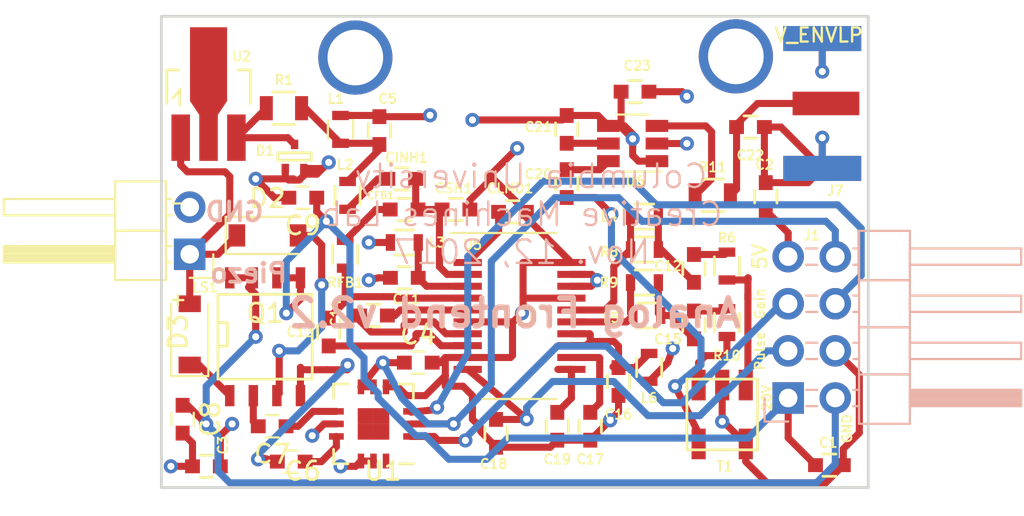
<source format=kicad_pcb>
(kicad_pcb (version 4) (host pcbnew 4.0.7)

  (general
    (links 112)
    (no_connects 0)
    (area 119.441999 86.622619 175.412001 115.1065)
    (thickness 1.6)
    (drawings 16)
    (tracks 530)
    (zones 0)
    (modules 53)
    (nets 47)
  )

  (page USLetter)
  (title_block
    (title "Analog Frontend PCB")
    (date 2017-07-31)
    (rev v2.1b)
    (company "Columbia University Creative Machines Lab")
  )

  (layers
    (0 F.Cu signal)
    (1 Gnd power)
    (2 5V power)
    (31 B.Cu signal)
    (32 B.Adhes user)
    (33 F.Adhes user)
    (34 B.Paste user)
    (35 F.Paste user)
    (36 B.SilkS user)
    (37 F.SilkS user)
    (38 B.Mask user)
    (39 F.Mask user)
    (40 Dwgs.User user)
    (41 Cmts.User user)
    (42 Eco1.User user)
    (43 Eco2.User user)
    (44 Edge.Cuts user)
    (45 Margin user)
    (46 B.CrtYd user)
    (47 F.CrtYd user)
    (48 B.Fab user)
    (49 F.Fab user)
  )

  (setup
    (last_trace_width 0.381)
    (trace_clearance 0.254)
    (zone_clearance 0.508)
    (zone_45_only no)
    (trace_min 0.2)
    (segment_width 0.2)
    (edge_width 0.15)
    (via_size 0.762)
    (via_drill 0.381)
    (via_min_size 0.4)
    (via_min_drill 0.3)
    (uvia_size 0.508)
    (uvia_drill 0.4064)
    (uvias_allowed no)
    (uvia_min_size 0.2)
    (uvia_min_drill 0.1)
    (pcb_text_width 0.3)
    (pcb_text_size 1.5 1.5)
    (mod_edge_width 0.15)
    (mod_text_size 0.508 0.508)
    (mod_text_width 0.1016)
    (pad_size 1.524 1.524)
    (pad_drill 0.762)
    (pad_to_mask_clearance 0)
    (pad_to_paste_clearance -0.0762)
    (aux_axis_origin 0 0)
    (visible_elements 7FFEEFFF)
    (pcbplotparams
      (layerselection 0x310fc_80000001)
      (usegerberextensions false)
      (excludeedgelayer true)
      (linewidth 0.100000)
      (plotframeref false)
      (viasonmask false)
      (mode 1)
      (useauxorigin false)
      (hpglpennumber 1)
      (hpglpenspeed 20)
      (hpglpendiameter 15)
      (hpglpenoverlay 2)
      (psnegative false)
      (psa4output false)
      (plotreference true)
      (plotvalue true)
      (plotinvisibletext false)
      (padsonsilk false)
      (subtractmaskfromsilk false)
      (outputformat 1)
      (mirror false)
      (drillshape 0)
      (scaleselection 1)
      (outputdirectory gerbers/vfinal/))
  )

  (net 0 "")
  (net 1 GND)
  (net 2 +5V)
  (net 3 Vfiltered)
  (net 4 V_VGA)
  (net 5 "Net-(C11-Pad1)")
  (net 6 "Net-(C12-Pad1)")
  (net 7 "Net-(C12-Pad2)")
  (net 8 "Net-(C13-Pad1)")
  (net 9 "Net-(C13-Pad2)")
  (net 10 "Net-(C14-Pad1)")
  (net 11 "Net-(C14-Pad2)")
  (net 12 "Net-(C15-Pad1)")
  (net 13 "Net-(C15-Pad2)")
  (net 14 "Net-(C17-Pad1)")
  (net 15 GAIN)
  (net 16 /VCM)
  (net 17 "Net-(CFB1-Pad1)")
  (net 18 "Net-(CFB1-Pad2)")
  (net 19 "Net-(CINH1-Pad1)")
  (net 20 "Net-(CLMD1-Pad2)")
  (net 21 "Net-(D1-Pad3)")
  (net 22 "Net-(R6-Pad2)")
  (net 23 "Net-(R10-Pad2)")
  (net 24 "Net-(U2-Pad2)")
  (net 25 /VGA_PWR)
  (net 26 /VGA-)
  (net 27 /VGA+)
  (net 28 "Net-(R11-Pad1)")
  (net 29 /RFin)
  (net 30 /PCAP)
  (net 31 "Net-(J2-Pad1)")
  (net 32 "Net-(J6-Pad1)")
  (net 33 "Net-(D3-Pad1)")
  (net 34 /V_ENVLP)
  (net 35 /Vpiezo)
  (net 36 -5)
  (net 37 "Net-(C6-Pad2)")
  (net 38 "Net-(C6-Pad1)")
  (net 39 "Net-(C7-Pad2)")
  (net 40 "Net-(C7-Pad1)")
  (net 41 -HV)
  (net 42 +HV)
  (net 43 INA)
  (net 44 INB)
  (net 45 /psource)
  (net 46 "Net-(U1-Pad12)")

  (net_class Default "This is the default net class."
    (clearance 0.254)
    (trace_width 0.381)
    (via_dia 0.762)
    (via_drill 0.381)
    (uvia_dia 0.508)
    (uvia_drill 0.4064)
    (add_net +5V)
    (add_net +HV)
    (add_net -5)
    (add_net -HV)
    (add_net /PCAP)
    (add_net /RFin)
    (add_net /VCM)
    (add_net /VGA+)
    (add_net /VGA-)
    (add_net /VGA_PWR)
    (add_net /V_ENVLP)
    (add_net /Vpiezo)
    (add_net /psource)
    (add_net GAIN)
    (add_net GND)
    (add_net INA)
    (add_net INB)
    (add_net "Net-(C11-Pad1)")
    (add_net "Net-(C12-Pad1)")
    (add_net "Net-(C12-Pad2)")
    (add_net "Net-(C13-Pad1)")
    (add_net "Net-(C13-Pad2)")
    (add_net "Net-(C14-Pad1)")
    (add_net "Net-(C14-Pad2)")
    (add_net "Net-(C15-Pad1)")
    (add_net "Net-(C15-Pad2)")
    (add_net "Net-(C17-Pad1)")
    (add_net "Net-(C6-Pad1)")
    (add_net "Net-(C6-Pad2)")
    (add_net "Net-(C7-Pad1)")
    (add_net "Net-(C7-Pad2)")
    (add_net "Net-(CFB1-Pad1)")
    (add_net "Net-(CFB1-Pad2)")
    (add_net "Net-(CINH1-Pad1)")
    (add_net "Net-(CLMD1-Pad2)")
    (add_net "Net-(D1-Pad3)")
    (add_net "Net-(D3-Pad1)")
    (add_net "Net-(J2-Pad1)")
    (add_net "Net-(J6-Pad1)")
    (add_net "Net-(R10-Pad2)")
    (add_net "Net-(R11-Pad1)")
    (add_net "Net-(R6-Pad2)")
    (add_net "Net-(U1-Pad12)")
    (add_net "Net-(U2-Pad2)")
    (add_net V_VGA)
    (add_net Vfiltered)
  )

  (net_class Power ""
    (clearance 0.381)
    (trace_width 0.762)
    (via_dia 1.524)
    (via_drill 0.889)
    (uvia_dia 0.508)
    (uvia_drill 0.4064)
  )

  (module Resistors_SMD:R_0603 (layer F.Cu) (tedit 594428EE) (tstamp 591D688C)
    (at 154.559 100.33 180)
    (descr "Resistor SMD 0603, reflow soldering, Vishay (see dcrcw.pdf)")
    (tags "resistor 0603")
    (path /591CCE56)
    (attr smd)
    (fp_text reference R8 (at 1.905 -0.127 180) (layer F.SilkS)
      (effects (font (size 0.508 0.508) (thickness 0.1016)))
    )
    (fp_text value 100 (at 0 1.9 180) (layer F.Fab)
      (effects (font (size 1 1) (thickness 0.15)))
    )
    (fp_line (start -0.8 0.4) (end -0.8 -0.4) (layer F.Fab) (width 0.1))
    (fp_line (start 0.8 0.4) (end -0.8 0.4) (layer F.Fab) (width 0.1))
    (fp_line (start 0.8 -0.4) (end 0.8 0.4) (layer F.Fab) (width 0.1))
    (fp_line (start -0.8 -0.4) (end 0.8 -0.4) (layer F.Fab) (width 0.1))
    (fp_line (start -1.3 -0.8) (end 1.3 -0.8) (layer F.CrtYd) (width 0.05))
    (fp_line (start -1.3 0.8) (end 1.3 0.8) (layer F.CrtYd) (width 0.05))
    (fp_line (start -1.3 -0.8) (end -1.3 0.8) (layer F.CrtYd) (width 0.05))
    (fp_line (start 1.3 -0.8) (end 1.3 0.8) (layer F.CrtYd) (width 0.05))
    (fp_line (start 0.5 0.675) (end -0.5 0.675) (layer F.SilkS) (width 0.15))
    (fp_line (start -0.5 -0.675) (end 0.5 -0.675) (layer F.SilkS) (width 0.15))
    (pad 1 smd rect (at -0.75 0 180) (size 0.5 0.9) (layers F.Cu F.Paste F.Mask)
      (net 6 "Net-(C12-Pad1)"))
    (pad 2 smd rect (at 0.75 0 180) (size 0.5 0.9) (layers F.Cu F.Paste F.Mask)
      (net 26 /VGA-))
    (model Resistors_SMD.3dshapes/R_0603.wrl
      (at (xyz 0 0 0))
      (scale (xyz 1 1 1))
      (rotate (xyz 0 0 0))
    )
  )

  (module custom:QSOP-20_3.9x8.6mm_Pitch0.64mm (layer F.Cu) (tedit 58B201A7) (tstamp 591E2467)
    (at 147.828 103.886)
    (descr "20 Lead Quarter Size Outline Plastic Package (QSOP) (https://www.intersil.com/content/dam/Intersil/documents/m20_/m20.15.pdf)")
    (tags "QSOP-20 ")
    (path /591C075D)
    (attr smd)
    (fp_text reference U5 (at -2.54 -3.81) (layer F.SilkS)
      (effects (font (size 0.508 0.508) (thickness 0.1016)))
    )
    (fp_text value AD8331 (at 0 6) (layer F.Fab)
      (effects (font (size 1 1) (thickness 0.15)))
    )
    (fp_line (start 3.8 -4.6) (end 3.8 4.6) (layer F.CrtYd) (width 0.05))
    (fp_line (start -0.64 -4.3) (end -0.64 -4.3) (layer F.Fab) (width 0.12))
    (fp_line (start -0.83 -4.3) (end -0.64 -4.3) (layer F.Fab) (width 0.15))
    (fp_line (start -1.95 -3.18) (end -0.83 -4.3) (layer F.Fab) (width 0.15))
    (fp_line (start -3.8 -4.6) (end 3.8 -4.6) (layer F.CrtYd) (width 0.05))
    (fp_line (start -2 4.5) (end 2 4.5) (layer F.SilkS) (width 0.12))
    (fp_line (start -3.69 -4.45) (end 2 -4.45) (layer F.SilkS) (width 0.12))
    (fp_line (start 1.95 4.3) (end 1.95 -4.3) (layer F.Fab) (width 0.15))
    (fp_line (start -0.635 -4.3) (end 1.95 -4.3) (layer F.Fab) (width 0.15))
    (fp_line (start -1.95 4.3) (end -1.95 -3.175) (layer F.Fab) (width 0.15))
    (fp_line (start -1.95 4.3) (end 1.95 4.3) (layer F.Fab) (width 0.15))
    (fp_line (start -3.8 4.6) (end 3.8 4.6) (layer F.CrtYd) (width 0.05))
    (fp_line (start -3.8 -4.6) (end -3.8 4.6) (layer F.CrtYd) (width 0.05))
    (pad 1 smd rect (at -2.795 -2.8575) (size 1.524 0.38) (layers F.Cu F.Paste F.Mask)
      (net 20 "Net-(CLMD1-Pad2)"))
    (pad 20 smd rect (at 2.795 -2.8575) (size 1.524 0.38) (layers F.Cu F.Paste F.Mask)
      (net 1 GND))
    (pad 2 smd rect (at -2.795 -2.2175) (size 1.524 0.38) (layers F.Cu F.Paste F.Mask)
      (net 17 "Net-(CFB1-Pad1)"))
    (pad 19 smd rect (at 2.795 -2.2175) (size 1.524 0.38) (layers F.Cu F.Paste F.Mask)
      (net 2 +5V))
    (pad 3 smd rect (at -2.795 -1.5775) (size 1.524 0.38) (layers F.Cu F.Paste F.Mask)
      (net 5 "Net-(C11-Pad1)"))
    (pad 18 smd rect (at 2.795 -1.5775) (size 1.524 0.38) (layers F.Cu F.Paste F.Mask)
      (net 2 +5V))
    (pad 4 smd rect (at -2.795 -0.9375) (size 1.524 0.38) (layers F.Cu F.Paste F.Mask)
      (net 8 "Net-(C13-Pad1)"))
    (pad 17 smd rect (at 2.795 -0.9375) (size 1.524 0.38) (layers F.Cu F.Paste F.Mask)
      (net 1 GND))
    (pad 5 smd rect (at -2.795 -0.2975) (size 1.524 0.38) (layers F.Cu F.Paste F.Mask)
      (net 10 "Net-(C14-Pad1)"))
    (pad 16 smd rect (at 2.795 -0.2975) (size 1.524 0.38) (layers F.Cu F.Paste F.Mask)
      (net 26 /VGA-))
    (pad 6 smd rect (at -2.795 0.3425) (size 1.524 0.38) (layers F.Cu F.Paste F.Mask)
      (net 1 GND))
    (pad 15 smd rect (at 2.795 0.3425) (size 1.524 0.38) (layers F.Cu F.Paste F.Mask)
      (net 27 /VGA+))
    (pad 7 smd rect (at -2.795 0.9825) (size 1.524 0.38) (layers F.Cu F.Paste F.Mask)
      (net 11 "Net-(C14-Pad2)"))
    (pad 14 smd rect (at 2.795 0.9825) (size 1.524 0.38) (layers F.Cu F.Paste F.Mask)
      (net 25 /VGA_PWR))
    (pad 8 smd rect (at -2.795 1.6225) (size 1.524 0.38) (layers F.Cu F.Paste F.Mask)
      (net 9 "Net-(C13-Pad2)"))
    (pad 13 smd rect (at 2.795 1.6225) (size 1.524 0.38) (layers F.Cu F.Paste F.Mask)
      (net 25 /VGA_PWR))
    (pad 9 smd rect (at -2.795 2.2625) (size 1.524 0.38) (layers F.Cu F.Paste F.Mask)
      (net 1 GND))
    (pad 12 smd rect (at 2.795 2.2625) (size 1.524 0.38) (layers F.Cu F.Paste F.Mask)
      (net 14 "Net-(C17-Pad1)"))
    (pad 10 smd rect (at -2.795 2.9025) (size 1.524 0.38) (layers F.Cu F.Paste F.Mask)
      (net 15 GAIN))
    (pad 11 smd rect (at 2.795 2.9025) (size 1.524 0.38) (layers F.Cu F.Paste F.Mask)
      (net 16 /VCM))
  )

  (module Resistors_SMD:R_0805 (layer F.Cu) (tedit 59CA903C) (tstamp 591D6862)
    (at 135.128 92.71 180)
    (descr "Resistor SMD 0805, reflow soldering, Vishay (see dcrcw.pdf)")
    (tags "resistor 0805")
    (path /58E08CD5)
    (attr smd)
    (fp_text reference R1 (at 0 1.524 360) (layer F.SilkS)
      (effects (font (size 0.508 0.508) (thickness 0.1016)))
    )
    (fp_text value 100 (at 0 2.1 180) (layer F.Fab)
      (effects (font (size 1 1) (thickness 0.15)))
    )
    (fp_line (start -1 0.625) (end -1 -0.625) (layer F.Fab) (width 0.1))
    (fp_line (start 1 0.625) (end -1 0.625) (layer F.Fab) (width 0.1))
    (fp_line (start 1 -0.625) (end 1 0.625) (layer F.Fab) (width 0.1))
    (fp_line (start -1 -0.625) (end 1 -0.625) (layer F.Fab) (width 0.1))
    (fp_line (start -1.6 -1) (end 1.6 -1) (layer F.CrtYd) (width 0.05))
    (fp_line (start -1.6 1) (end 1.6 1) (layer F.CrtYd) (width 0.05))
    (fp_line (start -1.6 -1) (end -1.6 1) (layer F.CrtYd) (width 0.05))
    (fp_line (start 1.6 -1) (end 1.6 1) (layer F.CrtYd) (width 0.05))
    (fp_line (start 0.6 0.875) (end -0.6 0.875) (layer F.SilkS) (width 0.15))
    (fp_line (start -0.6 -0.875) (end 0.6 -0.875) (layer F.SilkS) (width 0.15))
    (pad 1 smd rect (at -0.95 0 180) (size 0.7 1.3) (layers F.Cu F.Paste F.Mask)
      (net 3 Vfiltered))
    (pad 2 smd rect (at 0.95 0 180) (size 0.7 1.3) (layers F.Cu F.Paste F.Mask)
      (net 21 "Net-(D1-Pad3)"))
    (model Resistors_SMD.3dshapes/R_0805.wrl
      (at (xyz 0 0 0))
      (scale (xyz 1 1 1))
      (rotate (xyz 0 0 0))
    )
  )

  (module Capacitors_SMD:C_0603 (layer F.Cu) (tedit 59D197B3) (tstamp 591D6769)
    (at 140.2715 93.9165 90)
    (descr "Capacitor SMD 0603, reflow soldering, AVX (see smccp.pdf)")
    (tags "capacitor 0603")
    (path /58E08E96)
    (attr smd)
    (fp_text reference C5 (at 1.7145 0.4445 180) (layer F.SilkS)
      (effects (font (size 0.508 0.508) (thickness 0.1016)))
    )
    (fp_text value 1n (at 0 1.9 90) (layer F.Fab)
      (effects (font (size 1 1) (thickness 0.15)))
    )
    (fp_line (start -0.8 0.4) (end -0.8 -0.4) (layer F.Fab) (width 0.15))
    (fp_line (start 0.8 0.4) (end -0.8 0.4) (layer F.Fab) (width 0.15))
    (fp_line (start 0.8 -0.4) (end 0.8 0.4) (layer F.Fab) (width 0.15))
    (fp_line (start -0.8 -0.4) (end 0.8 -0.4) (layer F.Fab) (width 0.15))
    (fp_line (start -1.45 -0.75) (end 1.45 -0.75) (layer F.CrtYd) (width 0.05))
    (fp_line (start -1.45 0.75) (end 1.45 0.75) (layer F.CrtYd) (width 0.05))
    (fp_line (start -1.45 -0.75) (end -1.45 0.75) (layer F.CrtYd) (width 0.05))
    (fp_line (start 1.45 -0.75) (end 1.45 0.75) (layer F.CrtYd) (width 0.05))
    (fp_line (start -0.35 -0.6) (end 0.35 -0.6) (layer F.SilkS) (width 0.15))
    (fp_line (start 0.35 0.6) (end -0.35 0.6) (layer F.SilkS) (width 0.15))
    (pad 1 smd rect (at -0.75 0 90) (size 0.8 0.75) (layers F.Cu F.Paste F.Mask)
      (net 3 Vfiltered))
    (pad 2 smd rect (at 0.75 0 90) (size 0.8 0.75) (layers F.Cu F.Paste F.Mask)
      (net 1 GND))
    (model Capacitors_SMD.3dshapes/C_0603.wrl
      (at (xyz 0 0 0))
      (scale (xyz 1 1 1))
      (rotate (xyz 0 0 0))
    )
  )

  (module TO_SOT_Packages_SMD:SOT89-3_Housing_Handsoldering (layer F.Cu) (tedit 59D197B7) (tstamp 591D68BD)
    (at 131.064 91.948)
    (descr "SOT89-3, Housing, Handsoldering,")
    (tags "SOT89-3, Housing, Handsoldering,")
    (path /591F8A64)
    (attr smd)
    (fp_text reference U2 (at 1.778 -2.032) (layer F.SilkS)
      (effects (font (size 0.508 0.508) (thickness 0.1016)))
    )
    (fp_text value MD0100N8 (at -0.14986 5.30098) (layer F.Fab)
      (effects (font (size 1 1) (thickness 0.15)))
    )
    (fp_line (start -1.89992 0.20066) (end -1.651 -0.09906) (layer F.SilkS) (width 0.15))
    (fp_line (start -1.651 -0.09906) (end -1.5494 -0.24892) (layer F.SilkS) (width 0.15))
    (fp_line (start -1.5494 -0.24892) (end -1.5494 0.59944) (layer F.SilkS) (width 0.15))
    (fp_line (start -2.25044 -1.30048) (end -2.25044 0.50038) (layer F.SilkS) (width 0.15))
    (fp_line (start -2.25044 -1.30048) (end -1.6002 -1.30048) (layer F.SilkS) (width 0.15))
    (fp_line (start 2.25044 -1.30048) (end 2.25044 0.50038) (layer F.SilkS) (width 0.15))
    (fp_line (start 2.25044 -1.30048) (end 1.6002 -1.30048) (layer F.SilkS) (width 0.15))
    (pad 1 smd rect (at -1.50114 2.35204) (size 1.00076 2.5019) (layers F.Cu F.Paste F.Mask)
      (net 35 /Vpiezo))
    (pad 2 smd rect (at 0 2.35204) (size 1.00076 2.5019) (layers F.Cu F.Paste F.Mask)
      (net 24 "Net-(U2-Pad2)"))
    (pad 3 smd rect (at 1.50114 2.35204) (size 1.00076 2.5019) (layers F.Cu F.Paste F.Mask)
      (net 21 "Net-(D1-Pad3)"))
    (pad 2 smd rect (at 0 -1.6002) (size 1.99898 4.0005) (layers F.Cu F.Paste F.Mask)
      (net 24 "Net-(U2-Pad2)"))
    (pad 2 smd trapezoid (at 0 0.7493 180) (size 1.50114 0.7493) (rect_delta 0 0.50038 ) (layers F.Cu F.Paste F.Mask)
      (net 24 "Net-(U2-Pad2)"))
    (model TO_SOT_Packages_SMD.3dshapes/SOT89-3_Housing_Handsoldering.wrl
      (at (xyz 0 0 0))
      (scale (xyz 0.3937 0.3937 0.3937))
      (rotate (xyz 0 0 0))
    )
  )

  (module custom:SOT-523 (layer F.Cu) (tedit 591D3A70) (tstamp 591D67EE)
    (at 135.6995 95.3135 90)
    (path /591F8367)
    (attr smd)
    (fp_text reference D1 (at 0.3175 -1.5875 180) (layer F.SilkS)
      (effects (font (size 0.508 0.508) (thickness 0.1016)))
    )
    (fp_text value BAV99T (at 0 1.905 90) (layer F.Fab)
      (effects (font (size 0.8 0.8) (thickness 0.15)))
    )
    (fp_line (start -0.2 -0.9) (end -0.2 0.9) (layer F.SilkS) (width 0.15))
    (fp_line (start -0.2 0.9) (end 0.2 0.9) (layer F.SilkS) (width 0.15))
    (fp_line (start 0.2 0.9) (end 0.2 -0.9) (layer F.SilkS) (width 0.15))
    (fp_line (start 0.2 -0.9) (end -0.2 -0.9) (layer F.SilkS) (width 0.15))
    (fp_line (start -1.155 -1.1) (end 1.155 -1.1) (layer F.CrtYd) (width 0.15))
    (fp_line (start 1.155 -1.1) (end 1.155 1.1) (layer F.CrtYd) (width 0.15))
    (fp_line (start 1.155 1.1) (end -1.155 1.1) (layer F.CrtYd) (width 0.15))
    (fp_line (start -1.155 1.1) (end -1.155 -1.1) (layer F.CrtYd) (width 0.15))
    (fp_line (start -0.49 -0.85) (end 0.49 -0.85) (layer F.Fab) (width 0.15))
    (fp_line (start 0.49 -0.85) (end 0.49 0.85) (layer F.Fab) (width 0.15))
    (fp_line (start 0.49 0.85) (end -0.49 0.85) (layer F.Fab) (width 0.15))
    (fp_line (start -0.49 0.85) (end -0.49 -0.85) (layer F.Fab) (width 0.15))
    (pad 1 smd rect (at -0.65 -0.5 270) (size 0.51 0.4) (layers F.Cu F.Paste F.Mask)
      (net 1 GND))
    (pad 2 smd rect (at -0.65 0.5 270) (size 0.51 0.4) (layers F.Cu F.Paste F.Mask)
      (net 1 GND))
    (pad 3 smd rect (at 0.65 0 270) (size 0.51 0.4) (layers F.Cu F.Paste F.Mask)
      (net 21 "Net-(D1-Pad3)"))
    (model smd_trans/sot323.wrl
      (at (xyz 0 0 0))
      (scale (xyz 0.75 0.6 0.6))
      (rotate (xyz 0 0 90))
    )
  )

  (module Capacitors_SMD:C_0603 (layer F.Cu) (tedit 5944278A) (tstamp 591D6787)
    (at 141.617 101.854 180)
    (descr "Capacitor SMD 0603, reflow soldering, AVX (see smccp.pdf)")
    (tags "capacitor 0603")
    (path /591C8787)
    (attr smd)
    (fp_text reference C11 (at -0.115 -1.143 180) (layer F.SilkS)
      (effects (font (size 0.508 0.508) (thickness 0.1016)))
    )
    (fp_text value 0.1µF (at 0 1.9 180) (layer F.Fab)
      (effects (font (size 1 1) (thickness 0.15)))
    )
    (fp_line (start -0.8 0.4) (end -0.8 -0.4) (layer F.Fab) (width 0.15))
    (fp_line (start 0.8 0.4) (end -0.8 0.4) (layer F.Fab) (width 0.15))
    (fp_line (start 0.8 -0.4) (end 0.8 0.4) (layer F.Fab) (width 0.15))
    (fp_line (start -0.8 -0.4) (end 0.8 -0.4) (layer F.Fab) (width 0.15))
    (fp_line (start -1.45 -0.75) (end 1.45 -0.75) (layer F.CrtYd) (width 0.05))
    (fp_line (start -1.45 0.75) (end 1.45 0.75) (layer F.CrtYd) (width 0.05))
    (fp_line (start -1.45 -0.75) (end -1.45 0.75) (layer F.CrtYd) (width 0.05))
    (fp_line (start 1.45 -0.75) (end 1.45 0.75) (layer F.CrtYd) (width 0.05))
    (fp_line (start -0.35 -0.6) (end 0.35 -0.6) (layer F.SilkS) (width 0.15))
    (fp_line (start 0.35 0.6) (end -0.35 0.6) (layer F.SilkS) (width 0.15))
    (pad 1 smd rect (at -0.75 0 180) (size 0.8 0.75) (layers F.Cu F.Paste F.Mask)
      (net 5 "Net-(C11-Pad1)"))
    (pad 2 smd rect (at 0.75 0 180) (size 0.8 0.75) (layers F.Cu F.Paste F.Mask)
      (net 1 GND))
    (model Capacitors_SMD.3dshapes/C_0603.wrl
      (at (xyz 0 0 0))
      (scale (xyz 1 1 1))
      (rotate (xyz 0 0 0))
    )
  )

  (module Capacitors_SMD:C_0603 (layer F.Cu) (tedit 59442973) (tstamp 591D678D)
    (at 157.226 101.346 90)
    (descr "Capacitor SMD 0603, reflow soldering, AVX (see smccp.pdf)")
    (tags "capacitor 0603")
    (path /591CF666)
    (attr smd)
    (fp_text reference C12 (at 0.127 -1.397 180) (layer F.SilkS)
      (effects (font (size 0.508 0.508) (thickness 0.1016)))
    )
    (fp_text value 0.1µF (at 0 1.9 90) (layer F.Fab)
      (effects (font (size 1 1) (thickness 0.15)))
    )
    (fp_line (start -0.8 0.4) (end -0.8 -0.4) (layer F.Fab) (width 0.15))
    (fp_line (start 0.8 0.4) (end -0.8 0.4) (layer F.Fab) (width 0.15))
    (fp_line (start 0.8 -0.4) (end 0.8 0.4) (layer F.Fab) (width 0.15))
    (fp_line (start -0.8 -0.4) (end 0.8 -0.4) (layer F.Fab) (width 0.15))
    (fp_line (start -1.45 -0.75) (end 1.45 -0.75) (layer F.CrtYd) (width 0.05))
    (fp_line (start -1.45 0.75) (end 1.45 0.75) (layer F.CrtYd) (width 0.05))
    (fp_line (start -1.45 -0.75) (end -1.45 0.75) (layer F.CrtYd) (width 0.05))
    (fp_line (start 1.45 -0.75) (end 1.45 0.75) (layer F.CrtYd) (width 0.05))
    (fp_line (start -0.35 -0.6) (end 0.35 -0.6) (layer F.SilkS) (width 0.15))
    (fp_line (start 0.35 0.6) (end -0.35 0.6) (layer F.SilkS) (width 0.15))
    (pad 1 smd rect (at -0.75 0 90) (size 0.8 0.75) (layers F.Cu F.Paste F.Mask)
      (net 6 "Net-(C12-Pad1)"))
    (pad 2 smd rect (at 0.75 0 90) (size 0.8 0.75) (layers F.Cu F.Paste F.Mask)
      (net 7 "Net-(C12-Pad2)"))
    (model Capacitors_SMD.3dshapes/C_0603.wrl
      (at (xyz 0 0 0))
      (scale (xyz 1 1 1))
      (rotate (xyz 0 0 0))
    )
  )

  (module Capacitors_SMD:C_0603 (layer F.Cu) (tedit 59442C60) (tstamp 591D6793)
    (at 137.541 104.775 270)
    (descr "Capacitor SMD 0603, reflow soldering, AVX (see smccp.pdf)")
    (tags "capacitor 0603")
    (path /591C253F)
    (attr smd)
    (fp_text reference C13 (at 0 1.524 360) (layer F.SilkS)
      (effects (font (size 0.508 0.508) (thickness 0.1016)))
    )
    (fp_text value 0.1µF (at 0 1.9 270) (layer F.Fab)
      (effects (font (size 1 1) (thickness 0.15)))
    )
    (fp_line (start -0.8 0.4) (end -0.8 -0.4) (layer F.Fab) (width 0.15))
    (fp_line (start 0.8 0.4) (end -0.8 0.4) (layer F.Fab) (width 0.15))
    (fp_line (start 0.8 -0.4) (end 0.8 0.4) (layer F.Fab) (width 0.15))
    (fp_line (start -0.8 -0.4) (end 0.8 -0.4) (layer F.Fab) (width 0.15))
    (fp_line (start -1.45 -0.75) (end 1.45 -0.75) (layer F.CrtYd) (width 0.05))
    (fp_line (start -1.45 0.75) (end 1.45 0.75) (layer F.CrtYd) (width 0.05))
    (fp_line (start -1.45 -0.75) (end -1.45 0.75) (layer F.CrtYd) (width 0.05))
    (fp_line (start 1.45 -0.75) (end 1.45 0.75) (layer F.CrtYd) (width 0.05))
    (fp_line (start -0.35 -0.6) (end 0.35 -0.6) (layer F.SilkS) (width 0.15))
    (fp_line (start 0.35 0.6) (end -0.35 0.6) (layer F.SilkS) (width 0.15))
    (pad 1 smd rect (at -0.75 0 270) (size 0.8 0.75) (layers F.Cu F.Paste F.Mask)
      (net 8 "Net-(C13-Pad1)"))
    (pad 2 smd rect (at 0.75 0 270) (size 0.8 0.75) (layers F.Cu F.Paste F.Mask)
      (net 9 "Net-(C13-Pad2)"))
    (model Capacitors_SMD.3dshapes/C_0603.wrl
      (at (xyz 0 0 0))
      (scale (xyz 1 1 1))
      (rotate (xyz 0 0 0))
    )
  )

  (module Capacitors_SMD:C_0603 (layer F.Cu) (tedit 59442C69) (tstamp 591D6799)
    (at 139.954 103.886 180)
    (descr "Capacitor SMD 0603, reflow soldering, AVX (see smccp.pdf)")
    (tags "capacitor 0603")
    (path /591C1AD6)
    (attr smd)
    (fp_text reference C14 (at 2.032 0.127 270) (layer F.SilkS)
      (effects (font (size 0.508 0.508) (thickness 0.1016)))
    )
    (fp_text value 0.1µF (at 0 1.9 180) (layer F.Fab)
      (effects (font (size 1 1) (thickness 0.15)))
    )
    (fp_line (start -0.8 0.4) (end -0.8 -0.4) (layer F.Fab) (width 0.15))
    (fp_line (start 0.8 0.4) (end -0.8 0.4) (layer F.Fab) (width 0.15))
    (fp_line (start 0.8 -0.4) (end 0.8 0.4) (layer F.Fab) (width 0.15))
    (fp_line (start -0.8 -0.4) (end 0.8 -0.4) (layer F.Fab) (width 0.15))
    (fp_line (start -1.45 -0.75) (end 1.45 -0.75) (layer F.CrtYd) (width 0.05))
    (fp_line (start -1.45 0.75) (end 1.45 0.75) (layer F.CrtYd) (width 0.05))
    (fp_line (start -1.45 -0.75) (end -1.45 0.75) (layer F.CrtYd) (width 0.05))
    (fp_line (start 1.45 -0.75) (end 1.45 0.75) (layer F.CrtYd) (width 0.05))
    (fp_line (start -0.35 -0.6) (end 0.35 -0.6) (layer F.SilkS) (width 0.15))
    (fp_line (start 0.35 0.6) (end -0.35 0.6) (layer F.SilkS) (width 0.15))
    (pad 1 smd rect (at -0.75 0 180) (size 0.8 0.75) (layers F.Cu F.Paste F.Mask)
      (net 10 "Net-(C14-Pad1)"))
    (pad 2 smd rect (at 0.75 0 180) (size 0.8 0.75) (layers F.Cu F.Paste F.Mask)
      (net 11 "Net-(C14-Pad2)"))
    (model Capacitors_SMD.3dshapes/C_0603.wrl
      (at (xyz 0 0 0))
      (scale (xyz 1 1 1))
      (rotate (xyz 0 0 0))
    )
  )

  (module Capacitors_SMD:C_0603 (layer F.Cu) (tedit 59442938) (tstamp 591D679F)
    (at 157.226 104.394 90)
    (descr "Capacitor SMD 0603, reflow soldering, AVX (see smccp.pdf)")
    (tags "capacitor 0603")
    (path /591CF7EE)
    (attr smd)
    (fp_text reference C15 (at -0.762 -1.397 180) (layer F.SilkS)
      (effects (font (size 0.508 0.508) (thickness 0.1016)))
    )
    (fp_text value 0.1µF (at 0 1.9 90) (layer F.Fab)
      (effects (font (size 1 1) (thickness 0.15)))
    )
    (fp_line (start -0.8 0.4) (end -0.8 -0.4) (layer F.Fab) (width 0.15))
    (fp_line (start 0.8 0.4) (end -0.8 0.4) (layer F.Fab) (width 0.15))
    (fp_line (start 0.8 -0.4) (end 0.8 0.4) (layer F.Fab) (width 0.15))
    (fp_line (start -0.8 -0.4) (end 0.8 -0.4) (layer F.Fab) (width 0.15))
    (fp_line (start -1.45 -0.75) (end 1.45 -0.75) (layer F.CrtYd) (width 0.05))
    (fp_line (start -1.45 0.75) (end 1.45 0.75) (layer F.CrtYd) (width 0.05))
    (fp_line (start -1.45 -0.75) (end -1.45 0.75) (layer F.CrtYd) (width 0.05))
    (fp_line (start 1.45 -0.75) (end 1.45 0.75) (layer F.CrtYd) (width 0.05))
    (fp_line (start -0.35 -0.6) (end 0.35 -0.6) (layer F.SilkS) (width 0.15))
    (fp_line (start 0.35 0.6) (end -0.35 0.6) (layer F.SilkS) (width 0.15))
    (pad 1 smd rect (at -0.75 0 90) (size 0.8 0.75) (layers F.Cu F.Paste F.Mask)
      (net 12 "Net-(C15-Pad1)"))
    (pad 2 smd rect (at 0.75 0 90) (size 0.8 0.75) (layers F.Cu F.Paste F.Mask)
      (net 13 "Net-(C15-Pad2)"))
    (model Capacitors_SMD.3dshapes/C_0603.wrl
      (at (xyz 0 0 0))
      (scale (xyz 1 1 1))
      (rotate (xyz 0 0 0))
    )
  )

  (module Capacitors_SMD:C_0603 (layer F.Cu) (tedit 594428AF) (tstamp 591D67A5)
    (at 153.162 107.442 270)
    (descr "Capacitor SMD 0603, reflow soldering, AVX (see smccp.pdf)")
    (tags "capacitor 0603")
    (path /591C7038)
    (attr smd)
    (fp_text reference C16 (at 1.778 0 360) (layer F.SilkS)
      (effects (font (size 0.508 0.508) (thickness 0.1016)))
    )
    (fp_text value 0.1µF (at 0 1.9 270) (layer F.Fab)
      (effects (font (size 1 1) (thickness 0.15)))
    )
    (fp_line (start -0.8 0.4) (end -0.8 -0.4) (layer F.Fab) (width 0.15))
    (fp_line (start 0.8 0.4) (end -0.8 0.4) (layer F.Fab) (width 0.15))
    (fp_line (start 0.8 -0.4) (end 0.8 0.4) (layer F.Fab) (width 0.15))
    (fp_line (start -0.8 -0.4) (end 0.8 -0.4) (layer F.Fab) (width 0.15))
    (fp_line (start -1.45 -0.75) (end 1.45 -0.75) (layer F.CrtYd) (width 0.05))
    (fp_line (start -1.45 0.75) (end 1.45 0.75) (layer F.CrtYd) (width 0.05))
    (fp_line (start -1.45 -0.75) (end -1.45 0.75) (layer F.CrtYd) (width 0.05))
    (fp_line (start 1.45 -0.75) (end 1.45 0.75) (layer F.CrtYd) (width 0.05))
    (fp_line (start -0.35 -0.6) (end 0.35 -0.6) (layer F.SilkS) (width 0.15))
    (fp_line (start 0.35 0.6) (end -0.35 0.6) (layer F.SilkS) (width 0.15))
    (pad 1 smd rect (at -0.75 0 270) (size 0.8 0.75) (layers F.Cu F.Paste F.Mask)
      (net 25 /VGA_PWR))
    (pad 2 smd rect (at 0.75 0 270) (size 0.8 0.75) (layers F.Cu F.Paste F.Mask)
      (net 1 GND))
    (model Capacitors_SMD.3dshapes/C_0603.wrl
      (at (xyz 0 0 0))
      (scale (xyz 1 1 1))
      (rotate (xyz 0 0 0))
    )
  )

  (module Capacitors_SMD:C_0603 (layer F.Cu) (tedit 59442C32) (tstamp 591D67AB)
    (at 151.638 109.855 270)
    (descr "Capacitor SMD 0603, reflow soldering, AVX (see smccp.pdf)")
    (tags "capacitor 0603")
    (path /591D36CE)
    (attr smd)
    (fp_text reference C17 (at 1.778 0 360) (layer F.SilkS)
      (effects (font (size 0.508 0.508) (thickness 0.1016)))
    )
    (fp_text value 0.1µF (at 0 1.9 270) (layer F.Fab)
      (effects (font (size 1 1) (thickness 0.15)))
    )
    (fp_line (start -0.8 0.4) (end -0.8 -0.4) (layer F.Fab) (width 0.15))
    (fp_line (start 0.8 0.4) (end -0.8 0.4) (layer F.Fab) (width 0.15))
    (fp_line (start 0.8 -0.4) (end 0.8 0.4) (layer F.Fab) (width 0.15))
    (fp_line (start -0.8 -0.4) (end 0.8 -0.4) (layer F.Fab) (width 0.15))
    (fp_line (start -1.45 -0.75) (end 1.45 -0.75) (layer F.CrtYd) (width 0.05))
    (fp_line (start -1.45 0.75) (end 1.45 0.75) (layer F.CrtYd) (width 0.05))
    (fp_line (start -1.45 -0.75) (end -1.45 0.75) (layer F.CrtYd) (width 0.05))
    (fp_line (start 1.45 -0.75) (end 1.45 0.75) (layer F.CrtYd) (width 0.05))
    (fp_line (start -0.35 -0.6) (end 0.35 -0.6) (layer F.SilkS) (width 0.15))
    (fp_line (start 0.35 0.6) (end -0.35 0.6) (layer F.SilkS) (width 0.15))
    (pad 1 smd rect (at -0.75 0 270) (size 0.8 0.75) (layers F.Cu F.Paste F.Mask)
      (net 14 "Net-(C17-Pad1)"))
    (pad 2 smd rect (at 0.75 0 270) (size 0.8 0.75) (layers F.Cu F.Paste F.Mask)
      (net 1 GND))
    (model Capacitors_SMD.3dshapes/C_0603.wrl
      (at (xyz 0 0 0))
      (scale (xyz 1 1 1))
      (rotate (xyz 0 0 0))
    )
  )

  (module Capacitors_SMD:C_0603 (layer F.Cu) (tedit 597A4F3D) (tstamp 591D67B1)
    (at 146.558 110.236 270)
    (descr "Capacitor SMD 0603, reflow soldering, AVX (see smccp.pdf)")
    (tags "capacitor 0603")
    (path /591C3A41)
    (attr smd)
    (fp_text reference C18 (at 1.651 0.127 360) (layer F.SilkS)
      (effects (font (size 0.508 0.508) (thickness 0.1016)))
    )
    (fp_text value 1nF (at 0 1.9 270) (layer F.Fab)
      (effects (font (size 1 1) (thickness 0.15)))
    )
    (fp_line (start -0.8 0.4) (end -0.8 -0.4) (layer F.Fab) (width 0.15))
    (fp_line (start 0.8 0.4) (end -0.8 0.4) (layer F.Fab) (width 0.15))
    (fp_line (start 0.8 -0.4) (end 0.8 0.4) (layer F.Fab) (width 0.15))
    (fp_line (start -0.8 -0.4) (end 0.8 -0.4) (layer F.Fab) (width 0.15))
    (fp_line (start -1.45 -0.75) (end 1.45 -0.75) (layer F.CrtYd) (width 0.05))
    (fp_line (start -1.45 0.75) (end 1.45 0.75) (layer F.CrtYd) (width 0.05))
    (fp_line (start -1.45 -0.75) (end -1.45 0.75) (layer F.CrtYd) (width 0.05))
    (fp_line (start 1.45 -0.75) (end 1.45 0.75) (layer F.CrtYd) (width 0.05))
    (fp_line (start -0.35 -0.6) (end 0.35 -0.6) (layer F.SilkS) (width 0.15))
    (fp_line (start 0.35 0.6) (end -0.35 0.6) (layer F.SilkS) (width 0.15))
    (pad 1 smd rect (at -0.75 0 270) (size 0.8 0.75) (layers F.Cu F.Paste F.Mask)
      (net 15 GAIN))
    (pad 2 smd rect (at 0.75 0 270) (size 0.8 0.75) (layers F.Cu F.Paste F.Mask)
      (net 1 GND))
    (model Capacitors_SMD.3dshapes/C_0603.wrl
      (at (xyz 0 0 0))
      (scale (xyz 1 1 1))
      (rotate (xyz 0 0 0))
    )
  )

  (module Capacitors_SMD:C_0603 (layer F.Cu) (tedit 59442C3E) (tstamp 591D67B7)
    (at 149.86 109.855 270)
    (descr "Capacitor SMD 0603, reflow soldering, AVX (see smccp.pdf)")
    (tags "capacitor 0603")
    (path /591C80AF)
    (attr smd)
    (fp_text reference C19 (at 1.778 0 360) (layer F.SilkS)
      (effects (font (size 0.508 0.508) (thickness 0.1016)))
    )
    (fp_text value 1nF (at 0 1.9 270) (layer F.Fab)
      (effects (font (size 1 1) (thickness 0.15)))
    )
    (fp_line (start -0.8 0.4) (end -0.8 -0.4) (layer F.Fab) (width 0.15))
    (fp_line (start 0.8 0.4) (end -0.8 0.4) (layer F.Fab) (width 0.15))
    (fp_line (start 0.8 -0.4) (end 0.8 0.4) (layer F.Fab) (width 0.15))
    (fp_line (start -0.8 -0.4) (end 0.8 -0.4) (layer F.Fab) (width 0.15))
    (fp_line (start -1.45 -0.75) (end 1.45 -0.75) (layer F.CrtYd) (width 0.05))
    (fp_line (start -1.45 0.75) (end 1.45 0.75) (layer F.CrtYd) (width 0.05))
    (fp_line (start -1.45 -0.75) (end -1.45 0.75) (layer F.CrtYd) (width 0.05))
    (fp_line (start 1.45 -0.75) (end 1.45 0.75) (layer F.CrtYd) (width 0.05))
    (fp_line (start -0.35 -0.6) (end 0.35 -0.6) (layer F.SilkS) (width 0.15))
    (fp_line (start 0.35 0.6) (end -0.35 0.6) (layer F.SilkS) (width 0.15))
    (pad 1 smd rect (at -0.75 0 270) (size 0.8 0.75) (layers F.Cu F.Paste F.Mask)
      (net 16 /VCM))
    (pad 2 smd rect (at 0.75 0 270) (size 0.8 0.75) (layers F.Cu F.Paste F.Mask)
      (net 1 GND))
    (model Capacitors_SMD.3dshapes/C_0603.wrl
      (at (xyz 0 0 0))
      (scale (xyz 1 1 1))
      (rotate (xyz 0 0 0))
    )
  )

  (module Capacitors_SMD:C_0603 (layer F.Cu) (tedit 5415D631) (tstamp 591D67BD)
    (at 150.368 96.774 90)
    (descr "Capacitor SMD 0603, reflow soldering, AVX (see smccp.pdf)")
    (tags "capacitor 0603")
    (path /58FC016E)
    (attr smd)
    (fp_text reference C20 (at 0.508 -1.524 180) (layer F.SilkS)
      (effects (font (size 0.508 0.508) (thickness 0.1016)))
    )
    (fp_text value 6.8nF (at 0 1.9 90) (layer F.Fab)
      (effects (font (size 1 1) (thickness 0.15)))
    )
    (fp_line (start -0.8 0.4) (end -0.8 -0.4) (layer F.Fab) (width 0.15))
    (fp_line (start 0.8 0.4) (end -0.8 0.4) (layer F.Fab) (width 0.15))
    (fp_line (start 0.8 -0.4) (end 0.8 0.4) (layer F.Fab) (width 0.15))
    (fp_line (start -0.8 -0.4) (end 0.8 -0.4) (layer F.Fab) (width 0.15))
    (fp_line (start -1.45 -0.75) (end 1.45 -0.75) (layer F.CrtYd) (width 0.05))
    (fp_line (start -1.45 0.75) (end 1.45 0.75) (layer F.CrtYd) (width 0.05))
    (fp_line (start -1.45 -0.75) (end -1.45 0.75) (layer F.CrtYd) (width 0.05))
    (fp_line (start 1.45 -0.75) (end 1.45 0.75) (layer F.CrtYd) (width 0.05))
    (fp_line (start -0.35 -0.6) (end 0.35 -0.6) (layer F.SilkS) (width 0.15))
    (fp_line (start 0.35 0.6) (end -0.35 0.6) (layer F.SilkS) (width 0.15))
    (pad 1 smd rect (at -0.75 0 90) (size 0.8 0.75) (layers F.Cu F.Paste F.Mask)
      (net 4 V_VGA))
    (pad 2 smd rect (at 0.75 0 90) (size 0.8 0.75) (layers F.Cu F.Paste F.Mask)
      (net 29 /RFin))
    (model Capacitors_SMD.3dshapes/C_0603.wrl
      (at (xyz 0 0 0))
      (scale (xyz 1 1 1))
      (rotate (xyz 0 0 0))
    )
  )

  (module Capacitors_SMD:C_0603 (layer F.Cu) (tedit 5415D631) (tstamp 591D67C3)
    (at 150.368 93.853 90)
    (descr "Capacitor SMD 0603, reflow soldering, AVX (see smccp.pdf)")
    (tags "capacitor 0603")
    (path /58FBF128)
    (attr smd)
    (fp_text reference C21 (at 0.127 -1.524 180) (layer F.SilkS)
      (effects (font (size 0.508 0.508) (thickness 0.1016)))
    )
    (fp_text value 2.2nF (at 0 1.9 90) (layer F.Fab)
      (effects (font (size 1 1) (thickness 0.15)))
    )
    (fp_line (start -0.8 0.4) (end -0.8 -0.4) (layer F.Fab) (width 0.15))
    (fp_line (start 0.8 0.4) (end -0.8 0.4) (layer F.Fab) (width 0.15))
    (fp_line (start 0.8 -0.4) (end 0.8 0.4) (layer F.Fab) (width 0.15))
    (fp_line (start -0.8 -0.4) (end 0.8 -0.4) (layer F.Fab) (width 0.15))
    (fp_line (start -1.45 -0.75) (end 1.45 -0.75) (layer F.CrtYd) (width 0.05))
    (fp_line (start -1.45 0.75) (end 1.45 0.75) (layer F.CrtYd) (width 0.05))
    (fp_line (start -1.45 -0.75) (end -1.45 0.75) (layer F.CrtYd) (width 0.05))
    (fp_line (start 1.45 -0.75) (end 1.45 0.75) (layer F.CrtYd) (width 0.05))
    (fp_line (start -0.35 -0.6) (end 0.35 -0.6) (layer F.SilkS) (width 0.15))
    (fp_line (start 0.35 0.6) (end -0.35 0.6) (layer F.SilkS) (width 0.15))
    (pad 1 smd rect (at -0.75 0 90) (size 0.8 0.75) (layers F.Cu F.Paste F.Mask)
      (net 30 /PCAP))
    (pad 2 smd rect (at 0.75 0 90) (size 0.8 0.75) (layers F.Cu F.Paste F.Mask)
      (net 2 +5V))
    (model Capacitors_SMD.3dshapes/C_0603.wrl
      (at (xyz 0 0 0))
      (scale (xyz 1 1 1))
      (rotate (xyz 0 0 0))
    )
  )

  (module Capacitors_SMD:C_0603 (layer F.Cu) (tedit 5415D631) (tstamp 591D67C9)
    (at 160.274 93.726)
    (descr "Capacitor SMD 0603, reflow soldering, AVX (see smccp.pdf)")
    (tags "capacitor 0603")
    (path /5921E51F)
    (attr smd)
    (fp_text reference C22 (at 0 1.524) (layer F.SilkS)
      (effects (font (size 0.508 0.508) (thickness 0.1016)))
    )
    (fp_text value 470pF (at 0 1.9) (layer F.Fab)
      (effects (font (size 1 1) (thickness 0.15)))
    )
    (fp_line (start -0.8 0.4) (end -0.8 -0.4) (layer F.Fab) (width 0.15))
    (fp_line (start 0.8 0.4) (end -0.8 0.4) (layer F.Fab) (width 0.15))
    (fp_line (start 0.8 -0.4) (end 0.8 0.4) (layer F.Fab) (width 0.15))
    (fp_line (start -0.8 -0.4) (end 0.8 -0.4) (layer F.Fab) (width 0.15))
    (fp_line (start -1.45 -0.75) (end 1.45 -0.75) (layer F.CrtYd) (width 0.05))
    (fp_line (start -1.45 0.75) (end 1.45 0.75) (layer F.CrtYd) (width 0.05))
    (fp_line (start -1.45 -0.75) (end -1.45 0.75) (layer F.CrtYd) (width 0.05))
    (fp_line (start 1.45 -0.75) (end 1.45 0.75) (layer F.CrtYd) (width 0.05))
    (fp_line (start -0.35 -0.6) (end 0.35 -0.6) (layer F.SilkS) (width 0.15))
    (fp_line (start 0.35 0.6) (end -0.35 0.6) (layer F.SilkS) (width 0.15))
    (pad 1 smd rect (at -0.75 0) (size 0.8 0.75) (layers F.Cu F.Paste F.Mask)
      (net 34 /V_ENVLP))
    (pad 2 smd rect (at 0.75 0) (size 0.8 0.75) (layers F.Cu F.Paste F.Mask)
      (net 1 GND))
    (model Capacitors_SMD.3dshapes/C_0603.wrl
      (at (xyz 0 0 0))
      (scale (xyz 1 1 1))
      (rotate (xyz 0 0 0))
    )
  )

  (module Capacitors_SMD:C_0603 (layer F.Cu) (tedit 5415D631) (tstamp 591D67CF)
    (at 154.051 91.821)
    (descr "Capacitor SMD 0603, reflow soldering, AVX (see smccp.pdf)")
    (tags "capacitor 0603")
    (path /591D88F9)
    (attr smd)
    (fp_text reference C23 (at 0.127 -1.397 180) (layer F.SilkS)
      (effects (font (size 0.508 0.508) (thickness 0.1016)))
    )
    (fp_text value 0.1µF (at 0 1.9) (layer F.Fab)
      (effects (font (size 1 1) (thickness 0.15)))
    )
    (fp_line (start -0.8 0.4) (end -0.8 -0.4) (layer F.Fab) (width 0.15))
    (fp_line (start 0.8 0.4) (end -0.8 0.4) (layer F.Fab) (width 0.15))
    (fp_line (start 0.8 -0.4) (end 0.8 0.4) (layer F.Fab) (width 0.15))
    (fp_line (start -0.8 -0.4) (end 0.8 -0.4) (layer F.Fab) (width 0.15))
    (fp_line (start -1.45 -0.75) (end 1.45 -0.75) (layer F.CrtYd) (width 0.05))
    (fp_line (start -1.45 0.75) (end 1.45 0.75) (layer F.CrtYd) (width 0.05))
    (fp_line (start -1.45 -0.75) (end -1.45 0.75) (layer F.CrtYd) (width 0.05))
    (fp_line (start 1.45 -0.75) (end 1.45 0.75) (layer F.CrtYd) (width 0.05))
    (fp_line (start -0.35 -0.6) (end 0.35 -0.6) (layer F.SilkS) (width 0.15))
    (fp_line (start 0.35 0.6) (end -0.35 0.6) (layer F.SilkS) (width 0.15))
    (pad 1 smd rect (at -0.75 0) (size 0.8 0.75) (layers F.Cu F.Paste F.Mask)
      (net 2 +5V))
    (pad 2 smd rect (at 0.75 0) (size 0.8 0.75) (layers F.Cu F.Paste F.Mask)
      (net 1 GND))
    (model Capacitors_SMD.3dshapes/C_0603.wrl
      (at (xyz 0 0 0))
      (scale (xyz 1 1 1))
      (rotate (xyz 0 0 0))
    )
  )

  (module Capacitors_SMD:C_0603 (layer F.Cu) (tedit 59D1C9B7) (tstamp 591D67D5)
    (at 141.605 98.171 180)
    (descr "Capacitor SMD 0603, reflow soldering, AVX (see smccp.pdf)")
    (tags "capacitor 0603")
    (path /591F49DF)
    (attr smd)
    (fp_text reference CFB1 (at 1.27 0.762 180) (layer F.SilkS)
      (effects (font (size 0.381 0.381) (thickness 0.0762)))
    )
    (fp_text value 18nF (at 0 1.9 180) (layer F.Fab)
      (effects (font (size 1 1) (thickness 0.15)))
    )
    (fp_line (start -0.8 0.4) (end -0.8 -0.4) (layer F.Fab) (width 0.15))
    (fp_line (start 0.8 0.4) (end -0.8 0.4) (layer F.Fab) (width 0.15))
    (fp_line (start 0.8 -0.4) (end 0.8 0.4) (layer F.Fab) (width 0.15))
    (fp_line (start -0.8 -0.4) (end 0.8 -0.4) (layer F.Fab) (width 0.15))
    (fp_line (start -1.45 -0.75) (end 1.45 -0.75) (layer F.CrtYd) (width 0.05))
    (fp_line (start -1.45 0.75) (end 1.45 0.75) (layer F.CrtYd) (width 0.05))
    (fp_line (start -1.45 -0.75) (end -1.45 0.75) (layer F.CrtYd) (width 0.05))
    (fp_line (start 1.45 -0.75) (end 1.45 0.75) (layer F.CrtYd) (width 0.05))
    (fp_line (start -0.35 -0.6) (end 0.35 -0.6) (layer F.SilkS) (width 0.15))
    (fp_line (start 0.35 0.6) (end -0.35 0.6) (layer F.SilkS) (width 0.15))
    (pad 1 smd rect (at -0.75 0 180) (size 0.8 0.75) (layers F.Cu F.Paste F.Mask)
      (net 17 "Net-(CFB1-Pad1)"))
    (pad 2 smd rect (at 0.75 0 180) (size 0.8 0.75) (layers F.Cu F.Paste F.Mask)
      (net 18 "Net-(CFB1-Pad2)"))
    (model Capacitors_SMD.3dshapes/C_0603.wrl
      (at (xyz 0 0 0))
      (scale (xyz 1 1 1))
      (rotate (xyz 0 0 0))
    )
  )

  (module Capacitors_SMD:C_0603 (layer F.Cu) (tedit 594425B8) (tstamp 591D67DB)
    (at 141.478 96.52)
    (descr "Capacitor SMD 0603, reflow soldering, AVX (see smccp.pdf)")
    (tags "capacitor 0603")
    (path /592085D9)
    (attr smd)
    (fp_text reference CINH1 (at 0.254 -1.143) (layer F.SilkS)
      (effects (font (size 0.508 0.508) (thickness 0.1016)))
    )
    (fp_text value 0.1µF (at 0 1.9) (layer F.Fab)
      (effects (font (size 1 1) (thickness 0.15)))
    )
    (fp_line (start -0.8 0.4) (end -0.8 -0.4) (layer F.Fab) (width 0.15))
    (fp_line (start 0.8 0.4) (end -0.8 0.4) (layer F.Fab) (width 0.15))
    (fp_line (start 0.8 -0.4) (end 0.8 0.4) (layer F.Fab) (width 0.15))
    (fp_line (start -0.8 -0.4) (end 0.8 -0.4) (layer F.Fab) (width 0.15))
    (fp_line (start -1.45 -0.75) (end 1.45 -0.75) (layer F.CrtYd) (width 0.05))
    (fp_line (start -1.45 0.75) (end 1.45 0.75) (layer F.CrtYd) (width 0.05))
    (fp_line (start -1.45 -0.75) (end -1.45 0.75) (layer F.CrtYd) (width 0.05))
    (fp_line (start 1.45 -0.75) (end 1.45 0.75) (layer F.CrtYd) (width 0.05))
    (fp_line (start -0.35 -0.6) (end 0.35 -0.6) (layer F.SilkS) (width 0.15))
    (fp_line (start 0.35 0.6) (end -0.35 0.6) (layer F.SilkS) (width 0.15))
    (pad 1 smd rect (at -0.75 0) (size 0.8 0.75) (layers F.Cu F.Paste F.Mask)
      (net 19 "Net-(CINH1-Pad1)"))
    (pad 2 smd rect (at 0.75 0) (size 0.8 0.75) (layers F.Cu F.Paste F.Mask)
      (net 17 "Net-(CFB1-Pad1)"))
    (model Capacitors_SMD.3dshapes/C_0603.wrl
      (at (xyz 0 0 0))
      (scale (xyz 1 1 1))
      (rotate (xyz 0 0 0))
    )
  )

  (module Capacitors_SMD:C_0603 (layer F.Cu) (tedit 59442640) (tstamp 591D67E1)
    (at 147.447 98.298 180)
    (descr "Capacitor SMD 0603, reflow soldering, AVX (see smccp.pdf)")
    (tags "capacitor 0603")
    (path /591C095D)
    (attr smd)
    (fp_text reference CLMD1 (at 0.127 1.27 360) (layer F.SilkS)
      (effects (font (size 0.508 0.508) (thickness 0.1016)))
    )
    (fp_text value 0.1µF (at 0 1.9 180) (layer F.Fab)
      (effects (font (size 1 1) (thickness 0.15)))
    )
    (fp_line (start -0.8 0.4) (end -0.8 -0.4) (layer F.Fab) (width 0.15))
    (fp_line (start 0.8 0.4) (end -0.8 0.4) (layer F.Fab) (width 0.15))
    (fp_line (start 0.8 -0.4) (end 0.8 0.4) (layer F.Fab) (width 0.15))
    (fp_line (start -0.8 -0.4) (end 0.8 -0.4) (layer F.Fab) (width 0.15))
    (fp_line (start -1.45 -0.75) (end 1.45 -0.75) (layer F.CrtYd) (width 0.05))
    (fp_line (start -1.45 0.75) (end 1.45 0.75) (layer F.CrtYd) (width 0.05))
    (fp_line (start -1.45 -0.75) (end -1.45 0.75) (layer F.CrtYd) (width 0.05))
    (fp_line (start 1.45 -0.75) (end 1.45 0.75) (layer F.CrtYd) (width 0.05))
    (fp_line (start -0.35 -0.6) (end 0.35 -0.6) (layer F.SilkS) (width 0.15))
    (fp_line (start 0.35 0.6) (end -0.35 0.6) (layer F.SilkS) (width 0.15))
    (pad 1 smd rect (at -0.75 0 180) (size 0.8 0.75) (layers F.Cu F.Paste F.Mask)
      (net 1 GND))
    (pad 2 smd rect (at 0.75 0 180) (size 0.8 0.75) (layers F.Cu F.Paste F.Mask)
      (net 20 "Net-(CLMD1-Pad2)"))
    (model Capacitors_SMD.3dshapes/C_0603.wrl
      (at (xyz 0 0 0))
      (scale (xyz 1 1 1))
      (rotate (xyz 0 0 0))
    )
  )

  (module Capacitors_SMD:C_0603 (layer F.Cu) (tedit 59442615) (tstamp 591D67E7)
    (at 144.399 98.171)
    (descr "Capacitor SMD 0603, reflow soldering, AVX (see smccp.pdf)")
    (tags "capacitor 0603")
    (path /591F55DF)
    (attr smd)
    (fp_text reference CSH1 (at -0.127 -1.143 180) (layer F.SilkS)
      (effects (font (size 0.508 0.508) (thickness 0.1016)))
    )
    (fp_text value 22pF (at 0 1.9) (layer F.Fab)
      (effects (font (size 1 1) (thickness 0.15)))
    )
    (fp_line (start -0.8 0.4) (end -0.8 -0.4) (layer F.Fab) (width 0.15))
    (fp_line (start 0.8 0.4) (end -0.8 0.4) (layer F.Fab) (width 0.15))
    (fp_line (start 0.8 -0.4) (end 0.8 0.4) (layer F.Fab) (width 0.15))
    (fp_line (start -0.8 -0.4) (end 0.8 -0.4) (layer F.Fab) (width 0.15))
    (fp_line (start -1.45 -0.75) (end 1.45 -0.75) (layer F.CrtYd) (width 0.05))
    (fp_line (start -1.45 0.75) (end 1.45 0.75) (layer F.CrtYd) (width 0.05))
    (fp_line (start -1.45 -0.75) (end -1.45 0.75) (layer F.CrtYd) (width 0.05))
    (fp_line (start 1.45 -0.75) (end 1.45 0.75) (layer F.CrtYd) (width 0.05))
    (fp_line (start -0.35 -0.6) (end 0.35 -0.6) (layer F.SilkS) (width 0.15))
    (fp_line (start 0.35 0.6) (end -0.35 0.6) (layer F.SilkS) (width 0.15))
    (pad 1 smd rect (at -0.75 0) (size 0.8 0.75) (layers F.Cu F.Paste F.Mask)
      (net 17 "Net-(CFB1-Pad1)"))
    (pad 2 smd rect (at 0.75 0) (size 0.8 0.75) (layers F.Cu F.Paste F.Mask)
      (net 1 GND))
    (model Capacitors_SMD.3dshapes/C_0603.wrl
      (at (xyz 0 0 0))
      (scale (xyz 1 1 1))
      (rotate (xyz 0 0 0))
    )
  )

  (module Resistors_SMD:R_0603 (layer F.Cu) (tedit 58307A47) (tstamp 591D681E)
    (at 138.557 97.409 270)
    (descr "Resistor SMD 0603, reflow soldering, Vishay (see dcrcw.pdf)")
    (tags "resistor 0603")
    (path /591C9538)
    (attr smd)
    (fp_text reference L2 (at -1.651 0.127 360) (layer F.SilkS)
      (effects (font (size 0.508 0.508) (thickness 0.1016)))
    )
    (fp_text value "120nH FB" (at 0 1.9 270) (layer F.Fab)
      (effects (font (size 1 1) (thickness 0.15)))
    )
    (fp_line (start -0.8 0.4) (end -0.8 -0.4) (layer F.Fab) (width 0.1))
    (fp_line (start 0.8 0.4) (end -0.8 0.4) (layer F.Fab) (width 0.1))
    (fp_line (start 0.8 -0.4) (end 0.8 0.4) (layer F.Fab) (width 0.1))
    (fp_line (start -0.8 -0.4) (end 0.8 -0.4) (layer F.Fab) (width 0.1))
    (fp_line (start -1.3 -0.8) (end 1.3 -0.8) (layer F.CrtYd) (width 0.05))
    (fp_line (start -1.3 0.8) (end 1.3 0.8) (layer F.CrtYd) (width 0.05))
    (fp_line (start -1.3 -0.8) (end -1.3 0.8) (layer F.CrtYd) (width 0.05))
    (fp_line (start 1.3 -0.8) (end 1.3 0.8) (layer F.CrtYd) (width 0.05))
    (fp_line (start 0.5 0.675) (end -0.5 0.675) (layer F.SilkS) (width 0.15))
    (fp_line (start -0.5 -0.675) (end 0.5 -0.675) (layer F.SilkS) (width 0.15))
    (pad 1 smd rect (at -0.75 0 270) (size 0.5 0.9) (layers F.Cu F.Paste F.Mask)
      (net 3 Vfiltered))
    (pad 2 smd rect (at 0.75 0 270) (size 0.5 0.9) (layers F.Cu F.Paste F.Mask)
      (net 19 "Net-(CINH1-Pad1)"))
    (model Resistors_SMD.3dshapes/R_0603.wrl
      (at (xyz 0 0 0))
      (scale (xyz 1 1 1))
      (rotate (xyz 0 0 0))
    )
  )

  (module Resistors_SMD:R_0603 (layer F.Cu) (tedit 5944276A) (tstamp 591D6824)
    (at 141.617 99.949)
    (descr "Resistor SMD 0603, reflow soldering, Vishay (see dcrcw.pdf)")
    (tags "resistor 0603")
    (path /591C91FE)
    (attr smd)
    (fp_text reference L3 (at 1.778 0) (layer F.SilkS)
      (effects (font (size 0.508 0.508) (thickness 0.1016)))
    )
    (fp_text value "120nH FB" (at 0 1.9) (layer F.Fab)
      (effects (font (size 1 1) (thickness 0.15)))
    )
    (fp_line (start -0.8 0.4) (end -0.8 -0.4) (layer F.Fab) (width 0.1))
    (fp_line (start 0.8 0.4) (end -0.8 0.4) (layer F.Fab) (width 0.1))
    (fp_line (start 0.8 -0.4) (end 0.8 0.4) (layer F.Fab) (width 0.1))
    (fp_line (start -0.8 -0.4) (end 0.8 -0.4) (layer F.Fab) (width 0.1))
    (fp_line (start -1.3 -0.8) (end 1.3 -0.8) (layer F.CrtYd) (width 0.05))
    (fp_line (start -1.3 0.8) (end 1.3 0.8) (layer F.CrtYd) (width 0.05))
    (fp_line (start -1.3 -0.8) (end -1.3 0.8) (layer F.CrtYd) (width 0.05))
    (fp_line (start 1.3 -0.8) (end 1.3 0.8) (layer F.CrtYd) (width 0.05))
    (fp_line (start 0.5 0.675) (end -0.5 0.675) (layer F.SilkS) (width 0.15))
    (fp_line (start -0.5 -0.675) (end 0.5 -0.675) (layer F.SilkS) (width 0.15))
    (pad 1 smd rect (at -0.75 0) (size 0.5 0.9) (layers F.Cu F.Paste F.Mask)
      (net 2 +5V))
    (pad 2 smd rect (at 0.75 0) (size 0.5 0.9) (layers F.Cu F.Paste F.Mask)
      (net 5 "Net-(C11-Pad1)"))
    (model Resistors_SMD.3dshapes/R_0603.wrl
      (at (xyz 0 0 0))
      (scale (xyz 1 1 1))
      (rotate (xyz 0 0 0))
    )
  )

  (module Resistors_SMD:R_0603 (layer F.Cu) (tedit 5944290D) (tstamp 591D682A)
    (at 154.559 98.552)
    (descr "Resistor SMD 0603, reflow soldering, Vishay (see dcrcw.pdf)")
    (tags "resistor 0603")
    (path /591CCFF6)
    (attr smd)
    (fp_text reference L4 (at -1.917 0) (layer F.SilkS)
      (effects (font (size 0.508 0.508) (thickness 0.1016)))
    )
    (fp_text value "120nH FB" (at 0 1.9) (layer F.Fab)
      (effects (font (size 1 1) (thickness 0.15)))
    )
    (fp_line (start -0.8 0.4) (end -0.8 -0.4) (layer F.Fab) (width 0.1))
    (fp_line (start 0.8 0.4) (end -0.8 0.4) (layer F.Fab) (width 0.1))
    (fp_line (start 0.8 -0.4) (end 0.8 0.4) (layer F.Fab) (width 0.1))
    (fp_line (start -0.8 -0.4) (end 0.8 -0.4) (layer F.Fab) (width 0.1))
    (fp_line (start -1.3 -0.8) (end 1.3 -0.8) (layer F.CrtYd) (width 0.05))
    (fp_line (start -1.3 0.8) (end 1.3 0.8) (layer F.CrtYd) (width 0.05))
    (fp_line (start -1.3 -0.8) (end -1.3 0.8) (layer F.CrtYd) (width 0.05))
    (fp_line (start 1.3 -0.8) (end 1.3 0.8) (layer F.CrtYd) (width 0.05))
    (fp_line (start 0.5 0.675) (end -0.5 0.675) (layer F.SilkS) (width 0.15))
    (fp_line (start -0.5 -0.675) (end 0.5 -0.675) (layer F.SilkS) (width 0.15))
    (pad 1 smd rect (at -0.75 0) (size 0.5 0.9) (layers F.Cu F.Paste F.Mask)
      (net 26 /VGA-))
    (pad 2 smd rect (at 0.75 0) (size 0.5 0.9) (layers F.Cu F.Paste F.Mask)
      (net 6 "Net-(C12-Pad1)"))
    (model Resistors_SMD.3dshapes/R_0603.wrl
      (at (xyz 0 0 0))
      (scale (xyz 1 1 1))
      (rotate (xyz 0 0 0))
    )
  )

  (module Resistors_SMD:R_0603 (layer F.Cu) (tedit 59442900) (tstamp 591D6830)
    (at 154.686 103.886)
    (descr "Resistor SMD 0603, reflow soldering, Vishay (see dcrcw.pdf)")
    (tags "resistor 0603")
    (path /591CD8FF)
    (attr smd)
    (fp_text reference L5 (at -1.917 0.127) (layer F.SilkS)
      (effects (font (size 0.508 0.508) (thickness 0.1016)))
    )
    (fp_text value "120nH FB" (at 0 1.9) (layer F.Fab)
      (effects (font (size 1 1) (thickness 0.15)))
    )
    (fp_line (start -0.8 0.4) (end -0.8 -0.4) (layer F.Fab) (width 0.1))
    (fp_line (start 0.8 0.4) (end -0.8 0.4) (layer F.Fab) (width 0.1))
    (fp_line (start 0.8 -0.4) (end 0.8 0.4) (layer F.Fab) (width 0.1))
    (fp_line (start -0.8 -0.4) (end 0.8 -0.4) (layer F.Fab) (width 0.1))
    (fp_line (start -1.3 -0.8) (end 1.3 -0.8) (layer F.CrtYd) (width 0.05))
    (fp_line (start -1.3 0.8) (end 1.3 0.8) (layer F.CrtYd) (width 0.05))
    (fp_line (start -1.3 -0.8) (end -1.3 0.8) (layer F.CrtYd) (width 0.05))
    (fp_line (start 1.3 -0.8) (end 1.3 0.8) (layer F.CrtYd) (width 0.05))
    (fp_line (start 0.5 0.675) (end -0.5 0.675) (layer F.SilkS) (width 0.15))
    (fp_line (start -0.5 -0.675) (end 0.5 -0.675) (layer F.SilkS) (width 0.15))
    (pad 1 smd rect (at -0.75 0) (size 0.5 0.9) (layers F.Cu F.Paste F.Mask)
      (net 27 /VGA+))
    (pad 2 smd rect (at 0.75 0) (size 0.5 0.9) (layers F.Cu F.Paste F.Mask)
      (net 12 "Net-(C15-Pad1)"))
    (model Resistors_SMD.3dshapes/R_0603.wrl
      (at (xyz 0 0 0))
      (scale (xyz 1 1 1))
      (rotate (xyz 0 0 0))
    )
  )

  (module Resistors_SMD:R_0603 (layer F.Cu) (tedit 59442C23) (tstamp 591D6836)
    (at 154.813 106.68 270)
    (descr "Resistor SMD 0603, reflow soldering, Vishay (see dcrcw.pdf)")
    (tags "resistor 0603")
    (path /591C70E1)
    (attr smd)
    (fp_text reference L6 (at 1.651 0 360) (layer F.SilkS)
      (effects (font (size 0.508 0.508) (thickness 0.1016)))
    )
    (fp_text value "120nH FB" (at 0 1.9 270) (layer F.Fab)
      (effects (font (size 1 1) (thickness 0.15)))
    )
    (fp_line (start -0.8 0.4) (end -0.8 -0.4) (layer F.Fab) (width 0.1))
    (fp_line (start 0.8 0.4) (end -0.8 0.4) (layer F.Fab) (width 0.1))
    (fp_line (start 0.8 -0.4) (end 0.8 0.4) (layer F.Fab) (width 0.1))
    (fp_line (start -0.8 -0.4) (end 0.8 -0.4) (layer F.Fab) (width 0.1))
    (fp_line (start -1.3 -0.8) (end 1.3 -0.8) (layer F.CrtYd) (width 0.05))
    (fp_line (start -1.3 0.8) (end 1.3 0.8) (layer F.CrtYd) (width 0.05))
    (fp_line (start -1.3 -0.8) (end -1.3 0.8) (layer F.CrtYd) (width 0.05))
    (fp_line (start 1.3 -0.8) (end 1.3 0.8) (layer F.CrtYd) (width 0.05))
    (fp_line (start 0.5 0.675) (end -0.5 0.675) (layer F.SilkS) (width 0.15))
    (fp_line (start -0.5 -0.675) (end 0.5 -0.675) (layer F.SilkS) (width 0.15))
    (pad 1 smd rect (at -0.75 0 270) (size 0.5 0.9) (layers F.Cu F.Paste F.Mask)
      (net 25 /VGA_PWR))
    (pad 2 smd rect (at 0.75 0 270) (size 0.5 0.9) (layers F.Cu F.Paste F.Mask)
      (net 2 +5V))
    (model Resistors_SMD.3dshapes/R_0603.wrl
      (at (xyz 0 0 0))
      (scale (xyz 1 1 1))
      (rotate (xyz 0 0 0))
    )
  )

  (module Resistors_SMD:R_0603 (layer F.Cu) (tedit 5944299E) (tstamp 591D6880)
    (at 159.004 101.219 270)
    (descr "Resistor SMD 0603, reflow soldering, Vishay (see dcrcw.pdf)")
    (tags "resistor 0603")
    (path /591CFF75)
    (attr smd)
    (fp_text reference R6 (at -1.524 0 360) (layer F.SilkS)
      (effects (font (size 0.508 0.508) (thickness 0.1016)))
    )
    (fp_text value 237 (at 0 1.9 270) (layer F.Fab)
      (effects (font (size 1 1) (thickness 0.15)))
    )
    (fp_line (start -0.8 0.4) (end -0.8 -0.4) (layer F.Fab) (width 0.1))
    (fp_line (start 0.8 0.4) (end -0.8 0.4) (layer F.Fab) (width 0.1))
    (fp_line (start 0.8 -0.4) (end 0.8 0.4) (layer F.Fab) (width 0.1))
    (fp_line (start -0.8 -0.4) (end 0.8 -0.4) (layer F.Fab) (width 0.1))
    (fp_line (start -1.3 -0.8) (end 1.3 -0.8) (layer F.CrtYd) (width 0.05))
    (fp_line (start -1.3 0.8) (end 1.3 0.8) (layer F.CrtYd) (width 0.05))
    (fp_line (start -1.3 -0.8) (end -1.3 0.8) (layer F.CrtYd) (width 0.05))
    (fp_line (start 1.3 -0.8) (end 1.3 0.8) (layer F.CrtYd) (width 0.05))
    (fp_line (start 0.5 0.675) (end -0.5 0.675) (layer F.SilkS) (width 0.15))
    (fp_line (start -0.5 -0.675) (end 0.5 -0.675) (layer F.SilkS) (width 0.15))
    (pad 1 smd rect (at -0.75 0 270) (size 0.5 0.9) (layers F.Cu F.Paste F.Mask)
      (net 7 "Net-(C12-Pad2)"))
    (pad 2 smd rect (at 0.75 0 270) (size 0.5 0.9) (layers F.Cu F.Paste F.Mask)
      (net 22 "Net-(R6-Pad2)"))
    (model Resistors_SMD.3dshapes/R_0603.wrl
      (at (xyz 0 0 0))
      (scale (xyz 1 1 1))
      (rotate (xyz 0 0 0))
    )
  )

  (module Resistors_SMD:R_0603 (layer F.Cu) (tedit 594428DE) (tstamp 591D6892)
    (at 154.559 102.108 180)
    (descr "Resistor SMD 0603, reflow soldering, Vishay (see dcrcw.pdf)")
    (tags "resistor 0603")
    (path /591CCF43)
    (attr smd)
    (fp_text reference R9 (at 1.917 0 180) (layer F.SilkS)
      (effects (font (size 0.508 0.508) (thickness 0.1016)))
    )
    (fp_text value 100 (at 0 1.9 180) (layer F.Fab)
      (effects (font (size 1 1) (thickness 0.15)))
    )
    (fp_line (start -0.8 0.4) (end -0.8 -0.4) (layer F.Fab) (width 0.1))
    (fp_line (start 0.8 0.4) (end -0.8 0.4) (layer F.Fab) (width 0.1))
    (fp_line (start 0.8 -0.4) (end 0.8 0.4) (layer F.Fab) (width 0.1))
    (fp_line (start -0.8 -0.4) (end 0.8 -0.4) (layer F.Fab) (width 0.1))
    (fp_line (start -1.3 -0.8) (end 1.3 -0.8) (layer F.CrtYd) (width 0.05))
    (fp_line (start -1.3 0.8) (end 1.3 0.8) (layer F.CrtYd) (width 0.05))
    (fp_line (start -1.3 -0.8) (end -1.3 0.8) (layer F.CrtYd) (width 0.05))
    (fp_line (start 1.3 -0.8) (end 1.3 0.8) (layer F.CrtYd) (width 0.05))
    (fp_line (start 0.5 0.675) (end -0.5 0.675) (layer F.SilkS) (width 0.15))
    (fp_line (start -0.5 -0.675) (end 0.5 -0.675) (layer F.SilkS) (width 0.15))
    (pad 1 smd rect (at -0.75 0 180) (size 0.5 0.9) (layers F.Cu F.Paste F.Mask)
      (net 12 "Net-(C15-Pad1)"))
    (pad 2 smd rect (at 0.75 0 180) (size 0.5 0.9) (layers F.Cu F.Paste F.Mask)
      (net 27 /VGA+))
    (model Resistors_SMD.3dshapes/R_0603.wrl
      (at (xyz 0 0 0))
      (scale (xyz 1 1 1))
      (rotate (xyz 0 0 0))
    )
  )

  (module Resistors_SMD:R_0603 (layer F.Cu) (tedit 59442966) (tstamp 591D6898)
    (at 159.004 104.267 270)
    (descr "Resistor SMD 0603, reflow soldering, Vishay (see dcrcw.pdf)")
    (tags "resistor 0603")
    (path /591D00FA)
    (attr smd)
    (fp_text reference R10 (at 1.778 0 360) (layer F.SilkS)
      (effects (font (size 0.508 0.508) (thickness 0.1016)))
    )
    (fp_text value 237 (at 0 1.9 270) (layer F.Fab)
      (effects (font (size 1 1) (thickness 0.15)))
    )
    (fp_line (start -0.8 0.4) (end -0.8 -0.4) (layer F.Fab) (width 0.1))
    (fp_line (start 0.8 0.4) (end -0.8 0.4) (layer F.Fab) (width 0.1))
    (fp_line (start 0.8 -0.4) (end 0.8 0.4) (layer F.Fab) (width 0.1))
    (fp_line (start -0.8 -0.4) (end 0.8 -0.4) (layer F.Fab) (width 0.1))
    (fp_line (start -1.3 -0.8) (end 1.3 -0.8) (layer F.CrtYd) (width 0.05))
    (fp_line (start -1.3 0.8) (end 1.3 0.8) (layer F.CrtYd) (width 0.05))
    (fp_line (start -1.3 -0.8) (end -1.3 0.8) (layer F.CrtYd) (width 0.05))
    (fp_line (start 1.3 -0.8) (end 1.3 0.8) (layer F.CrtYd) (width 0.05))
    (fp_line (start 0.5 0.675) (end -0.5 0.675) (layer F.SilkS) (width 0.15))
    (fp_line (start -0.5 -0.675) (end 0.5 -0.675) (layer F.SilkS) (width 0.15))
    (pad 1 smd rect (at -0.75 0 270) (size 0.5 0.9) (layers F.Cu F.Paste F.Mask)
      (net 13 "Net-(C15-Pad2)"))
    (pad 2 smd rect (at 0.75 0 270) (size 0.5 0.9) (layers F.Cu F.Paste F.Mask)
      (net 23 "Net-(R10-Pad2)"))
    (model Resistors_SMD.3dshapes/R_0603.wrl
      (at (xyz 0 0 0))
      (scale (xyz 1 1 1))
      (rotate (xyz 0 0 0))
    )
  )

  (module Resistors_SMD:R_0805 (layer F.Cu) (tedit 58307B54) (tstamp 591D689E)
    (at 158.242 97.409)
    (descr "Resistor SMD 0805, reflow soldering, Vishay (see dcrcw.pdf)")
    (tags "resistor 0805")
    (path /5921E895)
    (attr smd)
    (fp_text reference R11 (at 0 -1.524) (layer F.SilkS)
      (effects (font (size 0.508 0.508) (thickness 0.1016)))
    )
    (fp_text value 68 (at 0 2.1) (layer F.Fab)
      (effects (font (size 1 1) (thickness 0.15)))
    )
    (fp_line (start -1 0.625) (end -1 -0.625) (layer F.Fab) (width 0.1))
    (fp_line (start 1 0.625) (end -1 0.625) (layer F.Fab) (width 0.1))
    (fp_line (start 1 -0.625) (end 1 0.625) (layer F.Fab) (width 0.1))
    (fp_line (start -1 -0.625) (end 1 -0.625) (layer F.Fab) (width 0.1))
    (fp_line (start -1.6 -1) (end 1.6 -1) (layer F.CrtYd) (width 0.05))
    (fp_line (start -1.6 1) (end 1.6 1) (layer F.CrtYd) (width 0.05))
    (fp_line (start -1.6 -1) (end -1.6 1) (layer F.CrtYd) (width 0.05))
    (fp_line (start 1.6 -1) (end 1.6 1) (layer F.CrtYd) (width 0.05))
    (fp_line (start 0.6 0.875) (end -0.6 0.875) (layer F.SilkS) (width 0.15))
    (fp_line (start -0.6 -0.875) (end 0.6 -0.875) (layer F.SilkS) (width 0.15))
    (pad 1 smd rect (at -0.95 0) (size 0.7 1.3) (layers F.Cu F.Paste F.Mask)
      (net 28 "Net-(R11-Pad1)"))
    (pad 2 smd rect (at 0.95 0) (size 0.7 1.3) (layers F.Cu F.Paste F.Mask)
      (net 34 /V_ENVLP))
    (model Resistors_SMD.3dshapes/R_0805.wrl
      (at (xyz 0 0 0))
      (scale (xyz 1 1 1))
      (rotate (xyz 0 0 0))
    )
  )

  (module Resistors_SMD:R_0603 (layer F.Cu) (tedit 5944270E) (tstamp 591D68A4)
    (at 138.43 100.584 270)
    (descr "Resistor SMD 0603, reflow soldering, Vishay (see dcrcw.pdf)")
    (tags "resistor 0603")
    (path /591F4EDF)
    (attr smd)
    (fp_text reference RFB1 (at 1.524 0 360) (layer F.SilkS)
      (effects (font (size 0.508 0.508) (thickness 0.1016)))
    )
    (fp_text value 274 (at 0 1.9 270) (layer F.Fab)
      (effects (font (size 1 1) (thickness 0.15)))
    )
    (fp_line (start -0.8 0.4) (end -0.8 -0.4) (layer F.Fab) (width 0.1))
    (fp_line (start 0.8 0.4) (end -0.8 0.4) (layer F.Fab) (width 0.1))
    (fp_line (start 0.8 -0.4) (end 0.8 0.4) (layer F.Fab) (width 0.1))
    (fp_line (start -0.8 -0.4) (end 0.8 -0.4) (layer F.Fab) (width 0.1))
    (fp_line (start -1.3 -0.8) (end 1.3 -0.8) (layer F.CrtYd) (width 0.05))
    (fp_line (start -1.3 0.8) (end 1.3 0.8) (layer F.CrtYd) (width 0.05))
    (fp_line (start -1.3 -0.8) (end -1.3 0.8) (layer F.CrtYd) (width 0.05))
    (fp_line (start 1.3 -0.8) (end 1.3 0.8) (layer F.CrtYd) (width 0.05))
    (fp_line (start 0.5 0.675) (end -0.5 0.675) (layer F.SilkS) (width 0.15))
    (fp_line (start -0.5 -0.675) (end 0.5 -0.675) (layer F.SilkS) (width 0.15))
    (pad 1 smd rect (at -0.75 0 270) (size 0.5 0.9) (layers F.Cu F.Paste F.Mask)
      (net 18 "Net-(CFB1-Pad2)"))
    (pad 2 smd rect (at 0.75 0 270) (size 0.5 0.9) (layers F.Cu F.Paste F.Mask)
      (net 8 "Net-(C13-Pad1)"))
    (model Resistors_SMD.3dshapes/R_0603.wrl
      (at (xyz 0 0 0))
      (scale (xyz 1 1 1))
      (rotate (xyz 0 0 0))
    )
  )

  (module custom:TSOT-23-6_MK06A (layer F.Cu) (tedit 58CE4E80) (tstamp 591D68F7)
    (at 153.924 94.615 180)
    (descr "6-pin TSOT23 package, http://cds.linear.com/docs/en/packaging/SOT_6_05-08-1636.pdf")
    (tags "TSOT-23-6 MK06A TSOT-6")
    (path /58FBDBA6)
    (attr smd)
    (fp_text reference U6 (at -0.127 -2.032 180) (layer F.SilkS)
      (effects (font (size 0.508 0.508) (thickness 0.1016)))
    )
    (fp_text value LTC5507 (at 0 2.5 180) (layer F.Fab)
      (effects (font (size 1 1) (thickness 0.15)))
    )
    (fp_text user %R (at 0 0 180) (layer F.Fab)
      (effects (font (size 0.5 0.5) (thickness 0.075)))
    )
    (fp_line (start -0.88 1.56) (end 0.88 1.56) (layer F.SilkS) (width 0.12))
    (fp_line (start 0.88 -1.51) (end -1.55 -1.51) (layer F.SilkS) (width 0.12))
    (fp_line (start -0.88 -1) (end -0.43 -1.45) (layer F.Fab) (width 0.1))
    (fp_line (start 0.88 -1.45) (end -0.43 -1.45) (layer F.Fab) (width 0.1))
    (fp_line (start -0.88 -1) (end -0.88 1.45) (layer F.Fab) (width 0.1))
    (fp_line (start 0.88 1.45) (end -0.88 1.45) (layer F.Fab) (width 0.1))
    (fp_line (start 0.88 -1.45) (end 0.88 1.45) (layer F.Fab) (width 0.1))
    (fp_line (start -2.17 -1.7) (end 2.17 -1.7) (layer F.CrtYd) (width 0.05))
    (fp_line (start -2.17 -1.7) (end -2.17 1.7) (layer F.CrtYd) (width 0.05))
    (fp_line (start 2.17 1.7) (end 2.17 -1.7) (layer F.CrtYd) (width 0.05))
    (fp_line (start 2.17 1.7) (end -2.17 1.7) (layer F.CrtYd) (width 0.05))
    (pad 1 smd rect (at -1.31 -0.95 180) (size 1.22 0.65) (layers F.Cu F.Paste F.Mask)
      (net 2 +5V))
    (pad 2 smd rect (at -1.31 0 180) (size 1.22 0.65) (layers F.Cu F.Paste F.Mask)
      (net 1 GND))
    (pad 3 smd rect (at -1.31 0.95 180) (size 1.22 0.65) (layers F.Cu F.Paste F.Mask)
      (net 28 "Net-(R11-Pad1)"))
    (pad 4 smd rect (at 1.31 0.95 180) (size 1.22 0.65) (layers F.Cu F.Paste F.Mask)
      (net 2 +5V))
    (pad 5 smd rect (at 1.31 0 180) (size 1.22 0.65) (layers F.Cu F.Paste F.Mask)
      (net 30 /PCAP))
    (pad 6 smd rect (at 1.31 -0.95 180) (size 1.22 0.65) (layers F.Cu F.Paste F.Mask)
      (net 29 /RFin))
    (model ${KISYS3DMOD}/TO_SOT_Packages_SMD.3dshapes/TSOT-23-6_MK06A.wrl
      (at (xyz 0 0 0))
      (scale (xyz 1 1 1))
      (rotate (xyz 0 0 0))
    )
  )

  (module custom:CX2041NLT (layer F.Cu) (tedit 5942FFBC) (tstamp 591D68AD)
    (at 158.75 109.22 180)
    (path /591D38EB)
    (fp_text reference T1 (at -0.127 -2.794 360) (layer F.SilkS)
      (effects (font (size 0.508 0.508) (thickness 0.1016)))
    )
    (fp_text value CX2041NLT (at 0 3.81 180) (layer F.Fab)
      (effects (font (size 1.2 1.2) (thickness 0.15)))
    )
    (fp_line (start -1.905 -1.905) (end -1.905 1.905) (layer F.SilkS) (width 0.15))
    (fp_line (start 1.905 1.905) (end -1.905 1.905) (layer F.SilkS) (width 0.15))
    (fp_line (start 1.905 -1.905) (end 1.905 1.905) (layer F.SilkS) (width 0.15))
    (fp_line (start -1.905 -1.905) (end 1.905 -1.905) (layer F.SilkS) (width 0.15))
    (pad 5 smd rect (at -1.27 -1.5875 180) (size 0.762 1.651) (layers F.Cu F.Paste F.Mask)
      (net 1 GND))
    (pad 1 smd rect (at -1.27 1.5875 180) (size 0.762 1.651) (layers F.Cu F.Paste F.Mask)
      (net 22 "Net-(R6-Pad2)"))
    (pad 2 smd rect (at 0 1.5875 180) (size 0.762 1.651) (layers F.Cu F.Paste F.Mask)
      (net 1 GND))
    (pad 4 smd rect (at 1.27 -1.5875 180) (size 0.762 1.651) (layers F.Cu F.Paste F.Mask)
      (net 4 V_VGA))
    (pad 3 smd rect (at 1.27 1.5875 180) (size 0.762 1.651) (layers F.Cu F.Paste F.Mask)
      (net 23 "Net-(R10-Pad2)"))
  )

  (module Inductors_SMD:L_0603 (layer F.Cu) (tedit 58307A47) (tstamp 597A2911)
    (at 138.176 93.853 90)
    (descr "Resistor SMD 0603, reflow soldering, Vishay (see dcrcw.pdf)")
    (tags "resistor 0603")
    (path /58E08D29)
    (attr smd)
    (fp_text reference L1 (at 1.651 -0.254 180) (layer F.SilkS)
      (effects (font (size 0.508 0.508) (thickness 0.1016)))
    )
    (fp_text value 1u (at 0 1.9 90) (layer F.Fab)
      (effects (font (size 1 1) (thickness 0.15)))
    )
    (fp_text user %R (at 0 0 90) (layer F.Fab)
      (effects (font (size 0.4 0.4) (thickness 0.075)))
    )
    (fp_line (start -0.8 0.4) (end -0.8 -0.4) (layer F.Fab) (width 0.1))
    (fp_line (start 0.8 0.4) (end -0.8 0.4) (layer F.Fab) (width 0.1))
    (fp_line (start 0.8 -0.4) (end 0.8 0.4) (layer F.Fab) (width 0.1))
    (fp_line (start -0.8 -0.4) (end 0.8 -0.4) (layer F.Fab) (width 0.1))
    (fp_line (start -1.3 -0.8) (end 1.3 -0.8) (layer F.CrtYd) (width 0.05))
    (fp_line (start -1.3 0.8) (end 1.3 0.8) (layer F.CrtYd) (width 0.05))
    (fp_line (start -1.3 -0.8) (end -1.3 0.8) (layer F.CrtYd) (width 0.05))
    (fp_line (start 1.3 -0.8) (end 1.3 0.8) (layer F.CrtYd) (width 0.05))
    (fp_line (start 0.5 0.68) (end -0.5 0.68) (layer F.SilkS) (width 0.12))
    (fp_line (start -0.5 -0.68) (end 0.5 -0.68) (layer F.SilkS) (width 0.12))
    (pad 1 smd rect (at -0.75 0 90) (size 0.5 0.9) (layers F.Cu F.Paste F.Mask)
      (net 3 Vfiltered))
    (pad 2 smd rect (at 0.75 0 90) (size 0.5 0.9) (layers F.Cu F.Paste F.Mask)
      (net 1 GND))
    (model Inductors_SMD.3dshapes\L_0603.wrl
      (at (xyz 0 0 0))
      (scale (xyz 1 1 1))
      (rotate (xyz 0 0 0))
    )
  )

  (module custom:SCREWM3 (layer F.Cu) (tedit 59D1C7DE) (tstamp 598102FF)
    (at 139.0015 90.3605)
    (path /598103B0)
    (fp_text reference J2 (at -0.0635 -0.1905) (layer F.SilkS) hide
      (effects (font (size 0.508 0.508) (thickness 0.1016)))
    )
    (fp_text value Screw_Terminal_1x01 (at 0.0762 3.3608) (layer F.Fab)
      (effects (font (size 1 1) (thickness 0.15)))
    )
    (pad 1 thru_hole circle (at -0.0254 -0.381) (size 4 4) (drill 3) (layers *.Cu *.Mask)
      (net 31 "Net-(J2-Pad1)"))
  )

  (module custom:SCREWM3 (layer F.Cu) (tedit 59D1C7E0) (tstamp 5981030E)
    (at 159.512 90.297)
    (path /5980FFF4)
    (fp_text reference J6 (at -0.254 -0.381) (layer F.SilkS) hide
      (effects (font (size 0.508 0.508) (thickness 0.1016)))
    )
    (fp_text value Screw_Terminal_1x01 (at 0.0762 3.3608) (layer F.Fab)
      (effects (font (size 1 1) (thickness 0.15)))
    )
    (pad 1 thru_hole circle (at -0.0254 -0.381) (size 4 4) (drill 3) (layers *.Cu *.Mask)
      (net 32 "Net-(J6-Pad1)"))
  )

  (module Capacitors_SMD:C_0603 (layer F.Cu) (tedit 5415D631) (tstamp 59CE9417)
    (at 164.5285 111.9505)
    (descr "Capacitor SMD 0603, reflow soldering, AVX (see smccp.pdf)")
    (tags "capacitor 0603")
    (path /59CEB4BB)
    (attr smd)
    (fp_text reference C1 (at -0.0635 -1.2065) (layer F.SilkS)
      (effects (font (size 0.508 0.508) (thickness 0.1016)))
    )
    (fp_text value 0.1u (at 0 1.9) (layer F.Fab)
      (effects (font (size 1 1) (thickness 0.15)))
    )
    (fp_line (start -0.8 0.4) (end -0.8 -0.4) (layer F.Fab) (width 0.15))
    (fp_line (start 0.8 0.4) (end -0.8 0.4) (layer F.Fab) (width 0.15))
    (fp_line (start 0.8 -0.4) (end 0.8 0.4) (layer F.Fab) (width 0.15))
    (fp_line (start -0.8 -0.4) (end 0.8 -0.4) (layer F.Fab) (width 0.15))
    (fp_line (start -1.45 -0.75) (end 1.45 -0.75) (layer F.CrtYd) (width 0.05))
    (fp_line (start -1.45 0.75) (end 1.45 0.75) (layer F.CrtYd) (width 0.05))
    (fp_line (start -1.45 -0.75) (end -1.45 0.75) (layer F.CrtYd) (width 0.05))
    (fp_line (start 1.45 -0.75) (end 1.45 0.75) (layer F.CrtYd) (width 0.05))
    (fp_line (start -0.35 -0.6) (end 0.35 -0.6) (layer F.SilkS) (width 0.15))
    (fp_line (start 0.35 0.6) (end -0.35 0.6) (layer F.SilkS) (width 0.15))
    (pad 1 smd rect (at -0.75 0) (size 0.8 0.75) (layers F.Cu F.Paste F.Mask)
      (net 42 +HV))
    (pad 2 smd rect (at 0.75 0) (size 0.8 0.75) (layers F.Cu F.Paste F.Mask)
      (net 1 GND))
    (model Capacitors_SMD.3dshapes/C_0603.wrl
      (at (xyz 0 0 0))
      (scale (xyz 1 1 1))
      (rotate (xyz 0 0 0))
    )
  )

  (module Capacitors_SMD:C_0603 (layer F.Cu) (tedit 5415D631) (tstamp 59CE941D)
    (at 161.0995 97.4725 90)
    (descr "Capacitor SMD 0603, reflow soldering, AVX (see smccp.pdf)")
    (tags "capacitor 0603")
    (path /59CEBD90)
    (attr smd)
    (fp_text reference C2 (at 1.7145 -0.0635 180) (layer F.SilkS)
      (effects (font (size 0.508 0.508) (thickness 0.1016)))
    )
    (fp_text value 0.1u (at 0 1.9 90) (layer F.Fab)
      (effects (font (size 1 1) (thickness 0.15)))
    )
    (fp_line (start -0.8 0.4) (end -0.8 -0.4) (layer F.Fab) (width 0.15))
    (fp_line (start 0.8 0.4) (end -0.8 0.4) (layer F.Fab) (width 0.15))
    (fp_line (start 0.8 -0.4) (end 0.8 0.4) (layer F.Fab) (width 0.15))
    (fp_line (start -0.8 -0.4) (end 0.8 -0.4) (layer F.Fab) (width 0.15))
    (fp_line (start -1.45 -0.75) (end 1.45 -0.75) (layer F.CrtYd) (width 0.05))
    (fp_line (start -1.45 0.75) (end 1.45 0.75) (layer F.CrtYd) (width 0.05))
    (fp_line (start -1.45 -0.75) (end -1.45 0.75) (layer F.CrtYd) (width 0.05))
    (fp_line (start 1.45 -0.75) (end 1.45 0.75) (layer F.CrtYd) (width 0.05))
    (fp_line (start -0.35 -0.6) (end 0.35 -0.6) (layer F.SilkS) (width 0.15))
    (fp_line (start 0.35 0.6) (end -0.35 0.6) (layer F.SilkS) (width 0.15))
    (pad 1 smd rect (at -0.75 0 90) (size 0.8 0.75) (layers F.Cu F.Paste F.Mask)
      (net 2 +5V))
    (pad 2 smd rect (at 0.75 0 90) (size 0.8 0.75) (layers F.Cu F.Paste F.Mask)
      (net 1 GND))
    (model Capacitors_SMD.3dshapes/C_0603.wrl
      (at (xyz 0 0 0))
      (scale (xyz 1 1 1))
      (rotate (xyz 0 0 0))
    )
  )

  (module Capacitors_SMD:C_0603 (layer F.Cu) (tedit 5A011ECD) (tstamp 59CE9423)
    (at 130.949 112.014 180)
    (descr "Capacitor SMD 0603, reflow soldering, AVX (see smccp.pdf)")
    (tags "capacitor 0603")
    (path /59CE9F4E)
    (attr smd)
    (fp_text reference C3 (at -0.889 1.143 270) (layer F.SilkS)
      (effects (font (size 0.508 0.508) (thickness 0.1016)))
    )
    (fp_text value 0.47u (at 0 1.9 180) (layer F.Fab)
      (effects (font (size 1 1) (thickness 0.15)))
    )
    (fp_line (start -0.8 0.4) (end -0.8 -0.4) (layer F.Fab) (width 0.15))
    (fp_line (start 0.8 0.4) (end -0.8 0.4) (layer F.Fab) (width 0.15))
    (fp_line (start 0.8 -0.4) (end 0.8 0.4) (layer F.Fab) (width 0.15))
    (fp_line (start -0.8 -0.4) (end 0.8 -0.4) (layer F.Fab) (width 0.15))
    (fp_line (start -1.45 -0.75) (end 1.45 -0.75) (layer F.CrtYd) (width 0.05))
    (fp_line (start -1.45 0.75) (end 1.45 0.75) (layer F.CrtYd) (width 0.05))
    (fp_line (start -1.45 -0.75) (end -1.45 0.75) (layer F.CrtYd) (width 0.05))
    (fp_line (start 1.45 -0.75) (end 1.45 0.75) (layer F.CrtYd) (width 0.05))
    (fp_line (start -0.35 -0.6) (end 0.35 -0.6) (layer F.SilkS) (width 0.15))
    (fp_line (start 0.35 0.6) (end -0.35 0.6) (layer F.SilkS) (width 0.15))
    (pad 1 smd rect (at -0.75 0 180) (size 0.8 0.75) (layers F.Cu F.Paste F.Mask)
      (net 2 +5V))
    (pad 2 smd rect (at 0.75 0 180) (size 0.8 0.75) (layers F.Cu F.Paste F.Mask)
      (net 1 GND))
    (model Capacitors_SMD.3dshapes/C_0603.wrl
      (at (xyz 0 0 0))
      (scale (xyz 1 1 1))
      (rotate (xyz 0 0 0))
    )
  )

  (module Pin_Headers:Pin_Header_Angled_2x04_Pitch2.54mm (layer B.Cu) (tedit 5862ED53) (tstamp 59CE9653)
    (at 162.306 108.331)
    (descr "Through hole angled pin header, 2x04, 2.54mm pitch, 6mm pin length, double rows")
    (tags "Through hole angled pin header THT 2x04 2.54mm double row")
    (path /597B5015)
    (fp_text reference J1 (at 1.27 -8.763) (layer F.SilkS)
      (effects (font (size 0.508 0.508) (thickness 0.1016)))
    )
    (fp_text value CONN_02X05 (at 5.585 -9.89) (layer B.Fab)
      (effects (font (size 1 1) (thickness 0.15)) (justify mirror))
    )
    (fp_line (start 3.94 1.27) (end 3.94 -1.27) (layer B.Fab) (width 0.1))
    (fp_line (start 3.94 -1.27) (end 6.44 -1.27) (layer B.Fab) (width 0.1))
    (fp_line (start 6.44 -1.27) (end 6.44 1.27) (layer B.Fab) (width 0.1))
    (fp_line (start 6.44 1.27) (end 3.94 1.27) (layer B.Fab) (width 0.1))
    (fp_line (start 0 0.32) (end 0 -0.32) (layer B.Fab) (width 0.1))
    (fp_line (start 0 -0.32) (end 12.44 -0.32) (layer B.Fab) (width 0.1))
    (fp_line (start 12.44 -0.32) (end 12.44 0.32) (layer B.Fab) (width 0.1))
    (fp_line (start 12.44 0.32) (end 0 0.32) (layer B.Fab) (width 0.1))
    (fp_line (start 3.94 -1.27) (end 3.94 -3.81) (layer B.Fab) (width 0.1))
    (fp_line (start 3.94 -3.81) (end 6.44 -3.81) (layer B.Fab) (width 0.1))
    (fp_line (start 6.44 -3.81) (end 6.44 -1.27) (layer B.Fab) (width 0.1))
    (fp_line (start 6.44 -1.27) (end 3.94 -1.27) (layer B.Fab) (width 0.1))
    (fp_line (start 0 -2.22) (end 0 -2.86) (layer B.Fab) (width 0.1))
    (fp_line (start 0 -2.86) (end 12.44 -2.86) (layer B.Fab) (width 0.1))
    (fp_line (start 12.44 -2.86) (end 12.44 -2.22) (layer B.Fab) (width 0.1))
    (fp_line (start 12.44 -2.22) (end 0 -2.22) (layer B.Fab) (width 0.1))
    (fp_line (start 3.94 -3.81) (end 3.94 -6.35) (layer B.Fab) (width 0.1))
    (fp_line (start 3.94 -6.35) (end 6.44 -6.35) (layer B.Fab) (width 0.1))
    (fp_line (start 6.44 -6.35) (end 6.44 -3.81) (layer B.Fab) (width 0.1))
    (fp_line (start 6.44 -3.81) (end 3.94 -3.81) (layer B.Fab) (width 0.1))
    (fp_line (start 0 -4.76) (end 0 -5.4) (layer B.Fab) (width 0.1))
    (fp_line (start 0 -5.4) (end 12.44 -5.4) (layer B.Fab) (width 0.1))
    (fp_line (start 12.44 -5.4) (end 12.44 -4.76) (layer B.Fab) (width 0.1))
    (fp_line (start 12.44 -4.76) (end 0 -4.76) (layer B.Fab) (width 0.1))
    (fp_line (start 3.94 -6.35) (end 3.94 -8.89) (layer B.Fab) (width 0.1))
    (fp_line (start 3.94 -8.89) (end 6.44 -8.89) (layer B.Fab) (width 0.1))
    (fp_line (start 6.44 -8.89) (end 6.44 -6.35) (layer B.Fab) (width 0.1))
    (fp_line (start 6.44 -6.35) (end 3.94 -6.35) (layer B.Fab) (width 0.1))
    (fp_line (start 0 -7.3) (end 0 -7.94) (layer B.Fab) (width 0.1))
    (fp_line (start 0 -7.94) (end 12.44 -7.94) (layer B.Fab) (width 0.1))
    (fp_line (start 12.44 -7.94) (end 12.44 -7.3) (layer B.Fab) (width 0.1))
    (fp_line (start 12.44 -7.3) (end 0 -7.3) (layer B.Fab) (width 0.1))
    (fp_line (start 3.82 1.39) (end 3.82 -1.27) (layer B.SilkS) (width 0.12))
    (fp_line (start 3.82 -1.27) (end 6.56 -1.27) (layer B.SilkS) (width 0.12))
    (fp_line (start 6.56 -1.27) (end 6.56 1.39) (layer B.SilkS) (width 0.12))
    (fp_line (start 6.56 1.39) (end 3.82 1.39) (layer B.SilkS) (width 0.12))
    (fp_line (start 6.56 0.44) (end 6.56 -0.44) (layer B.SilkS) (width 0.12))
    (fp_line (start 6.56 -0.44) (end 12.56 -0.44) (layer B.SilkS) (width 0.12))
    (fp_line (start 12.56 -0.44) (end 12.56 0.44) (layer B.SilkS) (width 0.12))
    (fp_line (start 12.56 0.44) (end 6.56 0.44) (layer B.SilkS) (width 0.12))
    (fp_line (start 3.51 0.44) (end 3.82 0.44) (layer B.SilkS) (width 0.12))
    (fp_line (start 3.51 -0.44) (end 3.82 -0.44) (layer B.SilkS) (width 0.12))
    (fp_line (start 0.97 0.44) (end 1.57 0.44) (layer B.SilkS) (width 0.12))
    (fp_line (start 0.97 -0.44) (end 1.57 -0.44) (layer B.SilkS) (width 0.12))
    (fp_line (start 6.56 0.32) (end 12.56 0.32) (layer B.SilkS) (width 0.12))
    (fp_line (start 6.56 0.2) (end 12.56 0.2) (layer B.SilkS) (width 0.12))
    (fp_line (start 6.56 0.08) (end 12.56 0.08) (layer B.SilkS) (width 0.12))
    (fp_line (start 6.56 -0.04) (end 12.56 -0.04) (layer B.SilkS) (width 0.12))
    (fp_line (start 6.56 -0.16) (end 12.56 -0.16) (layer B.SilkS) (width 0.12))
    (fp_line (start 6.56 -0.28) (end 12.56 -0.28) (layer B.SilkS) (width 0.12))
    (fp_line (start 6.56 -0.4) (end 12.56 -0.4) (layer B.SilkS) (width 0.12))
    (fp_line (start 3.82 -1.27) (end 3.82 -3.81) (layer B.SilkS) (width 0.12))
    (fp_line (start 3.82 -3.81) (end 6.56 -3.81) (layer B.SilkS) (width 0.12))
    (fp_line (start 6.56 -3.81) (end 6.56 -1.27) (layer B.SilkS) (width 0.12))
    (fp_line (start 6.56 -1.27) (end 3.82 -1.27) (layer B.SilkS) (width 0.12))
    (fp_line (start 6.56 -2.1) (end 6.56 -2.98) (layer B.SilkS) (width 0.12))
    (fp_line (start 6.56 -2.98) (end 12.56 -2.98) (layer B.SilkS) (width 0.12))
    (fp_line (start 12.56 -2.98) (end 12.56 -2.1) (layer B.SilkS) (width 0.12))
    (fp_line (start 12.56 -2.1) (end 6.56 -2.1) (layer B.SilkS) (width 0.12))
    (fp_line (start 3.51 -2.1) (end 3.82 -2.1) (layer B.SilkS) (width 0.12))
    (fp_line (start 3.51 -2.98) (end 3.82 -2.98) (layer B.SilkS) (width 0.12))
    (fp_line (start 0.97 -2.1) (end 1.57 -2.1) (layer B.SilkS) (width 0.12))
    (fp_line (start 0.97 -2.98) (end 1.57 -2.98) (layer B.SilkS) (width 0.12))
    (fp_line (start 3.82 -3.81) (end 3.82 -6.35) (layer B.SilkS) (width 0.12))
    (fp_line (start 3.82 -6.35) (end 6.56 -6.35) (layer B.SilkS) (width 0.12))
    (fp_line (start 6.56 -6.35) (end 6.56 -3.81) (layer B.SilkS) (width 0.12))
    (fp_line (start 6.56 -3.81) (end 3.82 -3.81) (layer B.SilkS) (width 0.12))
    (fp_line (start 6.56 -4.64) (end 6.56 -5.52) (layer B.SilkS) (width 0.12))
    (fp_line (start 6.56 -5.52) (end 12.56 -5.52) (layer B.SilkS) (width 0.12))
    (fp_line (start 12.56 -5.52) (end 12.56 -4.64) (layer B.SilkS) (width 0.12))
    (fp_line (start 12.56 -4.64) (end 6.56 -4.64) (layer B.SilkS) (width 0.12))
    (fp_line (start 3.51 -4.64) (end 3.82 -4.64) (layer B.SilkS) (width 0.12))
    (fp_line (start 3.51 -5.52) (end 3.82 -5.52) (layer B.SilkS) (width 0.12))
    (fp_line (start 0.97 -4.64) (end 1.57 -4.64) (layer B.SilkS) (width 0.12))
    (fp_line (start 0.97 -5.52) (end 1.57 -5.52) (layer B.SilkS) (width 0.12))
    (fp_line (start 3.82 -6.35) (end 3.82 -9.01) (layer B.SilkS) (width 0.12))
    (fp_line (start 3.82 -9.01) (end 6.56 -9.01) (layer B.SilkS) (width 0.12))
    (fp_line (start 6.56 -9.01) (end 6.56 -6.35) (layer B.SilkS) (width 0.12))
    (fp_line (start 6.56 -6.35) (end 3.82 -6.35) (layer B.SilkS) (width 0.12))
    (fp_line (start 6.56 -7.18) (end 6.56 -8.06) (layer B.SilkS) (width 0.12))
    (fp_line (start 6.56 -8.06) (end 12.56 -8.06) (layer B.SilkS) (width 0.12))
    (fp_line (start 12.56 -8.06) (end 12.56 -7.18) (layer B.SilkS) (width 0.12))
    (fp_line (start 12.56 -7.18) (end 6.56 -7.18) (layer B.SilkS) (width 0.12))
    (fp_line (start 3.51 -7.18) (end 3.82 -7.18) (layer B.SilkS) (width 0.12))
    (fp_line (start 3.51 -8.06) (end 3.82 -8.06) (layer B.SilkS) (width 0.12))
    (fp_line (start 0.97 -7.18) (end 1.57 -7.18) (layer B.SilkS) (width 0.12))
    (fp_line (start 0.97 -8.06) (end 1.57 -8.06) (layer B.SilkS) (width 0.12))
    (fp_line (start -1.27 0) (end -1.27 1.27) (layer B.SilkS) (width 0.12))
    (fp_line (start -1.27 1.27) (end 0 1.27) (layer B.SilkS) (width 0.12))
    (fp_line (start -1.6 1.6) (end -1.6 -9.2) (layer B.CrtYd) (width 0.05))
    (fp_line (start -1.6 -9.2) (end 12.7 -9.2) (layer B.CrtYd) (width 0.05))
    (fp_line (start 12.7 -9.2) (end 12.7 1.6) (layer B.CrtYd) (width 0.05))
    (fp_line (start 12.7 1.6) (end -1.6 1.6) (layer B.CrtYd) (width 0.05))
    (pad 1 thru_hole rect (at 0 0) (size 1.7 1.7) (drill 1) (layers *.Cu *.Mask)
      (net 42 +HV))
    (pad 2 thru_hole oval (at 2.54 0) (size 1.7 1.7) (drill 1) (layers *.Cu *.Mask)
      (net 41 -HV))
    (pad 3 thru_hole oval (at 0 -2.54) (size 1.7 1.7) (drill 1) (layers *.Cu *.Mask)
      (net 15 GAIN))
    (pad 4 thru_hole oval (at 2.54 -2.54) (size 1.7 1.7) (drill 1) (layers *.Cu *.Mask)
      (net 1 GND))
    (pad 5 thru_hole oval (at 0 -5.08) (size 1.7 1.7) (drill 1) (layers *.Cu *.Mask)
      (net 43 INA))
    (pad 6 thru_hole oval (at 2.54 -5.08) (size 1.7 1.7) (drill 1) (layers *.Cu *.Mask)
      (net 44 INB))
    (pad 7 thru_hole oval (at 0 -7.62) (size 1.7 1.7) (drill 1) (layers *.Cu *.Mask)
      (net 2 +5V))
    (pad 8 thru_hole oval (at 2.54 -7.62) (size 1.7 1.7) (drill 1) (layers *.Cu *.Mask)
      (net 36 -5))
    (model Pin_Headers.3dshapes/Pin_Header_Angled_2x04_Pitch2.54mm.wrl
      (at (xyz 0.05 -0.15 0))
      (scale (xyz 1 1 1))
      (rotate (xyz 0 180 90))
    )
  )

  (module Pin_Headers:Pin_Header_Angled_1x02_Pitch2.54mm (layer F.Cu) (tedit 5862ED52) (tstamp 59CE997E)
    (at 130.048 100.584 180)
    (descr "Through hole angled pin header, 1x02, 2.54mm pitch, 6mm pin length, single row")
    (tags "Through hole angled pin header THT 1x02 2.54mm single row")
    (path /591F749E)
    (fp_text reference LS1 (at -0.8255 -1.778 180) (layer F.SilkS)
      (effects (font (size 0.508 0.508) (thickness 0.1016)))
    )
    (fp_text value Piezo (at 4.315 4.81 180) (layer F.Fab)
      (effects (font (size 1 1) (thickness 0.15)))
    )
    (fp_line (start 1.4 -1.27) (end 1.4 1.27) (layer F.Fab) (width 0.1))
    (fp_line (start 1.4 1.27) (end 3.9 1.27) (layer F.Fab) (width 0.1))
    (fp_line (start 3.9 1.27) (end 3.9 -1.27) (layer F.Fab) (width 0.1))
    (fp_line (start 3.9 -1.27) (end 1.4 -1.27) (layer F.Fab) (width 0.1))
    (fp_line (start 0 -0.32) (end 0 0.32) (layer F.Fab) (width 0.1))
    (fp_line (start 0 0.32) (end 9.9 0.32) (layer F.Fab) (width 0.1))
    (fp_line (start 9.9 0.32) (end 9.9 -0.32) (layer F.Fab) (width 0.1))
    (fp_line (start 9.9 -0.32) (end 0 -0.32) (layer F.Fab) (width 0.1))
    (fp_line (start 1.4 1.27) (end 1.4 3.81) (layer F.Fab) (width 0.1))
    (fp_line (start 1.4 3.81) (end 3.9 3.81) (layer F.Fab) (width 0.1))
    (fp_line (start 3.9 3.81) (end 3.9 1.27) (layer F.Fab) (width 0.1))
    (fp_line (start 3.9 1.27) (end 1.4 1.27) (layer F.Fab) (width 0.1))
    (fp_line (start 0 2.22) (end 0 2.86) (layer F.Fab) (width 0.1))
    (fp_line (start 0 2.86) (end 9.9 2.86) (layer F.Fab) (width 0.1))
    (fp_line (start 9.9 2.86) (end 9.9 2.22) (layer F.Fab) (width 0.1))
    (fp_line (start 9.9 2.22) (end 0 2.22) (layer F.Fab) (width 0.1))
    (fp_line (start 1.28 -1.39) (end 1.28 1.27) (layer F.SilkS) (width 0.12))
    (fp_line (start 1.28 1.27) (end 4.02 1.27) (layer F.SilkS) (width 0.12))
    (fp_line (start 4.02 1.27) (end 4.02 -1.39) (layer F.SilkS) (width 0.12))
    (fp_line (start 4.02 -1.39) (end 1.28 -1.39) (layer F.SilkS) (width 0.12))
    (fp_line (start 4.02 -0.44) (end 4.02 0.44) (layer F.SilkS) (width 0.12))
    (fp_line (start 4.02 0.44) (end 10.02 0.44) (layer F.SilkS) (width 0.12))
    (fp_line (start 10.02 0.44) (end 10.02 -0.44) (layer F.SilkS) (width 0.12))
    (fp_line (start 10.02 -0.44) (end 4.02 -0.44) (layer F.SilkS) (width 0.12))
    (fp_line (start 0.97 -0.44) (end 1.28 -0.44) (layer F.SilkS) (width 0.12))
    (fp_line (start 0.97 0.44) (end 1.28 0.44) (layer F.SilkS) (width 0.12))
    (fp_line (start 4.02 -0.32) (end 10.02 -0.32) (layer F.SilkS) (width 0.12))
    (fp_line (start 4.02 -0.2) (end 10.02 -0.2) (layer F.SilkS) (width 0.12))
    (fp_line (start 4.02 -0.08) (end 10.02 -0.08) (layer F.SilkS) (width 0.12))
    (fp_line (start 4.02 0.04) (end 10.02 0.04) (layer F.SilkS) (width 0.12))
    (fp_line (start 4.02 0.16) (end 10.02 0.16) (layer F.SilkS) (width 0.12))
    (fp_line (start 4.02 0.28) (end 10.02 0.28) (layer F.SilkS) (width 0.12))
    (fp_line (start 4.02 0.4) (end 10.02 0.4) (layer F.SilkS) (width 0.12))
    (fp_line (start 1.28 1.27) (end 1.28 3.93) (layer F.SilkS) (width 0.12))
    (fp_line (start 1.28 3.93) (end 4.02 3.93) (layer F.SilkS) (width 0.12))
    (fp_line (start 4.02 3.93) (end 4.02 1.27) (layer F.SilkS) (width 0.12))
    (fp_line (start 4.02 1.27) (end 1.28 1.27) (layer F.SilkS) (width 0.12))
    (fp_line (start 4.02 2.1) (end 4.02 2.98) (layer F.SilkS) (width 0.12))
    (fp_line (start 4.02 2.98) (end 10.02 2.98) (layer F.SilkS) (width 0.12))
    (fp_line (start 10.02 2.98) (end 10.02 2.1) (layer F.SilkS) (width 0.12))
    (fp_line (start 10.02 2.1) (end 4.02 2.1) (layer F.SilkS) (width 0.12))
    (fp_line (start 0.97 2.1) (end 1.28 2.1) (layer F.SilkS) (width 0.12))
    (fp_line (start 0.97 2.98) (end 1.28 2.98) (layer F.SilkS) (width 0.12))
    (fp_line (start -1.27 0) (end -1.27 -1.27) (layer F.SilkS) (width 0.12))
    (fp_line (start -1.27 -1.27) (end 0 -1.27) (layer F.SilkS) (width 0.12))
    (fp_line (start -1.6 -1.6) (end -1.6 4.1) (layer F.CrtYd) (width 0.05))
    (fp_line (start -1.6 4.1) (end 10.2 4.1) (layer F.CrtYd) (width 0.05))
    (fp_line (start 10.2 4.1) (end 10.2 -1.6) (layer F.CrtYd) (width 0.05))
    (fp_line (start 10.2 -1.6) (end -1.6 -1.6) (layer F.CrtYd) (width 0.05))
    (pad 1 thru_hole rect (at 0 0 180) (size 1.7 1.7) (drill 1) (layers *.Cu *.Mask)
      (net 35 /Vpiezo))
    (pad 2 thru_hole oval (at 0 2.54 180) (size 1.7 1.7) (drill 1) (layers *.Cu *.Mask)
      (net 1 GND))
    (model Pin_Headers.3dshapes/Pin_Header_Angled_1x02_Pitch2.54mm.wrl
      (at (xyz 0 -0.05 0))
      (scale (xyz 1 1 1))
      (rotate (xyz 0 0 90))
    )
  )

  (module custom:SAM8857-ND (layer F.Cu) (tedit 59D28DFC) (tstamp 59D290CC)
    (at 166.243 92.456 90)
    (path /59D28DE8)
    (fp_text reference J7 (at -4.699 -1.397 180) (layer F.SilkS)
      (effects (font (size 0.508 0.508) (thickness 0.1016)))
    )
    (fp_text value CONN_COAXIAL (at 0 5.08 90) (layer F.Fab)
      (effects (font (size 1 1) (thickness 0.15)))
    )
    (pad 2 connect rect (at 3.5 -2.1 90) (size 1.35 4.2) (layers *.Mask F.Cu)
      (net 1 GND))
    (pad 2 connect rect (at -3.5 -2.1 90) (size 1.35 4.2) (layers *.Mask F.Cu)
      (net 1 GND))
    (pad 1 connect rect (at 0 -1.9 90) (size 1.27 3.6) (layers F.Cu F.Mask)
      (net 34 /V_ENVLP))
    (pad 2 connect rect (at -3.5 -2.1 90) (size 1.35 4.2) (layers *.Mask B.Cu)
      (net 1 GND))
    (pad 2 connect rect (at 3.5 -2.1 90) (size 1.35 4.2) (layers *.Mask B.Cu)
      (net 1 GND))
  )

  (module Capacitors_SMD:C_0603 (layer F.Cu) (tedit 59958EE7) (tstamp 5A08FF82)
    (at 142.367 106.426)
    (descr "Capacitor SMD 0603, reflow soldering, AVX (see smccp.pdf)")
    (tags "capacitor 0603")
    (path /5A08DBAE)
    (attr smd)
    (fp_text reference C4 (at 0 -1.5) (layer F.SilkS)
      (effects (font (size 1 1) (thickness 0.15)))
    )
    (fp_text value 0.47u (at 0 1.5) (layer F.Fab)
      (effects (font (size 1 1) (thickness 0.15)))
    )
    (fp_line (start 1.4 0.65) (end -1.4 0.65) (layer F.CrtYd) (width 0.05))
    (fp_line (start 1.4 0.65) (end 1.4 -0.65) (layer F.CrtYd) (width 0.05))
    (fp_line (start -1.4 -0.65) (end -1.4 0.65) (layer F.CrtYd) (width 0.05))
    (fp_line (start -1.4 -0.65) (end 1.4 -0.65) (layer F.CrtYd) (width 0.05))
    (fp_line (start 0.35 0.6) (end -0.35 0.6) (layer F.SilkS) (width 0.12))
    (fp_line (start -0.35 -0.6) (end 0.35 -0.6) (layer F.SilkS) (width 0.12))
    (fp_line (start -0.8 -0.4) (end 0.8 -0.4) (layer F.Fab) (width 0.1))
    (fp_line (start 0.8 -0.4) (end 0.8 0.4) (layer F.Fab) (width 0.1))
    (fp_line (start 0.8 0.4) (end -0.8 0.4) (layer F.Fab) (width 0.1))
    (fp_line (start -0.8 0.4) (end -0.8 -0.4) (layer F.Fab) (width 0.1))
    (fp_text user %R (at 0 0) (layer F.Fab)
      (effects (font (size 0.3 0.3) (thickness 0.075)))
    )
    (pad 2 smd rect (at 0.75 0) (size 0.8 0.75) (layers F.Cu F.Paste F.Mask)
      (net 1 GND))
    (pad 1 smd rect (at -0.75 0) (size 0.8 0.75) (layers F.Cu F.Paste F.Mask)
      (net 36 -5))
    (model Capacitors_SMD.3dshapes/C_0603.wrl
      (at (xyz 0 0 0))
      (scale (xyz 1 1 1))
      (rotate (xyz 0 0 0))
    )
  )

  (module Capacitors_SMD:C_0603 (layer F.Cu) (tedit 5A091CF7) (tstamp 5A08FF93)
    (at 135.521 111.76 180)
    (descr "Capacitor SMD 0603, reflow soldering, AVX (see smccp.pdf)")
    (tags "capacitor 0603")
    (path /5A08DE45)
    (attr smd)
    (fp_text reference C6 (at -0.623 -0.508 180) (layer F.SilkS)
      (effects (font (size 1 1) (thickness 0.15)))
    )
    (fp_text value 10n (at 0 1.5 180) (layer F.Fab)
      (effects (font (size 1 1) (thickness 0.15)))
    )
    (fp_line (start 1.4 0.65) (end -1.4 0.65) (layer F.CrtYd) (width 0.05))
    (fp_line (start 1.4 0.65) (end 1.4 -0.65) (layer F.CrtYd) (width 0.05))
    (fp_line (start -1.4 -0.65) (end -1.4 0.65) (layer F.CrtYd) (width 0.05))
    (fp_line (start -1.4 -0.65) (end 1.4 -0.65) (layer F.CrtYd) (width 0.05))
    (fp_line (start 0.35 0.6) (end -0.35 0.6) (layer F.SilkS) (width 0.12))
    (fp_line (start -0.35 -0.6) (end 0.35 -0.6) (layer F.SilkS) (width 0.12))
    (fp_line (start -0.8 -0.4) (end 0.8 -0.4) (layer F.Fab) (width 0.1))
    (fp_line (start 0.8 -0.4) (end 0.8 0.4) (layer F.Fab) (width 0.1))
    (fp_line (start 0.8 0.4) (end -0.8 0.4) (layer F.Fab) (width 0.1))
    (fp_line (start -0.8 0.4) (end -0.8 -0.4) (layer F.Fab) (width 0.1))
    (fp_text user %R (at 0 0 180) (layer F.Fab)
      (effects (font (size 0.3 0.3) (thickness 0.075)))
    )
    (pad 2 smd rect (at 0.75 0 180) (size 0.8 0.75) (layers F.Cu F.Paste F.Mask)
      (net 37 "Net-(C6-Pad2)"))
    (pad 1 smd rect (at -0.75 0 180) (size 0.8 0.75) (layers F.Cu F.Paste F.Mask)
      (net 38 "Net-(C6-Pad1)"))
    (model Capacitors_SMD.3dshapes/C_0603.wrl
      (at (xyz 0 0 0))
      (scale (xyz 1 1 1))
      (rotate (xyz 0 0 0))
    )
  )

  (module Capacitors_SMD:C_0603 (layer F.Cu) (tedit 59958EE7) (tstamp 5A08FFA4)
    (at 134.493 109.855 180)
    (descr "Capacitor SMD 0603, reflow soldering, AVX (see smccp.pdf)")
    (tags "capacitor 0603")
    (path /5A08DFF9)
    (attr smd)
    (fp_text reference C7 (at 0 -1.5 180) (layer F.SilkS)
      (effects (font (size 1 1) (thickness 0.15)))
    )
    (fp_text value 10n (at 0 1.5 180) (layer F.Fab)
      (effects (font (size 1 1) (thickness 0.15)))
    )
    (fp_line (start 1.4 0.65) (end -1.4 0.65) (layer F.CrtYd) (width 0.05))
    (fp_line (start 1.4 0.65) (end 1.4 -0.65) (layer F.CrtYd) (width 0.05))
    (fp_line (start -1.4 -0.65) (end -1.4 0.65) (layer F.CrtYd) (width 0.05))
    (fp_line (start -1.4 -0.65) (end 1.4 -0.65) (layer F.CrtYd) (width 0.05))
    (fp_line (start 0.35 0.6) (end -0.35 0.6) (layer F.SilkS) (width 0.12))
    (fp_line (start -0.35 -0.6) (end 0.35 -0.6) (layer F.SilkS) (width 0.12))
    (fp_line (start -0.8 -0.4) (end 0.8 -0.4) (layer F.Fab) (width 0.1))
    (fp_line (start 0.8 -0.4) (end 0.8 0.4) (layer F.Fab) (width 0.1))
    (fp_line (start 0.8 0.4) (end -0.8 0.4) (layer F.Fab) (width 0.1))
    (fp_line (start -0.8 0.4) (end -0.8 -0.4) (layer F.Fab) (width 0.1))
    (fp_text user %R (at 0 0 180) (layer F.Fab)
      (effects (font (size 0.3 0.3) (thickness 0.075)))
    )
    (pad 2 smd rect (at 0.75 0 180) (size 0.8 0.75) (layers F.Cu F.Paste F.Mask)
      (net 39 "Net-(C7-Pad2)"))
    (pad 1 smd rect (at -0.75 0 180) (size 0.8 0.75) (layers F.Cu F.Paste F.Mask)
      (net 40 "Net-(C7-Pad1)"))
    (model Capacitors_SMD.3dshapes/C_0603.wrl
      (at (xyz 0 0 0))
      (scale (xyz 1 1 1))
      (rotate (xyz 0 0 0))
    )
  )

  (module Capacitors_SMD:C_0603 (layer F.Cu) (tedit 59958EE7) (tstamp 5A08FFB5)
    (at 129.667 109.474 270)
    (descr "Capacitor SMD 0603, reflow soldering, AVX (see smccp.pdf)")
    (tags "capacitor 0603")
    (path /5A092508)
    (attr smd)
    (fp_text reference C8 (at 0 -1.5 270) (layer F.SilkS)
      (effects (font (size 1 1) (thickness 0.15)))
    )
    (fp_text value 1u (at 0 1.5 270) (layer F.Fab)
      (effects (font (size 1 1) (thickness 0.15)))
    )
    (fp_line (start 1.4 0.65) (end -1.4 0.65) (layer F.CrtYd) (width 0.05))
    (fp_line (start 1.4 0.65) (end 1.4 -0.65) (layer F.CrtYd) (width 0.05))
    (fp_line (start -1.4 -0.65) (end -1.4 0.65) (layer F.CrtYd) (width 0.05))
    (fp_line (start -1.4 -0.65) (end 1.4 -0.65) (layer F.CrtYd) (width 0.05))
    (fp_line (start 0.35 0.6) (end -0.35 0.6) (layer F.SilkS) (width 0.12))
    (fp_line (start -0.35 -0.6) (end 0.35 -0.6) (layer F.SilkS) (width 0.12))
    (fp_line (start -0.8 -0.4) (end 0.8 -0.4) (layer F.Fab) (width 0.1))
    (fp_line (start 0.8 -0.4) (end 0.8 0.4) (layer F.Fab) (width 0.1))
    (fp_line (start 0.8 0.4) (end -0.8 0.4) (layer F.Fab) (width 0.1))
    (fp_line (start -0.8 0.4) (end -0.8 -0.4) (layer F.Fab) (width 0.1))
    (fp_text user %R (at 0 0 270) (layer F.Fab)
      (effects (font (size 0.3 0.3) (thickness 0.075)))
    )
    (pad 2 smd rect (at 0.75 0 270) (size 0.8 0.75) (layers F.Cu F.Paste F.Mask)
      (net 1 GND))
    (pad 1 smd rect (at -0.75 0 270) (size 0.8 0.75) (layers F.Cu F.Paste F.Mask)
      (net 41 -HV))
    (model Capacitors_SMD.3dshapes/C_0603.wrl
      (at (xyz 0 0 0))
      (scale (xyz 1 1 1))
      (rotate (xyz 0 0 0))
    )
  )

  (module Capacitors_SMD:C_0603 (layer F.Cu) (tedit 59958EE7) (tstamp 5A08FFC6)
    (at 136.144 97.536 180)
    (descr "Capacitor SMD 0603, reflow soldering, AVX (see smccp.pdf)")
    (tags "capacitor 0603")
    (path /5A091DCB)
    (attr smd)
    (fp_text reference C9 (at 0 -1.5 180) (layer F.SilkS)
      (effects (font (size 1 1) (thickness 0.15)))
    )
    (fp_text value 1u (at 0 1.5 180) (layer F.Fab)
      (effects (font (size 1 1) (thickness 0.15)))
    )
    (fp_line (start 1.4 0.65) (end -1.4 0.65) (layer F.CrtYd) (width 0.05))
    (fp_line (start 1.4 0.65) (end 1.4 -0.65) (layer F.CrtYd) (width 0.05))
    (fp_line (start -1.4 -0.65) (end -1.4 0.65) (layer F.CrtYd) (width 0.05))
    (fp_line (start -1.4 -0.65) (end 1.4 -0.65) (layer F.CrtYd) (width 0.05))
    (fp_line (start 0.35 0.6) (end -0.35 0.6) (layer F.SilkS) (width 0.12))
    (fp_line (start -0.35 -0.6) (end 0.35 -0.6) (layer F.SilkS) (width 0.12))
    (fp_line (start -0.8 -0.4) (end 0.8 -0.4) (layer F.Fab) (width 0.1))
    (fp_line (start 0.8 -0.4) (end 0.8 0.4) (layer F.Fab) (width 0.1))
    (fp_line (start 0.8 0.4) (end -0.8 0.4) (layer F.Fab) (width 0.1))
    (fp_line (start -0.8 0.4) (end -0.8 -0.4) (layer F.Fab) (width 0.1))
    (fp_text user %R (at 0 0 180) (layer F.Fab)
      (effects (font (size 0.3 0.3) (thickness 0.075)))
    )
    (pad 2 smd rect (at 0.75 0 180) (size 0.8 0.75) (layers F.Cu F.Paste F.Mask)
      (net 1 GND))
    (pad 1 smd rect (at -0.75 0 180) (size 0.8 0.75) (layers F.Cu F.Paste F.Mask)
      (net 42 +HV))
    (model Capacitors_SMD.3dshapes/C_0603.wrl
      (at (xyz 0 0 0))
      (scale (xyz 1 1 1))
      (rotate (xyz 0 0 0))
    )
  )

  (module Diodes_SMD:D_SOD-123 (layer F.Cu) (tedit 58645DC7) (tstamp 5A08FFDF)
    (at 134.239 99.568)
    (descr SOD-123)
    (tags SOD-123)
    (path /5A091446)
    (attr smd)
    (fp_text reference D2 (at 0 -2) (layer F.SilkS)
      (effects (font (size 1 1) (thickness 0.15)))
    )
    (fp_text value D (at 0 2.1) (layer F.Fab)
      (effects (font (size 1 1) (thickness 0.15)))
    )
    (fp_text user %R (at 0 -2) (layer F.Fab)
      (effects (font (size 1 1) (thickness 0.15)))
    )
    (fp_line (start -2.25 -1) (end -2.25 1) (layer F.SilkS) (width 0.12))
    (fp_line (start 0.25 0) (end 0.75 0) (layer F.Fab) (width 0.1))
    (fp_line (start 0.25 0.4) (end -0.35 0) (layer F.Fab) (width 0.1))
    (fp_line (start 0.25 -0.4) (end 0.25 0.4) (layer F.Fab) (width 0.1))
    (fp_line (start -0.35 0) (end 0.25 -0.4) (layer F.Fab) (width 0.1))
    (fp_line (start -0.35 0) (end -0.35 0.55) (layer F.Fab) (width 0.1))
    (fp_line (start -0.35 0) (end -0.35 -0.55) (layer F.Fab) (width 0.1))
    (fp_line (start -0.75 0) (end -0.35 0) (layer F.Fab) (width 0.1))
    (fp_line (start -1.4 0.9) (end -1.4 -0.9) (layer F.Fab) (width 0.1))
    (fp_line (start 1.4 0.9) (end -1.4 0.9) (layer F.Fab) (width 0.1))
    (fp_line (start 1.4 -0.9) (end 1.4 0.9) (layer F.Fab) (width 0.1))
    (fp_line (start -1.4 -0.9) (end 1.4 -0.9) (layer F.Fab) (width 0.1))
    (fp_line (start -2.35 -1.15) (end 2.35 -1.15) (layer F.CrtYd) (width 0.05))
    (fp_line (start 2.35 -1.15) (end 2.35 1.15) (layer F.CrtYd) (width 0.05))
    (fp_line (start 2.35 1.15) (end -2.35 1.15) (layer F.CrtYd) (width 0.05))
    (fp_line (start -2.35 -1.15) (end -2.35 1.15) (layer F.CrtYd) (width 0.05))
    (fp_line (start -2.25 1) (end 1.65 1) (layer F.SilkS) (width 0.12))
    (fp_line (start -2.25 -1) (end 1.65 -1) (layer F.SilkS) (width 0.12))
    (pad 1 smd rect (at -1.65 0) (size 0.9 1.2) (layers F.Cu F.Paste F.Mask)
      (net 35 /Vpiezo))
    (pad 2 smd rect (at 1.65 0) (size 0.9 1.2) (layers F.Cu F.Paste F.Mask)
      (net 45 /psource))
    (model ${KISYS3DMOD}/Diodes_SMD.3dshapes/D_SOD-123.wrl
      (at (xyz 0 0 0))
      (scale (xyz 1 1 1))
      (rotate (xyz 0 0 0))
    )
  )

  (module Diodes_SMD:D_SOD-123 (layer F.Cu) (tedit 5A091CF0) (tstamp 5A08FFE0)
    (at 130.048 104.902 90)
    (descr SOD-123)
    (tags SOD-123)
    (path /5A09167C)
    (attr smd)
    (fp_text reference D3 (at 0.127 -0.635 90) (layer F.SilkS)
      (effects (font (size 1 1) (thickness 0.15)))
    )
    (fp_text value D (at 0 2.1 90) (layer F.Fab)
      (effects (font (size 1 1) (thickness 0.15)))
    )
    (fp_text user %R (at 0.254 -0.635 90) (layer F.Fab)
      (effects (font (size 1 1) (thickness 0.15)))
    )
    (fp_line (start -2.25 -1) (end -2.25 1) (layer F.SilkS) (width 0.12))
    (fp_line (start 0.25 0) (end 0.75 0) (layer F.Fab) (width 0.1))
    (fp_line (start 0.25 0.4) (end -0.35 0) (layer F.Fab) (width 0.1))
    (fp_line (start 0.25 -0.4) (end 0.25 0.4) (layer F.Fab) (width 0.1))
    (fp_line (start -0.35 0) (end 0.25 -0.4) (layer F.Fab) (width 0.1))
    (fp_line (start -0.35 0) (end -0.35 0.55) (layer F.Fab) (width 0.1))
    (fp_line (start -0.35 0) (end -0.35 -0.55) (layer F.Fab) (width 0.1))
    (fp_line (start -0.75 0) (end -0.35 0) (layer F.Fab) (width 0.1))
    (fp_line (start -1.4 0.9) (end -1.4 -0.9) (layer F.Fab) (width 0.1))
    (fp_line (start 1.4 0.9) (end -1.4 0.9) (layer F.Fab) (width 0.1))
    (fp_line (start 1.4 -0.9) (end 1.4 0.9) (layer F.Fab) (width 0.1))
    (fp_line (start -1.4 -0.9) (end 1.4 -0.9) (layer F.Fab) (width 0.1))
    (fp_line (start -2.35 -1.15) (end 2.35 -1.15) (layer F.CrtYd) (width 0.05))
    (fp_line (start 2.35 -1.15) (end 2.35 1.15) (layer F.CrtYd) (width 0.05))
    (fp_line (start 2.35 1.15) (end -2.35 1.15) (layer F.CrtYd) (width 0.05))
    (fp_line (start -2.35 -1.15) (end -2.35 1.15) (layer F.CrtYd) (width 0.05))
    (fp_line (start -2.25 1) (end 1.65 1) (layer F.SilkS) (width 0.12))
    (fp_line (start -2.25 -1) (end 1.65 -1) (layer F.SilkS) (width 0.12))
    (pad 1 smd rect (at -1.65 0 90) (size 0.9 1.2) (layers F.Cu F.Paste F.Mask)
      (net 33 "Net-(D3-Pad1)"))
    (pad 2 smd rect (at 1.65 0 90) (size 0.9 1.2) (layers F.Cu F.Paste F.Mask)
      (net 35 /Vpiezo))
    (model ${KISYS3DMOD}/Diodes_SMD.3dshapes/D_SOD-123.wrl
      (at (xyz 0 0 0))
      (scale (xyz 1 1 1))
      (rotate (xyz 0 0 0))
    )
  )

  (module custom:QFN-12-1EP_4x4mm_Pitch0.8mm (layer F.Cu) (tedit 5A091CFA) (tstamp 5A090039)
    (at 139.954 109.728 180)
    (descr "16-Lead Plastic Quad Flat, No Lead Package (ML) - 4x4x0.9 mm Body [QFN]; (see Microchip Packaging Specification 00000049BS.pdf)")
    (tags "QFN 0.65")
    (path /5A08D13F)
    (attr smd)
    (fp_text reference U1 (at -0.508 -2.54 180) (layer F.SilkS)
      (effects (font (size 1 1) (thickness 0.15)))
    )
    (fp_text value MIC4426 (at 0 3.4 180) (layer F.Fab)
      (effects (font (size 1 1) (thickness 0.15)))
    )
    (fp_line (start -1 -2) (end 2 -2) (layer F.Fab) (width 0.15))
    (fp_line (start 2 -2) (end 2 2) (layer F.Fab) (width 0.15))
    (fp_line (start 2 2) (end -2 2) (layer F.Fab) (width 0.15))
    (fp_line (start -2 2) (end -2 -1) (layer F.Fab) (width 0.15))
    (fp_line (start -2 -1) (end -1 -2) (layer F.Fab) (width 0.15))
    (fp_line (start -2.65 -2.65) (end -2.65 2.65) (layer F.CrtYd) (width 0.05))
    (fp_line (start 2.65 -2.65) (end 2.65 2.65) (layer F.CrtYd) (width 0.05))
    (fp_line (start -2.65 -2.65) (end 2.65 -2.65) (layer F.CrtYd) (width 0.05))
    (fp_line (start -2.65 2.65) (end 2.65 2.65) (layer F.CrtYd) (width 0.05))
    (fp_line (start 2.15 -2.15) (end 2.15 -1.375) (layer F.SilkS) (width 0.15))
    (fp_line (start -2.15 2.15) (end -2.15 1.375) (layer F.SilkS) (width 0.15))
    (fp_line (start 2.15 2.15) (end 2.15 1.375) (layer F.SilkS) (width 0.15))
    (fp_line (start -2.15 -2.15) (end -1.375 -2.15) (layer F.SilkS) (width 0.15))
    (fp_line (start -2.15 2.15) (end -1.375 2.15) (layer F.SilkS) (width 0.15))
    (fp_line (start 2.15 2.15) (end 1.375 2.15) (layer F.SilkS) (width 0.15))
    (fp_line (start 2.15 -2.15) (end 1.375 -2.15) (layer F.SilkS) (width 0.15))
    (pad 13 smd rect (at -0.425 -0.425 180) (size 0.85 0.85) (layers F.Cu F.Paste F.Mask)
      (solder_paste_margin_ratio -0.2))
    (pad 13 smd rect (at -0.425 0.425 180) (size 0.85 0.85) (layers F.Cu F.Paste F.Mask)
      (solder_paste_margin_ratio -0.2))
    (pad 13 smd rect (at 0.425 0.425 180) (size 0.85 0.85) (layers F.Cu F.Paste F.Mask)
      (solder_paste_margin_ratio -0.2))
    (pad 1 smd rect (at -2 -0.675 180) (size 0.8 0.35) (layers F.Cu F.Paste F.Mask)
      (net 43 INA))
    (pad 2 smd rect (at -2 0 180) (size 0.8 0.35) (layers F.Cu F.Paste F.Mask)
      (net 36 -5))
    (pad 3 smd rect (at -2 0.675 180) (size 0.8 0.35) (layers F.Cu F.Paste F.Mask)
      (net 44 INB))
    (pad 4 smd rect (at -0.675 2 270) (size 0.8 0.35) (layers F.Cu F.Paste F.Mask)
      (net 1 GND))
    (pad 5 smd rect (at 0 2 270) (size 0.8 0.35) (layers F.Cu F.Paste F.Mask)
      (net 36 -5))
    (pad 6 smd rect (at 0.675 2 270) (size 0.8 0.35) (layers F.Cu F.Paste F.Mask)
      (net 36 -5))
    (pad 7 smd rect (at 2 0.675 180) (size 0.8 0.35) (layers F.Cu F.Paste F.Mask)
      (net 40 "Net-(C7-Pad1)"))
    (pad 8 smd rect (at 2 0 180) (size 0.8 0.35) (layers F.Cu F.Paste F.Mask)
      (net 2 +5V))
    (pad 9 smd rect (at 2 -0.675 180) (size 0.8 0.35) (layers F.Cu F.Paste F.Mask)
      (net 38 "Net-(C6-Pad1)"))
    (pad 10 smd rect (at 0.675 -2 270) (size 0.8 0.35) (layers F.Cu F.Paste F.Mask)
      (net 2 +5V))
    (pad 11 smd rect (at 0 -2 270) (size 0.8 0.35) (layers F.Cu F.Paste F.Mask)
      (net 2 +5V))
    (pad 12 smd rect (at -0.675 -2 270) (size 0.8 0.35) (layers F.Cu F.Paste F.Mask)
      (net 46 "Net-(U1-Pad12)"))
    (pad 13 smd rect (at 0.425 -0.425 180) (size 0.85 0.85) (layers F.Cu F.Paste F.Mask)
      (solder_paste_margin_ratio -0.2))
    (model ${KISYS3DMOD}/Housings_DFN_QFN.3dshapes/QFN-16-1EP_4x4mm_Pitch0.65mm.wrl
      (at (xyz 0 0 0))
      (scale (xyz 1 1 1))
      (rotate (xyz 0 0 0))
    )
  )

  (module custom:SOIC-8-N (layer F.Cu) (tedit 0) (tstamp 5A0901DD)
    (at 134.112 105.029)
    (descr "Module Narrow CMS SOJ 8 pins large")
    (tags "CMS SOJ")
    (path /5A08E744)
    (attr smd)
    (fp_text reference Q1 (at 0 -1.27) (layer F.SilkS)
      (effects (font (size 1 1) (thickness 0.15)))
    )
    (fp_text value FDMT800150DC (at 0 1.27) (layer F.Fab)
      (effects (font (size 1 1) (thickness 0.15)))
    )
    (fp_line (start -2.54 -2.286) (end 2.54 -2.286) (layer F.SilkS) (width 0.15))
    (fp_line (start 2.54 -2.286) (end 2.54 2.286) (layer F.SilkS) (width 0.15))
    (fp_line (start 2.54 2.286) (end -2.54 2.286) (layer F.SilkS) (width 0.15))
    (fp_line (start -2.54 2.286) (end -2.54 -2.286) (layer F.SilkS) (width 0.15))
    (fp_line (start -2.54 -0.762) (end -2.032 -0.762) (layer F.SilkS) (width 0.15))
    (fp_line (start -2.032 -0.762) (end -2.032 0.508) (layer F.SilkS) (width 0.15))
    (fp_line (start -2.032 0.508) (end -2.54 0.508) (layer F.SilkS) (width 0.15))
    (pad 8 smd rect (at -1.905 -3.175) (size 0.508 1.143) (layers F.Cu F.Paste F.Mask)
      (net 41 -HV))
    (pad 7 smd rect (at -0.635 -3.175) (size 0.508 1.143) (layers F.Cu F.Paste F.Mask)
      (net 41 -HV))
    (pad 6 smd rect (at 0.635 -3.175) (size 0.508 1.143) (layers F.Cu F.Paste F.Mask)
      (net 42 +HV))
    (pad 5 smd rect (at 1.905 -3.175) (size 0.508 1.143) (layers F.Cu F.Paste F.Mask)
      (net 42 +HV))
    (pad 4 smd rect (at 1.905 3.175) (size 0.508 1.143) (layers F.Cu F.Paste F.Mask)
      (net 37 "Net-(C6-Pad2)"))
    (pad 3 smd rect (at 0.635 3.175) (size 0.508 1.143) (layers F.Cu F.Paste F.Mask)
      (net 45 /psource))
    (pad 2 smd rect (at -0.635 3.175) (size 0.508 1.143) (layers F.Cu F.Paste F.Mask)
      (net 39 "Net-(C7-Pad2)"))
    (pad 1 smd rect (at -1.905 3.175) (size 0.508 1.143) (layers F.Cu F.Paste F.Mask)
      (net 33 "Net-(D3-Pad1)"))
    (model SMD_Packages.3dshapes/SOIC-8-N.wrl
      (at (xyz 0 0 0))
      (scale (xyz 0.5 0.38 0.5))
      (rotate (xyz 0 0 0))
    )
  )

  (gr_text - (at 129.413 97.79) (layer F.SilkS) (tstamp 59D1D353)
    (effects (font (size 0.762 0.762) (thickness 0.127)))
  )
  (gr_text + (at 129.413 102.997) (layer F.SilkS) (tstamp 59D1D34D)
    (effects (font (size 0.762 0.762) (thickness 0.127)))
  )
  (gr_text GND (at 165.481 109.982 90) (layer F.SilkS) (tstamp 59D1D30E)
    (effects (font (size 0.508 0.508) (thickness 0.1016)))
  )
  (gr_text 20V (at 161.163 108.331 90) (layer F.SilkS) (tstamp 59D1D302)
    (effects (font (size 0.508 0.508) (thickness 0.1016)))
  )
  (gr_text Pulse (at 160.782 105.791 90) (layer F.SilkS) (tstamp 59D1D2FC)
    (effects (font (size 0.508 0.508) (thickness 0.1016)))
  )
  (gr_text Gain (at 160.782 103.251 90) (layer F.SilkS) (tstamp 59D1D2F9)
    (effects (font (size 0.508 0.508) (thickness 0.1016)))
  )
  (gr_text 5V (at 160.782 100.711 90) (layer F.SilkS)
    (effects (font (size 0.762 0.762) (thickness 0.127)))
  )
  (gr_line (start 166.624 87.757) (end 128.524 87.757) (layer Edge.Cuts) (width 0.15))
  (gr_line (start 166.624 113.157) (end 166.624 87.757) (layer Edge.Cuts) (width 0.15))
  (gr_line (start 128.524 113.157) (end 166.624 113.157) (layer Edge.Cuts) (width 0.15))
  (gr_line (start 128.524 87.757) (end 128.524 113.157) (layer Edge.Cuts) (width 0.15))
  (gr_text V_ENVLP (at 163.957 88.773) (layer F.SilkS)
    (effects (font (size 0.762 0.762) (thickness 0.127)))
  )
  (gr_text Piezo (at 133.223 101.6) (layer B.SilkS) (tstamp 5942FB1C)
    (effects (font (size 1.016 1.016) (thickness 0.2032)) (justify mirror))
  )
  (gr_text GND (at 132.461 98.298) (layer B.SilkS) (tstamp 5942FB18)
    (effects (font (size 1.016 1.016) (thickness 0.2032)) (justify mirror))
  )
  (gr_text "Analog Frontend v2.2\n" (at 147.574 103.759) (layer B.SilkS) (tstamp 595FA3C0)
    (effects (font (size 1.5 1.5) (thickness 0.3)) (justify mirror))
  )
  (gr_text "Columbia University \nCreative Machines Lab\nNov. 12, 2017" (at 147.955 98.425) (layer B.SilkS)
    (effects (font (size 1.27 1.27) (thickness 0.127)) (justify mirror))
  )

  (segment (start 164.143 90.737) (end 164.143 94.302) (width 0.381) (layer Gnd) (net 1))
  (segment (start 164.143 94.302) (end 157.158 94.302) (width 0.381) (layer Gnd) (net 1))
  (segment (start 157.158 94.302) (end 156.845 94.615) (width 0.381) (layer Gnd) (net 1) (tstamp 5B103F59))
  (segment (start 164.143 90.737) (end 164.143 88.956) (width 0.381) (layer F.Cu) (net 1))
  (via (at 164.143 90.737) (size 0.762) (drill 0.381) (layers F.Cu B.Cu) (net 1))
  (segment (start 164.211 90.678) (end 164.202 90.678) (width 0.381) (layer F.Cu) (net 1) (tstamp 5B103F48))
  (segment (start 164.202 90.678) (end 164.143 90.737) (width 0.381) (layer F.Cu) (net 1) (tstamp 5B103F47))
  (segment (start 164.143 88.956) (end 164.143 90.737) (width 0.381) (layer B.Cu) (net 1))
  (segment (start 164.143 90.737) (end 164.211 90.805) (width 0.381) (layer B.Cu) (net 1) (tstamp 5B103F42))
  (via (at 164.143 94.302) (size 0.762) (drill 0.381) (layers F.Cu B.Cu) (net 1))
  (segment (start 164.143 94.302) (end 164.143 95.956) (width 0.381) (layer B.Cu) (net 1) (tstamp 5B103F25))
  (segment (start 164.143 95.956) (end 164.143 94.302) (width 0.381) (layer F.Cu) (net 1))
  (segment (start 164.143 94.302) (end 164.211 94.234) (width 0.381) (layer F.Cu) (net 1) (tstamp 5B103F20))
  (segment (start 129.032 112.014) (end 131.445 112.014) (width 0.381) (layer Gnd) (net 1))
  (segment (start 149.34 112.903) (end 152.7115 109.5315) (width 0.381) (layer Gnd) (net 1) (tstamp 5B0DCFAF))
  (segment (start 132.334 112.903) (end 149.34 112.903) (width 0.381) (layer Gnd) (net 1) (tstamp 5B0DCFA6))
  (segment (start 131.445 112.014) (end 132.334 112.903) (width 0.381) (layer Gnd) (net 1) (tstamp 5B0DCF9A))
  (segment (start 152.7115 109.5315) (end 152.7115 108.5155) (width 0.381) (layer Gnd) (net 1))
  (segment (start 152.7115 108.5155) (end 147.955 103.759) (width 0.381) (layer Gnd) (net 1) (tstamp 5B0DCF47))
  (segment (start 145.034 101.981) (end 146.177 101.981) (width 0.381) (layer Gnd) (net 1))
  (segment (start 147.955 103.759) (end 148.0185 103.6955) (width 0.381) (layer F.Cu) (net 1) (tstamp 5B0DCF27))
  (via (at 147.955 103.759) (size 0.762) (drill 0.381) (layers F.Cu B.Cu) (net 1))
  (segment (start 146.177 101.981) (end 147.955 103.759) (width 0.381) (layer Gnd) (net 1) (tstamp 5B0DCF3D))
  (via (at 156.845 92.075) (size 0.762) (drill 0.381) (layers F.Cu B.Cu) (net 1))
  (segment (start 156.845 92.075) (end 156.591 91.821) (width 0.381) (layer F.Cu) (net 1) (tstamp 5B0DC84D))
  (segment (start 156.591 91.821) (end 154.801 91.821) (width 0.381) (layer F.Cu) (net 1) (tstamp 5B0DC84E))
  (segment (start 156.845 94.615) (end 156.845 92.075) (width 0.381) (layer Gnd) (net 1))
  (segment (start 143.002 93.091) (end 143.002 93.345) (width 0.381) (layer Gnd) (net 1))
  (segment (start 144.526 94.869) (end 147.701 94.869) (width 0.381) (layer Gnd) (net 1) (tstamp 5B0DADD9))
  (segment (start 143.002 93.345) (end 144.526 94.869) (width 0.381) (layer Gnd) (net 1) (tstamp 5B0DADD6))
  (via (at 143.002 93.091) (size 0.762) (drill 0.381) (layers F.Cu B.Cu) (net 1))
  (segment (start 140.2715 93.1665) (end 142.9265 93.1665) (width 0.381) (layer F.Cu) (net 1) (tstamp 5B0DADC9))
  (segment (start 142.9265 93.1665) (end 143.002 93.091) (width 0.381) (layer F.Cu) (net 1) (tstamp 5B0DADC8))
  (via (at 147.701 94.869) (size 0.762) (drill 0.381) (layers F.Cu B.Cu) (net 1))
  (segment (start 146.2405 96.3415) (end 146.3615 96.4625) (width 0.381) (layer F.Cu) (net 1) (tstamp 5B0DADB4))
  (segment (start 147.701 94.869) (end 146.2405 96.3295) (width 0.381) (layer F.Cu) (net 1) (tstamp 5B0DADB0))
  (segment (start 146.2405 96.3295) (end 146.2405 96.5835) (width 0.381) (layer F.Cu) (net 1) (tstamp 5B0DADB1))
  (segment (start 146.2405 96.5835) (end 146.2405 96.3415) (width 0.381) (layer F.Cu) (net 1) (tstamp 5B0DADB3))
  (segment (start 147.955 94.615) (end 147.701 94.869) (width 0.381) (layer Gnd) (net 1) (tstamp 5B0DADAC))
  (segment (start 147.955 91.948) (end 147.955 94.615) (width 0.381) (layer Gnd) (net 1))
  (segment (start 136.1995 96.266) (end 136.906 96.266) (width 0.381) (layer F.Cu) (net 1))
  (segment (start 137.541 95.631) (end 136.906 96.266) (width 0.381) (layer F.Cu) (net 1) (tstamp 5A0915D6))
  (segment (start 136.1995 95.9635) (end 137.2085 95.9635) (width 0.381) (layer F.Cu) (net 1))
  (segment (start 137.2085 95.9635) (end 137.541 95.631) (width 0.381) (layer F.Cu) (net 1) (tstamp 5B0DAD4B))
  (segment (start 138.176 93.103) (end 140.208 93.103) (width 0.381) (layer F.Cu) (net 1))
  (segment (start 140.208 93.103) (end 140.2715 93.1665) (width 0.381) (layer F.Cu) (net 1) (tstamp 5B0DAD26))
  (segment (start 143.002 93.091) (end 143.51 93.091) (width 0.381) (layer Gnd) (net 1))
  (segment (start 144.653 91.948) (end 147.955 91.948) (width 0.381) (layer Gnd) (net 1) (tstamp 5B0DAC20))
  (segment (start 143.51 93.091) (end 144.653 91.948) (width 0.381) (layer Gnd) (net 1) (tstamp 5B0DAC1E))
  (segment (start 154.178 91.948) (end 156.845 94.615) (width 0.381) (layer Gnd) (net 1) (tstamp 5B0DAC23))
  (segment (start 147.955 91.948) (end 154.178 91.948) (width 0.381) (layer Gnd) (net 1) (tstamp 5B0DADAA))
  (segment (start 158.75 109.5375) (end 160.02 110.8075) (width 0.381) (layer F.Cu) (net 1) (tstamp 59D17F4F))
  (segment (start 152.7115 109.5315) (end 158.6805 109.5315) (width 0.381) (layer Gnd) (net 1))
  (segment (start 158.6805 109.5315) (end 158.75 109.601) (width 0.381) (layer Gnd) (net 1) (tstamp 5B0DA96D))
  (segment (start 129.032 112.014) (end 129.032 106.426) (width 0.381) (layer Gnd) (net 1))
  (segment (start 129.032 106.426) (end 134.493 100.965) (width 0.381) (layer Gnd) (net 1) (tstamp 5B0DA529))
  (segment (start 130.048 98.044) (end 132.08 98.044) (width 0.381) (layer Gnd) (net 1))
  (segment (start 132.08 98.044) (end 133.604 96.52) (width 0.381) (layer Gnd) (net 1) (tstamp 5B0DA4FF))
  (segment (start 146.558 110.986) (end 149.479 110.986) (width 0.381) (layer F.Cu) (net 1))
  (segment (start 149.479 110.986) (end 149.86 110.605) (width 0.381) (layer F.Cu) (net 1) (tstamp 5B0DA366))
  (segment (start 143.002 93.091) (end 143.002 98.679) (width 0.381) (layer Gnd) (net 1))
  (segment (start 143.002 98.679) (end 141.986 99.695) (width 0.381) (layer Gnd) (net 1) (tstamp 5B0DA2DB))
  (segment (start 141.986 99.695) (end 139.7 101.981) (width 0.381) (layer Gnd) (net 1) (tstamp 5B0DA2E0))
  (segment (start 136.779 103.251) (end 138.43 103.251) (width 0.381) (layer Gnd) (net 1))
  (segment (start 138.43 103.251) (end 138.557 103.124) (width 0.381) (layer Gnd) (net 1) (tstamp 5B0DA286))
  (segment (start 138.557 103.124) (end 139.7 101.981) (width 0.381) (layer Gnd) (net 1) (tstamp 5B0DA289))
  (segment (start 134.493 100.965) (end 136.779 103.251) (width 0.381) (layer Gnd) (net 1) (tstamp 5B0DA52F))
  (segment (start 133.604 100.076) (end 134.493 100.965) (width 0.381) (layer Gnd) (net 1) (tstamp 5B0DA27B))
  (segment (start 133.604 96.52) (end 133.604 100.076) (width 0.381) (layer Gnd) (net 1))
  (segment (start 137.541 95.631) (end 140.462 95.631) (width 0.381) (layer Gnd) (net 1))
  (segment (start 140.462 95.631) (end 143.002 93.091) (width 0.381) (layer Gnd) (net 1) (tstamp 5B0DA266))
  (segment (start 133.604 96.52) (end 136.652 96.52) (width 0.381) (layer Gnd) (net 1))
  (segment (start 136.652 96.52) (end 137.541 95.631) (width 0.381) (layer Gnd) (net 1) (tstamp 5B0DA250))
  (segment (start 139.7 101.981) (end 145.034 101.981) (width 0.381) (layer Gnd) (net 1))
  (segment (start 158.75 109.601) (end 158.75 96.52) (width 0.381) (layer Gnd) (net 1))
  (segment (start 158.75 96.52) (end 156.845 94.615) (width 0.381) (layer Gnd) (net 1) (tstamp 5B0DA1E9))
  (segment (start 165.2785 111.9505) (end 165.2785 111.0735) (width 0.381) (layer F.Cu) (net 1))
  (segment (start 166.140501 107.085501) (end 166.140501 110.211499) (width 0.381) (layer F.Cu) (net 1))
  (segment (start 166.140501 107.085501) (end 164.846 105.791) (width 0.381) (layer F.Cu) (net 1))
  (segment (start 165.2785 111.0735) (end 166.140501 110.211499) (width 0.381) (layer F.Cu) (net 1) (tstamp 5A090BD7))
  (segment (start 161.024 93.726) (end 161.913 93.726) (width 0.381) (layer F.Cu) (net 1))
  (segment (start 161.913 93.726) (end 164.143 95.956) (width 0.381) (layer F.Cu) (net 1) (tstamp 5A09179E))
  (segment (start 130.199 112.014) (end 129.032 112.014) (width 0.381) (layer F.Cu) (net 1))
  (via (at 129.032 112.014) (size 0.762) (drill 0.381) (layers F.Cu B.Cu) (net 1))
  (via (at 137.541 95.631) (size 0.762) (drill 0.381) (layers F.Cu B.Cu) (net 1))
  (via (at 158.75 109.601) (size 0.762) (drill 0.381) (layers F.Cu B.Cu) (net 1))
  (segment (start 158.75 109.601) (end 158.75 109.5375) (width 0.381) (layer F.Cu) (net 1) (tstamp 5A09157D))
  (via (at 152.7115 109.5315) (size 0.762) (drill 0.381) (layers F.Cu B.Cu) (net 1))
  (segment (start 152.7115 109.5315) (end 152.654 109.474) (width 0.381) (layer B.Cu) (net 1) (tstamp 5A09141A))
  (segment (start 160.02 110.8075) (end 160.02 111.76) (width 0.381) (layer F.Cu) (net 1))
  (segment (start 164.326 112.903) (end 165.2785 111.9505) (width 0.381) (layer F.Cu) (net 1) (tstamp 5A09131D))
  (segment (start 161.163 112.903) (end 164.326 112.903) (width 0.381) (layer F.Cu) (net 1) (tstamp 5A09131A))
  (segment (start 160.02 111.76) (end 161.163 112.903) (width 0.381) (layer F.Cu) (net 1) (tstamp 5A091318))
  (segment (start 130.199 112.014) (end 130.199 110.756) (width 0.381) (layer F.Cu) (net 1))
  (segment (start 130.199 110.756) (end 129.667 110.224) (width 0.381) (layer F.Cu) (net 1) (tstamp 5A0912B1))
  (segment (start 135.394 97.536) (end 134.62 97.536) (width 0.381) (layer F.Cu) (net 1))
  (segment (start 134.62 97.536) (end 133.604 96.52) (width 0.381) (layer F.Cu) (net 1) (tstamp 5A091197))
  (segment (start 143.117 106.426) (end 143.548999 106.426) (width 0.381) (layer F.Cu) (net 1))
  (segment (start 143.548999 106.426) (end 143.826499 106.1485) (width 0.381) (layer F.Cu) (net 1) (tstamp 5A0910F8))
  (segment (start 140.629 107.728) (end 141.256 107.728) (width 0.381) (layer F.Cu) (net 1))
  (segment (start 142.748 108.204) (end 143.826499 107.125501) (width 0.381) (layer F.Cu) (net 1) (tstamp 5A091072))
  (segment (start 141.732 108.204) (end 142.748 108.204) (width 0.381) (layer F.Cu) (net 1) (tstamp 5A091071))
  (segment (start 141.256 107.728) (end 141.732 108.204) (width 0.381) (layer F.Cu) (net 1) (tstamp 5A09106C))
  (segment (start 133.604 96.52) (end 135.636 96.52) (width 0.381) (layer F.Cu) (net 1))
  (segment (start 135.636 96.52) (end 135.6995 96.5835) (width 0.381) (layer F.Cu) (net 1) (tstamp 5A090AE6))
  (via (at 133.604 96.52) (size 0.762) (drill 0.381) (layers F.Cu B.Cu) (net 1))
  (segment (start 161.0995 96.7225) (end 163.3765 96.7225) (width 0.381) (layer F.Cu) (net 1))
  (segment (start 163.3765 96.7225) (end 164.143 95.956) (width 0.381) (layer F.Cu) (net 1) (tstamp 5A0904C1))
  (segment (start 161.024 93.726) (end 161.024 96.647) (width 0.381) (layer F.Cu) (net 1))
  (segment (start 161.024 96.647) (end 161.0995 96.7225) (width 0.381) (layer F.Cu) (net 1) (tstamp 5A0904B5))
  (segment (start 143.826499 107.696) (end 144.78 107.696) (width 0.381) (layer F.Cu) (net 1))
  (segment (start 145.738499 110.141499) (end 146.558 110.961) (width 0.381) (layer F.Cu) (net 1))
  (segment (start 145.738499 109.924499) (end 145.738499 110.141499) (width 0.381) (layer F.Cu) (net 1))
  (segment (start 145.288 109.474) (end 145.738499 109.924499) (width 0.381) (layer F.Cu) (net 1) (tstamp 5A0903CD))
  (segment (start 143.826499 107.125501) (end 143.826499 107.696) (width 0.381) (layer F.Cu) (net 1) (tstamp 5A091077))
  (segment (start 144.78 107.696) (end 145.288 108.204) (width 0.381) (layer F.Cu) (net 1) (tstamp 5A0903C6))
  (segment (start 145.288 108.204) (end 145.288 109.474) (width 0.381) (layer F.Cu) (net 1) (tstamp 5A0903C7))
  (segment (start 145.033 106.1485) (end 143.826499 106.1485) (width 0.381) (layer F.Cu) (net 1))
  (segment (start 143.826499 106.1485) (end 143.89 106.1485) (width 0.381) (layer F.Cu) (net 1) (tstamp 5A0906E1))
  (segment (start 143.826499 106.212001) (end 143.826499 107.125501) (width 0.381) (layer F.Cu) (net 1))
  (segment (start 143.89 106.1485) (end 143.826499 106.212001) (width 0.381) (layer F.Cu) (net 1))
  (segment (start 146.558 110.961) (end 146.558 110.986) (width 0.381) (layer F.Cu) (net 1))
  (via (at 156.845 94.615) (size 0.762) (drill 0.381) (layers F.Cu B.Cu) (net 1))
  (segment (start 155.234 94.615) (end 156.845 94.615) (width 0.381) (layer F.Cu) (net 1))
  (segment (start 135.1995 95.9635) (end 135.1995 96.401) (width 0.381) (layer F.Cu) (net 1))
  (segment (start 136.1995 96.3375) (end 136.1995 96.266) (width 0.381) (layer F.Cu) (net 1) (tstamp 59D1976B))
  (segment (start 136.1995 96.266) (end 136.1995 95.9635) (width 0.381) (layer F.Cu) (net 1) (tstamp 5A0915D4))
  (segment (start 135.9535 96.5835) (end 136.1995 96.3375) (width 0.381) (layer F.Cu) (net 1) (tstamp 59D1976A))
  (segment (start 135.382 96.5835) (end 135.6995 96.5835) (width 0.381) (layer F.Cu) (net 1) (tstamp 59D19769))
  (segment (start 135.6995 96.5835) (end 135.9535 96.5835) (width 0.381) (layer F.Cu) (net 1) (tstamp 59D1976E))
  (segment (start 135.1995 96.401) (end 135.382 96.5835) (width 0.381) (layer F.Cu) (net 1) (tstamp 59D19768))
  (segment (start 140.208 101.854) (end 139.7 101.981) (width 0.381) (layer F.Cu) (net 1) (tstamp 59D18F84))
  (via (at 139.7 101.981) (size 0.762) (drill 0.381) (layers F.Cu B.Cu) (net 1))
  (segment (start 140.867 101.854) (end 140.208 101.854) (width 0.381) (layer F.Cu) (net 1))
  (segment (start 145.149 98.171) (end 145.149 97.675) (width 0.381) (layer F.Cu) (net 1))
  (segment (start 145.149 97.675) (end 146.3615 96.4625) (width 0.381) (layer F.Cu) (net 1) (tstamp 59D18B91))
  (segment (start 146.3615 96.4625) (end 148.197 98.298) (width 0.381) (layer F.Cu) (net 1) (tstamp 59D18B94))
  (segment (start 148.197 98.298) (end 148.197 98.6025) (width 0.381) (layer F.Cu) (net 1))
  (segment (start 148.197 98.6025) (end 150.623 101.0285) (width 0.381) (layer F.Cu) (net 1) (tstamp 59D18B36))
  (segment (start 149.86 110.605) (end 151.638 110.605) (width 0.381) (layer F.Cu) (net 1))
  (segment (start 153.162 108.192) (end 153.162 109.081) (width 0.381) (layer F.Cu) (net 1))
  (segment (start 153.162 109.081) (end 152.7115 109.5315) (width 0.381) (layer F.Cu) (net 1) (tstamp 59D1861E))
  (segment (start 152.7115 109.5315) (end 151.638 110.605) (width 0.381) (layer F.Cu) (net 1) (tstamp 5A091417))
  (segment (start 147.447 104.2285) (end 147.447 106.045) (width 0.381) (layer F.Cu) (net 1))
  (segment (start 147.3435 106.1485) (end 145.033 106.1485) (width 0.381) (layer F.Cu) (net 1) (tstamp 59D1858B))
  (segment (start 147.447 106.045) (end 147.3435 106.1485) (width 0.381) (layer F.Cu) (net 1) (tstamp 59D1858A))
  (segment (start 148.0185 102.9335) (end 148.0185 103.6955) (width 0.381) (layer F.Cu) (net 1))
  (segment (start 147.4855 104.2285) (end 147.447 104.2285) (width 0.381) (layer F.Cu) (net 1) (tstamp 59D18585))
  (segment (start 148.0185 103.6955) (end 147.4855 104.2285) (width 0.381) (layer F.Cu) (net 1) (tstamp 59D18581))
  (segment (start 147.447 104.2285) (end 145.033 104.2285) (width 0.381) (layer F.Cu) (net 1) (tstamp 59D18588))
  (segment (start 148.0185 101.0285) (end 148.0185 102.9335) (width 0.381) (layer F.Cu) (net 1))
  (segment (start 148.0335 102.9485) (end 150.623 102.9485) (width 0.381) (layer F.Cu) (net 1) (tstamp 59D18575))
  (segment (start 148.0185 102.9335) (end 148.0335 102.9485) (width 0.381) (layer F.Cu) (net 1) (tstamp 59D18574))
  (segment (start 148.0185 101.0285) (end 150.623 101.0285) (width 0.381) (layer F.Cu) (net 1) (tstamp 59D18570))
  (segment (start 158.75 107.6325) (end 158.75 109.5375) (width 0.381) (layer F.Cu) (net 1))
  (segment (start 164.846 105.791) (end 164.973 105.791) (width 0.381) (layer F.Cu) (net 1))
  (segment (start 138.176 112.014) (end 147.193 112.014) (width 0.381) (layer 5V) (net 2))
  (segment (start 147.193 112.014) (end 153.416 105.791) (width 0.381) (layer 5V) (net 2) (tstamp 5B0DD2D0))
  (segment (start 153.301 91.821) (end 153.301 93.738) (width 0.381) (layer F.Cu) (net 2))
  (segment (start 153.301 93.738) (end 153.924 94.361) (width 0.381) (layer F.Cu) (net 2) (tstamp 5B0DCF03))
  (segment (start 153.924 94.361) (end 153.924 95.25) (width 0.381) (layer F.Cu) (net 2))
  (segment (start 154.239 95.565) (end 155.234 95.565) (width 0.381) (layer F.Cu) (net 2) (tstamp 5B0DCF00))
  (segment (start 153.924 95.25) (end 154.239 95.565) (width 0.381) (layer F.Cu) (net 2) (tstamp 5B0DCEFE))
  (segment (start 153.924 94.361) (end 153.924 94.107) (width 0.381) (layer F.Cu) (net 2))
  (segment (start 153.482 93.665) (end 152.614 93.665) (width 0.381) (layer F.Cu) (net 2) (tstamp 5B0DCEF3))
  (segment (start 153.924 94.107) (end 153.482 93.665) (width 0.381) (layer F.Cu) (net 2) (tstamp 5B0DCEF1))
  (segment (start 150.241 93.345) (end 152.908 93.345) (width 0.381) (layer 5V) (net 2))
  (segment (start 145.288 93.345) (end 150.241 93.345) (width 0.381) (layer 5V) (net 2))
  (segment (start 152.908 93.345) (end 153.924 94.361) (width 0.381) (layer 5V) (net 2) (tstamp 5B0DAC37))
  (segment (start 139.279 111.728) (end 139.954 111.728) (width 0.381) (layer F.Cu) (net 2))
  (segment (start 138.176 112.014) (end 138.993 112.014) (width 0.381) (layer F.Cu) (net 2))
  (segment (start 136.652 110.363) (end 136.652 110.49) (width 0.381) (layer 5V) (net 2))
  (segment (start 138.176 112.014) (end 136.652 110.49) (width 0.381) (layer 5V) (net 2) (tstamp 5B0DAC9C))
  (via (at 138.176 112.014) (size 0.762) (drill 0.381) (layers F.Cu B.Cu) (net 2))
  (segment (start 138.993 112.014) (end 139.279 111.728) (width 0.381) (layer F.Cu) (net 2) (tstamp 5B0DACA6))
  (segment (start 153.924 94.361) (end 153.924 94.488) (width 0.381) (layer 5V) (net 2))
  (segment (start 153.924 94.488) (end 160.147 100.711) (width 0.381) (layer 5V) (net 2) (tstamp 5B0DAC71))
  (segment (start 155.168 95.631) (end 155.234 95.565) (width 0.381) (layer F.Cu) (net 2) (tstamp 5B0DAC4A))
  (via (at 153.924 94.361) (size 0.762) (drill 0.381) (layers F.Cu B.Cu) (net 2))
  (segment (start 160.147 100.711) (end 162.306 100.711) (width 0.381) (layer 5V) (net 2) (tstamp 5B0DAC77))
  (segment (start 139.7 99.949) (end 144.145 104.394) (width 0.381) (layer 5V) (net 2))
  (segment (start 144.145 104.394) (end 144.145 105.791) (width 0.381) (layer 5V) (net 2) (tstamp 5B0DA611))
  (segment (start 136.652 110.363) (end 139.446 110.363) (width 0.381) (layer 5V) (net 2))
  (segment (start 139.446 110.363) (end 139.573 110.363) (width 0.381) (layer 5V) (net 2) (tstamp 5B0DAC81))
  (segment (start 139.573 110.363) (end 144.145 105.791) (width 0.381) (layer 5V) (net 2) (tstamp 5B0DA5F7))
  (segment (start 144.145 105.791) (end 145.542 105.791) (width 0.381) (layer 5V) (net 2) (tstamp 5B0DA5F9))
  (segment (start 145.542 105.791) (end 153.416 105.791) (width 0.381) (layer 5V) (net 2) (tstamp 5B0DA454))
  (segment (start 139.7 99.949) (end 135.382 99.949) (width 0.381) (layer 5V) (net 2))
  (segment (start 132.334 102.997) (end 132.334 109.728) (width 0.381) (layer 5V) (net 2) (tstamp 5B0DA5E9))
  (segment (start 135.382 99.949) (end 132.334 102.997) (width 0.381) (layer 5V) (net 2) (tstamp 5B0DA5E5))
  (via (at 132.334 109.728) (size 0.762) (drill 0.381) (layers F.Cu B.Cu) (net 2))
  (segment (start 132.334 109.728) (end 131.699 110.363) (width 0.381) (layer F.Cu) (net 2) (tstamp 5B0DA5CC))
  (segment (start 131.699 110.363) (end 131.699 112.014) (width 0.381) (layer F.Cu) (net 2) (tstamp 5B0DA5CD))
  (segment (start 132.969 110.363) (end 132.334 109.728) (width 0.381) (layer 5V) (net 2) (tstamp 5B0DA5BC))
  (segment (start 136.652 110.363) (end 132.969 110.363) (width 0.381) (layer 5V) (net 2))
  (segment (start 137.954 109.728) (end 137.287 109.728) (width 0.381) (layer F.Cu) (net 2))
  (segment (start 136.652 110.363) (end 137.287 109.728) (width 0.381) (layer F.Cu) (net 2) (tstamp 5B0DA55D))
  (via (at 136.652 110.363) (size 0.762) (drill 0.381) (layers F.Cu B.Cu) (net 2))
  (segment (start 155.956 105.791) (end 156.083 105.664) (width 0.381) (layer 5V) (net 2) (tstamp 5B0DA457))
  (segment (start 153.416 105.791) (end 155.956 105.791) (width 0.381) (layer 5V) (net 2) (tstamp 5B0DABEF))
  (segment (start 145.288 93.345) (end 145.288 95.25) (width 0.381) (layer 5V) (net 2))
  (segment (start 145.288 95.25) (end 152.019 101.981) (width 0.381) (layer 5V) (net 2) (tstamp 5B0DA325))
  (segment (start 156.083 105.664) (end 155.702 105.664) (width 0.381) (layer 5V) (net 2))
  (segment (start 155.702 105.664) (end 152.019 101.981) (width 0.381) (layer 5V) (net 2) (tstamp 5B0DA30A))
  (segment (start 162.306 100.711) (end 161.036 100.711) (width 0.381) (layer 5V) (net 2))
  (segment (start 161.036 100.711) (end 156.083 105.664) (width 0.381) (layer 5V) (net 2) (tstamp 5B0DA305))
  (segment (start 145.288 93.345) (end 145.288 95.504) (width 0.381) (layer 5V) (net 2))
  (segment (start 140.843 99.949) (end 139.7 99.949) (width 0.381) (layer 5V) (net 2) (tstamp 5B0DA2B0))
  (segment (start 145.288 95.504) (end 140.843 99.949) (width 0.381) (layer 5V) (net 2) (tstamp 5B0DA2A9))
  (segment (start 139.279 111.728) (end 139.279 111.847) (width 0.381) (layer F.Cu) (net 2))
  (segment (start 162.306 100.711) (end 162.306 99.429) (width 0.381) (layer F.Cu) (net 2))
  (segment (start 162.306 99.429) (end 161.0995 98.2225) (width 0.381) (layer F.Cu) (net 2) (tstamp 5A090379))
  (segment (start 161.0995 98.2345) (end 161.0995 98.2225) (width 0.381) (layer F.Cu) (net 2) (tstamp 59D1984F))
  (segment (start 139.7 99.949) (end 140.867 99.949) (width 0.381) (layer F.Cu) (net 2))
  (via (at 139.7 99.949) (size 0.762) (drill 0.381) (layers F.Cu B.Cu) (net 2))
  (segment (start 139.7 99.949) (end 139.573 100.076) (width 0.381) (layer B.Cu) (net 2) (tstamp 59D18A4D))
  (segment (start 145.288 93.345) (end 149.098 93.345) (width 0.381) (layer F.Cu) (net 2))
  (segment (start 149.098 93.345) (end 150.126 93.345) (width 0.381) (layer F.Cu) (net 2) (tstamp 59D188AF))
  (segment (start 150.126 93.345) (end 150.368 93.103) (width 0.381) (layer F.Cu) (net 2) (tstamp 59D18876))
  (segment (start 150.368 93.103) (end 152.052 93.103) (width 0.381) (layer F.Cu) (net 2))
  (segment (start 152.052 93.103) (end 152.614 93.665) (width 0.381) (layer F.Cu) (net 2) (tstamp 59D1882F))
  (segment (start 150.623 102.3085) (end 151.6915 102.3085) (width 0.381) (layer F.Cu) (net 2))
  (segment (start 151.6915 102.3085) (end 152.019 101.981) (width 0.381) (layer F.Cu) (net 2) (tstamp 59D18523))
  (segment (start 150.623 101.6685) (end 151.7065 101.6685) (width 0.381) (layer F.Cu) (net 2))
  (segment (start 151.7065 101.6685) (end 152.019 101.981) (width 0.381) (layer F.Cu) (net 2) (tstamp 59D1851F))
  (via (at 152.019 101.981) (size 0.762) (drill 0.381) (layers F.Cu B.Cu) (net 2))
  (via (at 156.083 105.664) (size 0.762) (drill 0.381) (layers F.Cu B.Cu) (net 2))
  (segment (start 155.817 106.426) (end 154.813 107.43) (width 0.381) (layer F.Cu) (net 2) (tstamp 59D183B4))
  (segment (start 156.083 105.664) (end 155.817 106.426) (width 0.381) (layer F.Cu) (net 2))
  (via (at 145.288 93.345) (size 0.762) (drill 0.381) (layers F.Cu B.Cu) (net 2))
  (segment (start 140.2715 94.6665) (end 140.2715 94.9445) (width 0.381) (layer F.Cu) (net 3))
  (segment (start 140.2715 94.9445) (end 138.557 96.659) (width 0.381) (layer F.Cu) (net 3) (tstamp 5A0915AB))
  (segment (start 138.176 94.603) (end 140.208 94.603) (width 0.381) (layer F.Cu) (net 3))
  (segment (start 140.208 94.603) (end 140.2715 94.6665) (width 0.381) (layer F.Cu) (net 3) (tstamp 59D1979C))
  (segment (start 136.078 92.71) (end 136.283 92.71) (width 0.381) (layer F.Cu) (net 3))
  (segment (start 136.283 92.71) (end 138.176 94.603) (width 0.381) (layer F.Cu) (net 3) (tstamp 59D19786))
  (segment (start 152.781 98.425) (end 152.781 100.33) (width 0.381) (layer B.Cu) (net 4))
  (segment (start 157.607 105.156) (end 157.607 106.299) (width 0.381) (layer B.Cu) (net 4) (tstamp 5B0DCEBE))
  (segment (start 152.781 100.33) (end 157.607 105.156) (width 0.381) (layer B.Cu) (net 4) (tstamp 5B0DCEB8))
  (segment (start 150.368 97.524) (end 151.904 97.524) (width 0.381) (layer F.Cu) (net 4))
  (segment (start 151.904 97.524) (end 152.781 98.425) (width 0.381) (layer F.Cu) (net 4) (tstamp 59D1883E))
  (segment (start 157.607 106.553) (end 156.21 107.696) (width 0.381) (layer B.Cu) (net 4) (tstamp 59D18380))
  (segment (start 157.607 106.299) (end 157.607 106.553) (width 0.381) (layer B.Cu) (net 4) (tstamp 5B0DCEC1))
  (segment (start 156.21 107.696) (end 157.48 110.236) (width 0.381) (layer F.Cu) (net 4) (tstamp 59D18175))
  (via (at 156.21 107.696) (size 0.762) (drill 0.381) (layers F.Cu B.Cu) (net 4))
  (segment (start 157.48 110.8075) (end 157.48 110.236) (width 0.381) (layer F.Cu) (net 4))
  (segment (start 157.48 110.8075) (end 157.4165 110.8075) (width 0.381) (layer F.Cu) (net 4))
  (via (at 152.781 98.425) (size 0.762) (drill 0.381) (layers F.Cu B.Cu) (net 4))
  (segment (start 152.781 98.425) (end 152.805 98.449) (width 0.381) (layer F.Cu) (net 4) (tstamp 59838AFE))
  (segment (start 152.781 98.425) (end 152.805 98.449) (width 0.381) (layer B.Cu) (net 4) (tstamp 59838B08))
  (segment (start 142.367 99.949) (end 142.367 101.854) (width 0.381) (layer F.Cu) (net 5))
  (segment (start 145.033 102.3085) (end 142.8215 102.3085) (width 0.381) (layer F.Cu) (net 5))
  (segment (start 142.8215 102.3085) (end 142.367 101.854) (width 0.381) (layer F.Cu) (net 5))
  (segment (start 155.309 98.552) (end 155.309 100.33) (width 0.381) (layer F.Cu) (net 6))
  (segment (start 155.309 100.33) (end 155.46 100.33) (width 0.381) (layer F.Cu) (net 6))
  (segment (start 155.46 100.33) (end 157.226 102.096) (width 0.381) (layer F.Cu) (net 6) (tstamp 59D18435))
  (segment (start 157.226 100.596) (end 158.877 100.596) (width 0.381) (layer F.Cu) (net 7))
  (segment (start 158.877 100.596) (end 159.004 100.469) (width 0.381) (layer F.Cu) (net 7) (tstamp 59D181EB))
  (segment (start 138.43 102.87) (end 140.462 102.87) (width 0.381) (layer F.Cu) (net 8))
  (segment (start 141.224 102.87) (end 141.224 102.9485) (width 0.381) (layer F.Cu) (net 8) (tstamp 5A012232))
  (segment (start 143.8425 102.9485) (end 145.033 102.9485) (width 0.381) (layer F.Cu) (net 8))
  (segment (start 141.605 102.9485) (end 143.8425 102.9485) (width 0.381) (layer F.Cu) (net 8) (tstamp 5A012227))
  (segment (start 141.605 102.9485) (end 141.224 102.9485) (width 0.381) (layer F.Cu) (net 8))
  (segment (start 140.462 102.87) (end 141.224 102.87) (width 0.381) (layer F.Cu) (net 8) (tstamp 5A012230))
  (segment (start 138.43 102.87) (end 138.43 103.136) (width 0.381) (layer F.Cu) (net 8))
  (segment (start 138.43 103.136) (end 137.541 104.025) (width 0.381) (layer F.Cu) (net 8) (tstamp 5A090572))
  (segment (start 138.43 101.334) (end 138.43 102.87) (width 0.381) (layer F.Cu) (net 8))
  (segment (start 138.43 101.334) (end 138.43 101.358) (width 0.381) (layer F.Cu) (net 8))
  (segment (start 145.033 102.953498) (end 145.033 102.9485) (width 0.381) (layer F.Cu) (net 8) (tstamp 59D186C2))
  (segment (start 141.986 105.525) (end 141.986 105.41) (width 0.381) (layer F.Cu) (net 9))
  (segment (start 141.986 105.41) (end 142.24001 105.15599) (width 0.381) (layer F.Cu) (net 9) (tstamp 5A09107E))
  (segment (start 137.541 105.525) (end 141.986 105.525) (width 0.381) (layer F.Cu) (net 9))
  (segment (start 137.541 105.525) (end 137.541 105.664) (width 0.381) (layer F.Cu) (net 9))
  (segment (start 145.033 105.5085) (end 144.272 105.513498) (width 0.381) (layer F.Cu) (net 9))
  (segment (start 144.272 105.513498) (end 143.604459 105.513498) (width 0.381) (layer F.Cu) (net 9))
  (segment (start 142.24001 104.90199) (end 142.24001 105.15599) (width 0.381) (layer F.Cu) (net 9))
  (segment (start 142.949481 104.85852) (end 142.28348 104.85852) (width 0.381) (layer F.Cu) (net 9))
  (segment (start 142.28348 104.85852) (end 142.24001 104.90199) (width 0.381) (layer F.Cu) (net 9))
  (segment (start 143.604459 105.513498) (end 142.949481 104.85852) (width 0.381) (layer F.Cu) (net 9))
  (segment (start 140.704 103.886) (end 141.109 103.886) (width 0.381) (layer F.Cu) (net 10))
  (segment (start 141.4065 103.5885) (end 141.224 103.771) (width 0.381) (layer F.Cu) (net 10) (tstamp 5A012253))
  (segment (start 141.4065 103.5885) (end 145.033 103.5885) (width 0.381) (layer F.Cu) (net 10))
  (segment (start 141.109 103.886) (end 141.224 103.771) (width 0.381) (layer F.Cu) (net 10) (tstamp 5A09094E))
  (segment (start 139.204 103.886) (end 139.204 104.152) (width 0.381) (layer F.Cu) (net 11))
  (segment (start 139.204 104.152) (end 139.827 104.775) (width 0.381) (layer F.Cu) (net 11) (tstamp 5A09097E))
  (segment (start 139.827 104.775) (end 141.605 104.775) (width 0.381) (layer F.Cu) (net 11) (tstamp 5A090981))
  (segment (start 141.605 104.394) (end 141.77549 104.22351) (width 0.381) (layer F.Cu) (net 11))
  (segment (start 141.605 104.775) (end 141.605 104.394) (width 0.381) (layer F.Cu) (net 11) (tstamp 5A090955))
  (segment (start 141.77549 104.22351) (end 143.21251 104.22351) (width 0.381) (layer F.Cu) (net 11))
  (segment (start 143.8575 104.8685) (end 144.272 104.8685) (width 0.381) (layer F.Cu) (net 11))
  (segment (start 143.21251 104.22351) (end 143.8575 104.8685) (width 0.381) (layer F.Cu) (net 11))
  (segment (start 145.033 104.8685) (end 144.272 104.8685) (width 0.381) (layer F.Cu) (net 11))
  (segment (start 155.309 102.108) (end 155.309 103.759) (width 0.381) (layer F.Cu) (net 12))
  (segment (start 155.309 103.759) (end 155.436 103.886) (width 0.381) (layer F.Cu) (net 12) (tstamp 59D18432))
  (segment (start 155.436 103.886) (end 155.968 103.886) (width 0.381) (layer F.Cu) (net 12))
  (segment (start 155.968 103.886) (end 157.226 105.144) (width 0.381) (layer F.Cu) (net 12) (tstamp 59D1842C))
  (segment (start 157.226 103.644) (end 158.877 103.644) (width 0.381) (layer F.Cu) (net 13))
  (segment (start 158.877 103.644) (end 159.004 103.517) (width 0.381) (layer F.Cu) (net 13) (tstamp 59D180C5))
  (segment (start 150.623 106.1485) (end 152.1225 106.1485) (width 0.381) (layer F.Cu) (net 14))
  (segment (start 152.146 108.597) (end 151.638 109.105) (width 0.381) (layer F.Cu) (net 14) (tstamp 59D1861B))
  (segment (start 152.146 106.172) (end 152.146 108.597) (width 0.381) (layer F.Cu) (net 14) (tstamp 59D1861A))
  (segment (start 152.1225 106.1485) (end 152.146 106.172) (width 0.381) (layer F.Cu) (net 14) (tstamp 59D18619))
  (segment (start 156.591 109.2835) (end 157.5435 109.2835) (width 0.381) (layer B.Cu) (net 15))
  (segment (start 158.877 107.95) (end 158.877 108.077) (width 0.381) (layer B.Cu) (net 15) (tstamp 5B0DA94D))
  (segment (start 157.5435 109.2835) (end 158.877 107.95) (width 0.381) (layer B.Cu) (net 15) (tstamp 5B0DA94B))
  (segment (start 154.7495 109.2835) (end 156.591 109.2835) (width 0.381) (layer B.Cu) (net 15))
  (segment (start 161.163 105.791) (end 162.306 105.791) (width 0.381) (layer B.Cu) (net 15) (tstamp 5B0DA934))
  (segment (start 158.877 108.077) (end 161.163 105.791) (width 0.381) (layer B.Cu) (net 15) (tstamp 5B0DA94E))
  (segment (start 148.209 109.474) (end 148.209 108.839) (width 0.381) (layer B.Cu) (net 15))
  (segment (start 148.209 108.839) (end 149.606 107.442) (width 0.381) (layer B.Cu) (net 15) (tstamp 5B0DA812))
  (segment (start 152.908 107.442) (end 154.7495 109.2835) (width 0.381) (layer B.Cu) (net 15) (tstamp 5B0DA80D))
  (segment (start 149.606 107.442) (end 152.908 107.442) (width 0.381) (layer B.Cu) (net 15) (tstamp 5B0DA815))
  (segment (start 162.052 106.045) (end 162.306 105.791) (width 0.381) (layer B.Cu) (net 15) (tstamp 5A0908C7))
  (segment (start 146.558 109.486) (end 148.197 109.486) (width 0.381) (layer F.Cu) (net 15))
  (segment (start 148.197 109.486) (end 148.209 109.474) (width 0.381) (layer F.Cu) (net 15) (tstamp 59D18675))
  (segment (start 145.033 106.7885) (end 148.081 109.346) (width 0.381) (layer F.Cu) (net 15))
  (segment (start 148.081 109.346) (end 148.209 109.474) (width 0.381) (layer F.Cu) (net 15) (tstamp 59D1859D))
  (via (at 148.209 109.474) (size 0.762) (drill 0.381) (layers F.Cu B.Cu) (net 15))
  (segment (start 148.336 109.601) (end 148.209 109.474) (width 0.381) (layer F.Cu) (net 15))
  (segment (start 148.082 109.601) (end 148.336 109.347) (width 0.381) (layer B.Cu) (net 15) (tstamp 597A4D67))
  (segment (start 148.209 109.474) (end 148.082 109.601) (width 0.381) (layer B.Cu) (net 15) (tstamp 597A4D66))
  (segment (start 148.336 109.347) (end 148.336 109.601) (width 0.381) (layer B.Cu) (net 15) (tstamp 597A4D77))
  (segment (start 150.623 106.7885) (end 150.623 108.342) (width 0.381) (layer F.Cu) (net 16))
  (segment (start 150.623 108.342) (end 149.86 109.105) (width 0.381) (layer F.Cu) (net 16) (tstamp 59D18646))
  (segment (start 150.623 106.7885) (end 149.8905 106.7885) (width 0.381) (layer F.Cu) (net 16))
  (segment (start 142.355 98.171) (end 143.649 98.171) (width 0.381) (layer F.Cu) (net 17))
  (segment (start 142.228 96.52) (end 142.228 98.044) (width 0.381) (layer F.Cu) (net 17))
  (segment (start 142.228 98.044) (end 142.355 98.171) (width 0.381) (layer F.Cu) (net 17) (tstamp 59D18C25))
  (segment (start 143.504 98.159) (end 143.51 98.165) (width 0.381) (layer F.Cu) (net 17))
  (segment (start 143.51 98.165) (end 143.51 101.257602) (width 0.381) (layer F.Cu) (net 17))
  (segment (start 143.51 101.257602) (end 143.920898 101.6685) (width 0.381) (layer F.Cu) (net 17))
  (segment (start 143.920898 101.6685) (end 144.145 101.6685) (width 0.381) (layer F.Cu) (net 17))
  (segment (start 144.145 101.6685) (end 145.033 101.6685) (width 0.381) (layer F.Cu) (net 17))
  (segment (start 140.855 98.171) (end 140.093 98.171) (width 0.381) (layer F.Cu) (net 18))
  (segment (start 140.093 98.171) (end 138.43 99.834) (width 0.381) (layer F.Cu) (net 18) (tstamp 59D18C0F))
  (segment (start 140.728 96.52) (end 140.196 96.52) (width 0.381) (layer F.Cu) (net 19))
  (segment (start 140.196 96.52) (end 138.557 98.159) (width 0.381) (layer F.Cu) (net 19) (tstamp 59D18D7E))
  (segment (start 146.697 98.298) (end 146.697 99.3645) (width 0.381) (layer F.Cu) (net 20))
  (segment (start 146.697 99.3645) (end 145.033 101.0285) (width 0.381) (layer F.Cu) (net 20) (tstamp 59D18B5A))
  (segment (start 132.56514 94.30004) (end 132.58796 94.30004) (width 0.381) (layer F.Cu) (net 21))
  (segment (start 132.58796 94.30004) (end 134.178 92.71) (width 0.381) (layer F.Cu) (net 21) (tstamp 59D19783))
  (segment (start 132.56514 94.30004) (end 135.33604 94.30004) (width 0.381) (layer F.Cu) (net 21))
  (segment (start 135.33604 94.30004) (end 135.6995 94.6635) (width 0.381) (layer F.Cu) (net 21) (tstamp 59D19765))
  (segment (start 159.004 101.969) (end 160.135 101.969) (width 0.381) (layer F.Cu) (net 22))
  (segment (start 160.147 101.854) (end 160.135 101.854) (width 0.381) (layer F.Cu) (net 22) (tstamp 59D181D7))
  (segment (start 160.147 101.957) (end 160.147 101.854) (width 0.381) (layer F.Cu) (net 22) (tstamp 59D181D6))
  (segment (start 160.135 101.969) (end 160.147 101.957) (width 0.381) (layer F.Cu) (net 22) (tstamp 59D181D5))
  (segment (start 160.135 101.854) (end 160.135 102.743) (width 0.381) (layer F.Cu) (net 22) (tstamp 59D181D8))
  (segment (start 160.135 102.743) (end 160.135 107.5175) (width 0.381) (layer F.Cu) (net 22))
  (segment (start 160.135 107.5175) (end 160.02 107.6325) (width 0.381) (layer F.Cu) (net 22) (tstamp 59D17F40))
  (segment (start 160.135 102.985) (end 160.135 102.985) (width 0.381) (layer F.Cu) (net 22))
  (segment (start 160.135 102.743) (end 160.135 102.985) (width 0.381) (layer F.Cu) (net 22) (tstamp 59D17F3E))
  (segment (start 159.004 106.045) (end 157.861 106.045) (width 0.381) (layer F.Cu) (net 23))
  (segment (start 157.861 106.045) (end 157.48 106.426) (width 0.381) (layer F.Cu) (net 23))
  (segment (start 157.48 106.426) (end 157.48 107.6325) (width 0.381) (layer F.Cu) (net 23))
  (segment (start 159.004 105.017) (end 159.004 106.045) (width 0.381) (layer F.Cu) (net 23))
  (segment (start 131.064 94.30004) (end 131.064 90.3478) (width 0.381) (layer F.Cu) (net 24))
  (segment (start 131.064 90.3478) (end 131.064 92.6973) (width 0.381) (layer F.Cu) (net 24) (tstamp 59D19749))
  (segment (start 151.638 105.283) (end 152.908 105.283) (width 0.381) (layer F.Cu) (net 25))
  (segment (start 153.162 105.537) (end 153.162 106.692) (width 0.381) (layer F.Cu) (net 25) (tstamp 59D185D5))
  (segment (start 152.908 105.283) (end 153.162 105.537) (width 0.381) (layer F.Cu) (net 25) (tstamp 59D185D4))
  (segment (start 150.623 105.5085) (end 151.4125 105.5085) (width 0.381) (layer F.Cu) (net 25))
  (segment (start 151.6045 104.8685) (end 151.638 104.902) (width 0.381) (layer F.Cu) (net 25) (tstamp 59D18483))
  (segment (start 151.638 104.902) (end 151.638 105.283) (width 0.381) (layer F.Cu) (net 25) (tstamp 59D18484))
  (segment (start 151.6045 104.8685) (end 150.623 104.8685) (width 0.381) (layer F.Cu) (net 25))
  (segment (start 151.4125 105.5085) (end 151.638 105.283) (width 0.381) (layer F.Cu) (net 25) (tstamp 59D18539))
  (segment (start 152.8615 106.6455) (end 152.908 106.692) (width 0.381) (layer F.Cu) (net 25) (tstamp 59D183D0))
  (segment (start 152.908 106.692) (end 154.051 106.692) (width 0.381) (layer F.Cu) (net 25))
  (segment (start 154.051 106.692) (end 154.813 105.93) (width 0.381) (layer F.Cu) (net 25) (tstamp 59D183CD))
  (segment (start 150.623 103.5885) (end 152.4435 103.5885) (width 0.381) (layer F.Cu) (net 26))
  (segment (start 152.908 101.231) (end 153.809 100.33) (width 0.381) (layer F.Cu) (net 26) (tstamp 59D184F0))
  (segment (start 152.908 103.124) (end 152.908 101.231) (width 0.381) (layer F.Cu) (net 26) (tstamp 59D184EC))
  (segment (start 152.4435 103.5885) (end 152.908 103.124) (width 0.381) (layer F.Cu) (net 26) (tstamp 59D184EB))
  (segment (start 153.809 98.552) (end 153.809 100.33) (width 0.381) (layer F.Cu) (net 26))
  (segment (start 150.623 104.2285) (end 153.5935 104.2285) (width 0.381) (layer F.Cu) (net 27))
  (segment (start 153.5935 104.2285) (end 153.936 103.886) (width 0.381) (layer F.Cu) (net 27) (tstamp 59D18593))
  (segment (start 153.809 102.108) (end 153.809 103.759) (width 0.381) (layer F.Cu) (net 27))
  (segment (start 153.809 103.759) (end 153.936 103.886) (width 0.381) (layer F.Cu) (net 27) (tstamp 59D1842F))
  (segment (start 155.234 93.665) (end 157.8635 93.665) (width 0.381) (layer F.Cu) (net 28))
  (segment (start 158.1785 96.5225) (end 157.292 97.409) (width 0.381) (layer F.Cu) (net 28) (tstamp 59D198C0))
  (segment (start 158.1785 93.98) (end 158.1785 96.5225) (width 0.381) (layer F.Cu) (net 28) (tstamp 59D198BC))
  (segment (start 157.8635 93.665) (end 158.1785 93.98) (width 0.381) (layer F.Cu) (net 28) (tstamp 59D198BB))
  (segment (start 150.368 96.024) (end 152.155 96.024) (width 0.381) (layer F.Cu) (net 29))
  (segment (start 152.155 96.024) (end 152.614 95.565) (width 0.381) (layer F.Cu) (net 29) (tstamp 59D18835))
  (segment (start 150.368 94.603) (end 152.602 94.603) (width 0.381) (layer F.Cu) (net 30))
  (segment (start 152.602 94.603) (end 152.614 94.615) (width 0.381) (layer F.Cu) (net 30) (tstamp 59D18832))
  (segment (start 130.048 106.552) (end 130.555 106.552) (width 0.381) (layer F.Cu) (net 33))
  (segment (start 130.555 106.552) (end 132.207 108.204) (width 0.381) (layer F.Cu) (net 33) (tstamp 5A090C24))
  (segment (start 159.524 93.726) (end 159.524 93.587) (width 0.381) (layer F.Cu) (net 34))
  (segment (start 159.524 93.587) (end 160.655 92.456) (width 0.381) (layer F.Cu) (net 34) (tstamp 5A0904B8))
  (segment (start 160.655 92.456) (end 164.343 92.456) (width 0.381) (layer F.Cu) (net 34) (tstamp 5A0904BA))
  (segment (start 159.524 93.726) (end 159.524 97.077) (width 0.381) (layer F.Cu) (net 34))
  (segment (start 159.524 97.077) (end 159.192 97.409) (width 0.381) (layer F.Cu) (net 34) (tstamp 5A0904B1))
  (segment (start 130.048 100.584) (end 131.573 100.584) (width 0.381) (layer F.Cu) (net 35))
  (segment (start 131.573 100.584) (end 132.589 99.568) (width 0.381) (layer F.Cu) (net 35) (tstamp 5A09177F))
  (segment (start 130.048 100.584) (end 130.048 103.252) (width 0.381) (layer F.Cu) (net 35))
  (segment (start 129.56286 94.30004) (end 129.56286 95.78086) (width 0.381) (layer F.Cu) (net 35))
  (segment (start 132.207 98.425) (end 130.048 100.584) (width 0.381) (layer F.Cu) (net 35) (tstamp 5A090ADB))
  (segment (start 132.207 96.393) (end 132.207 98.425) (width 0.381) (layer F.Cu) (net 35) (tstamp 5A090ADA))
  (segment (start 131.953 96.139) (end 132.207 96.393) (width 0.381) (layer F.Cu) (net 35) (tstamp 5A090AD8))
  (segment (start 129.921 96.139) (end 131.953 96.139) (width 0.381) (layer F.Cu) (net 35) (tstamp 5A090AD7))
  (segment (start 129.56286 95.78086) (end 129.921 96.139) (width 0.381) (layer F.Cu) (net 35) (tstamp 5A090AD6))
  (segment (start 141.617 106.426) (end 140.462 106.426) (width 0.381) (layer F.Cu) (net 36))
  (segment (start 140.462 106.426) (end 140.327 106.426) (width 0.381) (layer F.Cu) (net 36))
  (via (at 140.462 106.426) (size 0.762) (drill 0.381) (layers F.Cu B.Cu) (net 36))
  (segment (start 140.327 106.426) (end 139.279 107.728) (width 0.381) (layer F.Cu) (net 36) (tstamp 5A090DC6))
  (segment (start 144.272 109.728) (end 142.875 109.728) (width 0.381) (layer B.Cu) (net 36))
  (segment (start 141.478 108.331) (end 140.462 106.426) (width 0.381) (layer B.Cu) (net 36) (tstamp 5A090DBC))
  (segment (start 140.462 106.426) (end 140.462 106.299) (width 0.381) (layer B.Cu) (net 36) (tstamp 5A090DC1))
  (segment (start 142.875 109.728) (end 141.478 108.331) (width 0.381) (layer B.Cu) (net 36) (tstamp 5A090DB6))
  (segment (start 139.279 107.728) (end 139.954 107.728) (width 0.381) (layer F.Cu) (net 36))
  (segment (start 141.954 109.728) (end 144.272 109.728) (width 0.381) (layer F.Cu) (net 36))
  (segment (start 156.083 98.806) (end 154.432 98.806) (width 0.381) (layer B.Cu) (net 36))
  (segment (start 153.162 97.536) (end 149.733 97.536) (width 0.381) (layer B.Cu) (net 36) (tstamp 5A090504))
  (segment (start 154.432 98.806) (end 153.162 97.536) (width 0.381) (layer B.Cu) (net 36) (tstamp 5A090502))
  (segment (start 164.846 99.314) (end 164.338 98.806) (width 0.381) (layer B.Cu) (net 36) (tstamp 5A09038C))
  (segment (start 164.338 98.806) (end 156.083 98.806) (width 0.381) (layer B.Cu) (net 36) (tstamp 5A09038F))
  (segment (start 149.733 97.536) (end 146.304 100.965) (width 0.381) (layer B.Cu) (net 36) (tstamp 5A09050A))
  (segment (start 146.304 100.965) (end 146.304 107.569) (width 0.381) (layer B.Cu) (net 36) (tstamp 5A0903A5))
  (segment (start 146.304 107.569) (end 144.272 109.728) (width 0.381) (layer B.Cu) (net 36) (tstamp 5A0903AC))
  (segment (start 164.846 99.314) (end 164.846 100.711) (width 0.381) (layer B.Cu) (net 36))
  (via (at 144.272 109.728) (size 0.762) (drill 0.381) (layers F.Cu B.Cu) (net 36))
  (segment (start 164.397 100.655) (end 164.27 100.782) (width 0.381) (layer F.Cu) (net 36) (tstamp 59839005))
  (segment (start 133.731 111.633) (end 133.731 111.379) (width 0.381) (layer B.Cu) (net 37))
  (segment (start 133.731 111.379) (end 138.557 106.553) (width 0.381) (layer B.Cu) (net 37) (tstamp 5A09CE99))
  (via (at 138.557 106.553) (size 0.762) (drill 0.381) (layers F.Cu B.Cu) (net 37))
  (segment (start 138.557 106.553) (end 138.557 106.807) (width 0.381) (layer F.Cu) (net 37) (tstamp 5A090DEA))
  (segment (start 136.017 108.204) (end 136.017 106.68) (width 0.381) (layer F.Cu) (net 37))
  (segment (start 137.414 106.807) (end 138.557 106.807) (width 0.381) (layer F.Cu) (net 37) (tstamp 5A090DE8))
  (segment (start 136.017 106.68) (end 136.144 106.807) (width 0.381) (layer F.Cu) (net 37) (tstamp 5A090F9B))
  (segment (start 136.144 106.807) (end 137.414 106.807) (width 0.381) (layer F.Cu) (net 37) (tstamp 5A090F9C))
  (via (at 133.731 111.633) (size 0.762) (drill 0.381) (layers F.Cu B.Cu) (net 37))
  (segment (start 133.836283 111.527717) (end 133.731 111.633) (width 0.381) (layer F.Cu) (net 37))
  (segment (start 134.771 111.76) (end 133.836283 111.527717) (width 0.381) (layer F.Cu) (net 37))
  (segment (start 137.954 110.403) (end 137.954 110.959) (width 0.381) (layer F.Cu) (net 38))
  (segment (start 137.954 110.959) (end 137.153 111.76) (width 0.381) (layer F.Cu) (net 38))
  (segment (start 137.153 111.76) (end 137.052 111.76) (width 0.381) (layer F.Cu) (net 38))
  (segment (start 137.052 111.76) (end 136.271 111.76) (width 0.381) (layer F.Cu) (net 38))
  (segment (start 133.477 108.204) (end 133.477 109.589) (width 0.381) (layer F.Cu) (net 39))
  (segment (start 133.477 109.589) (end 133.743 109.855) (width 0.381) (layer F.Cu) (net 39) (tstamp 5A090C62))
  (segment (start 135.243 109.855) (end 135.89 109.855) (width 0.381) (layer F.Cu) (net 40))
  (segment (start 136.692 109.053) (end 137.954 109.053) (width 0.381) (layer F.Cu) (net 40) (tstamp 5A090C66))
  (segment (start 135.89 109.855) (end 136.692 109.053) (width 0.381) (layer F.Cu) (net 40) (tstamp 5A090C65))
  (segment (start 164.846 111.887) (end 163.83 112.903) (width 0.381) (layer B.Cu) (net 41))
  (segment (start 132.207 112.903) (end 131.953 112.649) (width 0.381) (layer B.Cu) (net 41) (tstamp 5A0917F9))
  (segment (start 163.83 112.903) (end 132.207 112.903) (width 0.381) (layer B.Cu) (net 41) (tstamp 5A0917F8))
  (segment (start 133.604 105.029) (end 133.604 102.743) (width 0.381) (layer F.Cu) (net 41))
  (segment (start 130.937 107.696) (end 133.604 105.029) (width 0.381) (layer B.Cu) (net 41) (tstamp 5A0912D0))
  (via (at 133.604 105.029) (size 0.762) (drill 0.381) (layers F.Cu B.Cu) (net 41))
  (segment (start 130.937 109.728) (end 130.937 107.696) (width 0.381) (layer B.Cu) (net 41))
  (segment (start 133.604 102.743) (end 133.223 102.362) (width 0.381) (layer F.Cu) (net 41) (tstamp 5A0912D7))
  (segment (start 133.223 102.362) (end 133.477 101.854) (width 0.381) (layer F.Cu) (net 41) (tstamp 5A0912D9))
  (segment (start 129.667 108.724) (end 129.933 108.724) (width 0.381) (layer F.Cu) (net 41))
  (segment (start 129.933 108.724) (end 130.937 109.728) (width 0.381) (layer F.Cu) (net 41) (tstamp 5A0912B7))
  (via (at 130.937 109.728) (size 0.762) (drill 0.381) (layers F.Cu B.Cu) (net 41))
  (segment (start 130.937 109.728) (end 131.572 110.363) (width 0.381) (layer B.Cu) (net 41) (tstamp 5A091288))
  (segment (start 131.572 110.49) (end 131.572 110.363) (width 0.381) (layer B.Cu) (net 41))
  (segment (start 131.953 112.649) (end 131.572 112.268) (width 0.381) (layer B.Cu) (net 41) (tstamp 5A091275))
  (segment (start 131.572 112.268) (end 131.572 110.49) (width 0.381) (layer B.Cu) (net 41) (tstamp 5A091276))
  (segment (start 164.846 108.331) (end 164.846 111.887) (width 0.381) (layer B.Cu) (net 41))
  (segment (start 132.207 101.854) (end 133.477 101.854) (width 0.381) (layer F.Cu) (net 41))
  (segment (start 165.2785 108.7635) (end 164.846 108.331) (width 0.381) (layer F.Cu) (net 41) (tstamp 59D1918E))
  (segment (start 140.208 108.077) (end 140.208 108.331) (width 0.381) (layer B.Cu) (net 42))
  (segment (start 140.208 108.331) (end 142.24 110.363) (width 0.381) (layer B.Cu) (net 42) (tstamp 5B0DCE5A))
  (segment (start 162.306 108.331) (end 162.306 110.478) (width 0.381) (layer F.Cu) (net 42))
  (segment (start 162.306 110.478) (end 163.7785 111.9505) (width 0.381) (layer F.Cu) (net 42) (tstamp 5B0DCE34))
  (segment (start 145.796 111.633) (end 146.05 111.633) (width 0.381) (layer B.Cu) (net 42))
  (segment (start 147.193 110.49) (end 160.147 110.49) (width 0.381) (layer B.Cu) (net 42) (tstamp 5B0DAB8E))
  (segment (start 146.05 111.633) (end 147.193 110.49) (width 0.381) (layer B.Cu) (net 42) (tstamp 5B0DAB8D))
  (segment (start 142.24 110.363) (end 142.748 110.363) (width 0.381) (layer B.Cu) (net 42) (tstamp 5B0DCE60))
  (segment (start 160.147 110.49) (end 162.306 108.331) (width 0.381) (layer B.Cu) (net 42) (tstamp 5B0DAB95))
  (segment (start 144.018 111.633) (end 145.796 111.633) (width 0.381) (layer B.Cu) (net 42) (tstamp 5B0DA9A8))
  (segment (start 142.748 110.363) (end 144.018 111.633) (width 0.381) (layer B.Cu) (net 42) (tstamp 5B0DA9A3))
  (segment (start 138.684 100.076) (end 138.684 102.743) (width 0.381) (layer B.Cu) (net 42) (tstamp 5A091717))
  (segment (start 137.414 98.806) (end 138.684 100.076) (width 0.381) (layer B.Cu) (net 42))
  (segment (start 139.446 107.315) (end 139.446 106.172) (width 0.381) (layer B.Cu) (net 42))
  (segment (start 140.208 108.077) (end 139.446 107.315) (width 0.381) (layer B.Cu) (net 42))
  (segment (start 138.684 105.41) (end 139.446 106.172) (width 0.381) (layer B.Cu) (net 42) (tstamp 5A09CEAC))
  (segment (start 138.684 102.743) (end 138.684 105.41) (width 0.381) (layer B.Cu) (net 42))
  (segment (start 135.255 103.759) (end 135.255 100.965) (width 0.381) (layer B.Cu) (net 42))
  (segment (start 136.017 101.854) (end 136.017 102.997) (width 0.381) (layer F.Cu) (net 42))
  (segment (start 135.255 103.759) (end 136.017 102.997) (width 0.381) (layer F.Cu) (net 42) (tstamp 5A09176E))
  (via (at 135.255 103.759) (size 0.762) (drill 0.381) (layers F.Cu B.Cu) (net 42))
  (segment (start 135.255 100.965) (end 137.414 98.806) (width 0.381) (layer B.Cu) (net 42) (tstamp 5A091777))
  (segment (start 136.894 98.286) (end 136.894 97.536) (width 0.381) (layer F.Cu) (net 42))
  (via (at 137.414 98.806) (size 0.762) (drill 0.381) (layers F.Cu B.Cu) (net 42))
  (segment (start 137.414 98.806) (end 136.894 98.286) (width 0.381) (layer F.Cu) (net 42) (tstamp 5A0916CB))
  (segment (start 163.715 112.014) (end 163.7785 111.9505) (width 0.381) (layer F.Cu) (net 42) (tstamp 5A090BCB))
  (segment (start 134.747 101.854) (end 136.017 101.854) (width 0.381) (layer F.Cu) (net 42))
  (segment (start 163.715 112.014) (end 163.7785 111.9505) (width 0.381) (layer F.Cu) (net 42) (tstamp 59D1918B))
  (segment (start 162.306 108.331) (end 162.306 108.839) (width 0.381) (layer B.Cu) (net 42))
  (segment (start 162.306 103.251) (end 161.925 103.251) (width 0.381) (layer B.Cu) (net 43))
  (segment (start 161.925 103.251) (end 156.591 108.585) (width 0.381) (layer B.Cu) (net 43) (tstamp 5B0DA910))
  (segment (start 144.907 110.617) (end 144.907 110.49) (width 0.381) (layer B.Cu) (net 43))
  (segment (start 155.575 108.585) (end 156.591 108.585) (width 0.381) (layer B.Cu) (net 43) (tstamp 5B0DA8D2))
  (segment (start 152.527 105.537) (end 155.575 108.585) (width 0.381) (layer B.Cu) (net 43) (tstamp 5B0DA8CC))
  (segment (start 149.86 105.537) (end 152.527 105.537) (width 0.381) (layer B.Cu) (net 43) (tstamp 5B0DA8C7))
  (segment (start 144.907 110.49) (end 149.86 105.537) (width 0.381) (layer B.Cu) (net 43) (tstamp 5B0DA8BF))
  (via (at 144.907 110.617) (size 0.762) (drill 0.381) (layers F.Cu B.Cu) (net 43))
  (segment (start 144.907 110.617) (end 143.438 110.617) (width 0.381) (layer F.Cu) (net 43))
  (segment (start 143.224 110.403) (end 143.438 110.617) (width 0.381) (layer F.Cu) (net 43) (tstamp 5A09069F))
  (segment (start 141.954 110.403) (end 143.224 110.403) (width 0.381) (layer F.Cu) (net 43))
  (segment (start 162.306 103.251) (end 162.306 103.505) (width 0.381) (layer B.Cu) (net 43))
  (segment (start 143.35511 108.966) (end 143.255998 108.966) (width 0.381) (layer F.Cu) (net 44))
  (segment (start 143.255998 108.966) (end 141.986 109.092998) (width 0.381) (layer F.Cu) (net 44) (tstamp 5A0906A8))
  (segment (start 141.986 109.092998) (end 141.954 109.053) (width 0.381) (layer F.Cu) (net 44) (tstamp 5A0906AA))
  (segment (start 143.383 108.839) (end 143.35511 108.966) (width 0.381) (layer F.Cu) (net 44))
  (segment (start 145.034 105.918) (end 143.383 108.839) (width 0.381) (layer B.Cu) (net 44))
  (segment (start 143.28389 108.706416) (end 143.28389 108.73989) (width 0.381) (layer B.Cu) (net 44))
  (segment (start 143.28389 108.73989) (end 143.383 108.839) (width 0.381) (layer B.Cu) (net 44))
  (via (at 143.383 108.839) (size 0.762) (drill 0.381) (layers F.Cu B.Cu) (net 44))
  (segment (start 145.034 100.711) (end 145.034 105.918) (width 0.381) (layer B.Cu) (net 44))
  (segment (start 164.846 103.251) (end 164.846 103.124) (width 0.381) (layer B.Cu) (net 44))
  (segment (start 164.846 103.124) (end 166.243 101.727) (width 0.381) (layer B.Cu) (net 44) (tstamp 5A09050D))
  (segment (start 149.098 96.647) (end 145.034 100.711) (width 0.381) (layer B.Cu) (net 44) (tstamp 5A090522))
  (segment (start 153.924 96.647) (end 149.098 96.647) (width 0.381) (layer B.Cu) (net 44) (tstamp 5A090520))
  (segment (start 155.194 97.917) (end 153.924 96.647) (width 0.381) (layer B.Cu) (net 44) (tstamp 5A09051E))
  (segment (start 164.973 97.917) (end 155.194 97.917) (width 0.381) (layer B.Cu) (net 44) (tstamp 5A090518))
  (segment (start 166.243 99.187) (end 164.973 97.917) (width 0.381) (layer B.Cu) (net 44) (tstamp 5A090515))
  (segment (start 166.243 101.727) (end 166.243 99.187) (width 0.381) (layer B.Cu) (net 44) (tstamp 5A090510))
  (segment (start 134.874 108.077) (end 134.874 105.791) (width 0.381) (layer F.Cu) (net 45))
  (segment (start 137.16 102.235) (end 137.16 104.521) (width 0.381) (layer B.Cu) (net 45))
  (segment (start 136.652 99.568) (end 135.889 99.568) (width 0.381) (layer F.Cu) (net 45))
  (segment (start 137.16 102.235) (end 137.16 100.076) (width 0.381) (layer F.Cu) (net 45) (tstamp 5A09173B))
  (segment (start 136.652 99.568) (end 137.16 100.076) (width 0.381) (layer F.Cu) (net 45) (tstamp 5A091738))
  (via (at 137.16 102.235) (size 0.762) (drill 0.381) (layers F.Cu B.Cu) (net 45))
  (segment (start 134.874 105.791) (end 135.89 105.791) (width 0.381) (layer B.Cu) (net 45) (tstamp 5A091759))
  (segment (start 137.16 104.521) (end 135.89 105.791) (width 0.381) (layer B.Cu) (net 45) (tstamp 5A091757))
  (via (at 134.874 105.791) (size 0.762) (drill 0.381) (layers F.Cu B.Cu) (net 45))
  (segment (start 134.874 108.077) (end 134.747 108.204) (width 0.381) (layer F.Cu) (net 45) (tstamp 5A091761))

  (zone (net 1) (net_name GND) (layer Gnd) (tstamp 5B0D9F93) (hatch edge 0.508)
    (connect_pads (clearance 0.508))
    (min_thickness 0.254)
    (fill yes (arc_segments 16) (thermal_gap 0.508) (thermal_bridge_width 0.508))
    (polygon
      (pts
        (xy 166.624 113.157) (xy 128.524 113.157) (xy 128.524 87.757) (xy 166.624 87.757)
      )
    )
    (filled_polygon
      (pts
        (xy 136.743558 88.484943) (xy 136.341558 89.453067) (xy 136.340643 90.501334) (xy 136.740953 91.470158) (xy 137.481543 92.212042)
        (xy 138.449667 92.614042) (xy 139.497934 92.614957) (xy 140.466758 92.214647) (xy 141.208642 91.474057) (xy 141.610642 90.505933)
        (xy 141.611557 89.457666) (xy 141.211247 88.488842) (xy 141.189443 88.467) (xy 157.235141 88.467) (xy 156.852058 89.389567)
        (xy 156.851143 90.437834) (xy 157.251453 91.406658) (xy 157.992043 92.148542) (xy 158.960167 92.550542) (xy 160.008434 92.551457)
        (xy 160.977258 92.151147) (xy 161.719142 91.410557) (xy 162.121142 90.442433) (xy 162.122057 89.394166) (xy 161.73896 88.467)
        (xy 165.914 88.467) (xy 165.914 99.653498) (xy 165.443378 99.339039) (xy 164.875093 99.226) (xy 164.816907 99.226)
        (xy 164.248622 99.339039) (xy 163.766853 99.660946) (xy 163.576 99.946578) (xy 163.385147 99.660946) (xy 162.903378 99.339039)
        (xy 162.335093 99.226) (xy 162.276907 99.226) (xy 161.708622 99.339039) (xy 161.226853 99.660946) (xy 160.904946 100.142715)
        (xy 160.791907 100.711) (xy 160.904946 101.279285) (xy 161.226853 101.761054) (xy 161.556026 101.981) (xy 161.226853 102.200946)
        (xy 160.904946 102.682715) (xy 160.791907 103.251) (xy 160.904946 103.819285) (xy 161.226853 104.301054) (xy 161.556026 104.521)
        (xy 161.226853 104.740946) (xy 160.904946 105.222715) (xy 160.791907 105.791) (xy 160.904946 106.359285) (xy 161.226853 106.841054)
        (xy 161.268452 106.86885) (xy 161.220683 106.877838) (xy 161.004559 107.01691) (xy 160.859569 107.22911) (xy 160.80856 107.481)
        (xy 160.80856 109.181) (xy 160.852838 109.416317) (xy 160.99191 109.632441) (xy 161.20411 109.777431) (xy 161.456 109.82844)
        (xy 163.156 109.82844) (xy 163.391317 109.784162) (xy 163.607441 109.64509) (xy 163.752431 109.43289) (xy 163.763841 109.376546)
        (xy 163.766853 109.381054) (xy 164.248622 109.702961) (xy 164.816907 109.816) (xy 164.875093 109.816) (xy 165.443378 109.702961)
        (xy 165.914 109.388502) (xy 165.914 112.447) (xy 139.096312 112.447) (xy 139.191824 112.216982) (xy 139.192176 111.812792)
        (xy 139.037825 111.439234) (xy 138.752269 111.153179) (xy 138.378982 110.998176) (xy 137.974792 110.997824) (xy 137.601234 111.152175)
        (xy 137.315179 111.437731) (xy 137.160176 111.811018) (xy 137.159824 112.215208) (xy 137.255598 112.447) (xy 134.353675 112.447)
        (xy 134.591821 112.209269) (xy 134.746824 111.835982) (xy 134.747176 111.431792) (xy 134.592825 111.058234) (xy 134.307269 110.772179)
        (xy 133.933982 110.617176) (xy 133.529792 110.616824) (xy 133.156234 110.771175) (xy 132.870179 111.056731) (xy 132.715176 111.430018)
        (xy 132.714824 111.834208) (xy 132.869175 112.207766) (xy 133.107992 112.447) (xy 129.234 112.447) (xy 129.234 109.929208)
        (xy 129.920824 109.929208) (xy 130.075175 110.302766) (xy 130.360731 110.588821) (xy 130.734018 110.743824) (xy 131.138208 110.744176)
        (xy 131.511766 110.589825) (xy 131.635465 110.466342) (xy 131.757731 110.588821) (xy 132.131018 110.743824) (xy 132.535208 110.744176)
        (xy 132.908766 110.589825) (xy 132.934427 110.564208) (xy 135.635824 110.564208) (xy 135.790175 110.937766) (xy 136.075731 111.223821)
        (xy 136.449018 111.378824) (xy 136.853208 111.379176) (xy 137.226766 111.224825) (xy 137.512821 110.939269) (xy 137.667824 110.565982)
        (xy 137.668176 110.161792) (xy 137.513825 109.788234) (xy 137.228269 109.502179) (xy 136.854982 109.347176) (xy 136.450792 109.346824)
        (xy 136.077234 109.501175) (xy 135.791179 109.786731) (xy 135.636176 110.160018) (xy 135.635824 110.564208) (xy 132.934427 110.564208)
        (xy 133.194821 110.304269) (xy 133.349824 109.930982) (xy 133.350176 109.526792) (xy 133.195825 109.153234) (xy 133.082997 109.040208)
        (xy 142.366824 109.040208) (xy 142.521175 109.413766) (xy 142.806731 109.699821) (xy 143.180018 109.854824) (xy 143.255889 109.85489)
        (xy 143.255824 109.929208) (xy 143.410175 110.302766) (xy 143.695731 110.588821) (xy 143.890953 110.669885) (xy 143.890824 110.818208)
        (xy 144.045175 111.191766) (xy 144.330731 111.477821) (xy 144.704018 111.632824) (xy 145.108208 111.633176) (xy 145.481766 111.478825)
        (xy 145.767821 111.193269) (xy 145.922824 110.819982) (xy 145.923176 110.415792) (xy 145.768825 110.042234) (xy 145.483269 109.756179)
        (xy 145.288271 109.675208) (xy 147.192824 109.675208) (xy 147.347175 110.048766) (xy 147.632731 110.334821) (xy 148.006018 110.489824)
        (xy 148.410208 110.490176) (xy 148.783766 110.335825) (xy 149.069821 110.050269) (xy 149.224824 109.676982) (xy 149.225176 109.272792)
        (xy 149.070825 108.899234) (xy 148.785269 108.613179) (xy 148.411982 108.458176) (xy 148.007792 108.457824) (xy 147.634234 108.612175)
        (xy 147.348179 108.897731) (xy 147.193176 109.271018) (xy 147.192824 109.675208) (xy 145.288271 109.675208) (xy 145.288047 109.675115)
        (xy 145.288176 109.526792) (xy 145.133825 109.153234) (xy 144.848269 108.867179) (xy 144.474982 108.712176) (xy 144.399111 108.71211)
        (xy 144.399176 108.637792) (xy 144.244825 108.264234) (xy 143.959269 107.978179) (xy 143.585982 107.823176) (xy 143.181792 107.822824)
        (xy 142.808234 107.977175) (xy 142.522179 108.262731) (xy 142.367176 108.636018) (xy 142.366824 109.040208) (xy 133.082997 109.040208)
        (xy 132.910269 108.867179) (xy 132.536982 108.712176) (xy 132.132792 108.711824) (xy 131.759234 108.866175) (xy 131.635535 108.989658)
        (xy 131.513269 108.867179) (xy 131.139982 108.712176) (xy 130.735792 108.711824) (xy 130.362234 108.866175) (xy 130.076179 109.151731)
        (xy 129.921176 109.525018) (xy 129.920824 109.929208) (xy 129.234 109.929208) (xy 129.234 105.230208) (xy 132.587824 105.230208)
        (xy 132.742175 105.603766) (xy 133.027731 105.889821) (xy 133.401018 106.044824) (xy 133.805208 106.045176) (xy 133.868845 106.018882)
        (xy 134.012175 106.365766) (xy 134.297731 106.651821) (xy 134.671018 106.806824) (xy 135.075208 106.807176) (xy 135.2034 106.754208)
        (xy 137.540824 106.754208) (xy 137.695175 107.127766) (xy 137.980731 107.413821) (xy 138.354018 107.568824) (xy 138.758208 107.569176)
        (xy 139.131766 107.414825) (xy 139.417821 107.129269) (xy 139.535837 106.845056) (xy 139.600175 107.000766) (xy 139.885731 107.286821)
        (xy 140.259018 107.441824) (xy 140.663208 107.442176) (xy 141.036766 107.287825) (xy 141.322821 107.002269) (xy 141.477824 106.628982)
        (xy 141.478176 106.224792) (xy 141.329599 105.865208) (xy 155.066824 105.865208) (xy 155.221175 106.238766) (xy 155.506731 106.524821)
        (xy 155.880018 106.679824) (xy 156.008521 106.679936) (xy 155.635234 106.834175) (xy 155.349179 107.119731) (xy 155.194176 107.493018)
        (xy 155.193824 107.897208) (xy 155.348175 108.270766) (xy 155.633731 108.556821) (xy 156.007018 108.711824) (xy 156.411208 108.712176)
        (xy 156.784766 108.557825) (xy 157.070821 108.272269) (xy 157.225824 107.898982) (xy 157.226176 107.494792) (xy 157.071825 107.121234)
        (xy 156.786269 106.835179) (xy 156.412982 106.680176) (xy 156.284479 106.680064) (xy 156.657766 106.525825) (xy 156.943821 106.240269)
        (xy 157.098824 105.866982) (xy 157.099176 105.462792) (xy 156.944825 105.089234) (xy 156.659269 104.803179) (xy 156.285982 104.648176)
        (xy 155.881792 104.647824) (xy 155.508234 104.802175) (xy 155.222179 105.087731) (xy 155.067176 105.461018) (xy 155.066824 105.865208)
        (xy 141.329599 105.865208) (xy 141.323825 105.851234) (xy 141.038269 105.565179) (xy 140.664982 105.410176) (xy 140.260792 105.409824)
        (xy 139.887234 105.564175) (xy 139.601179 105.849731) (xy 139.483163 106.133944) (xy 139.418825 105.978234) (xy 139.133269 105.692179)
        (xy 138.759982 105.537176) (xy 138.355792 105.536824) (xy 137.982234 105.691175) (xy 137.696179 105.976731) (xy 137.541176 106.350018)
        (xy 137.540824 106.754208) (xy 135.2034 106.754208) (xy 135.448766 106.652825) (xy 135.734821 106.367269) (xy 135.889824 105.993982)
        (xy 135.890176 105.589792) (xy 135.735825 105.216234) (xy 135.450269 104.930179) (xy 135.076982 104.775176) (xy 134.672792 104.774824)
        (xy 134.609155 104.801118) (xy 134.465825 104.454234) (xy 134.180269 104.168179) (xy 133.806982 104.013176) (xy 133.402792 104.012824)
        (xy 133.029234 104.167175) (xy 132.743179 104.452731) (xy 132.588176 104.826018) (xy 132.587824 105.230208) (xy 129.234 105.230208)
        (xy 129.234 103.960208) (xy 134.238824 103.960208) (xy 134.393175 104.333766) (xy 134.678731 104.619821) (xy 135.052018 104.774824)
        (xy 135.456208 104.775176) (xy 135.829766 104.620825) (xy 136.115821 104.335269) (xy 136.270824 103.961982) (xy 136.271176 103.557792)
        (xy 136.116825 103.184234) (xy 135.831269 102.898179) (xy 135.457982 102.743176) (xy 135.053792 102.742824) (xy 134.680234 102.897175)
        (xy 134.394179 103.182731) (xy 134.239176 103.556018) (xy 134.238824 103.960208) (xy 129.234 103.960208) (xy 129.234 102.436208)
        (xy 136.143824 102.436208) (xy 136.298175 102.809766) (xy 136.583731 103.095821) (xy 136.957018 103.250824) (xy 137.361208 103.251176)
        (xy 137.734766 103.096825) (xy 138.020821 102.811269) (xy 138.175824 102.437982) (xy 138.176046 102.182208) (xy 151.002824 102.182208)
        (xy 151.157175 102.555766) (xy 151.442731 102.841821) (xy 151.816018 102.996824) (xy 152.220208 102.997176) (xy 152.593766 102.842825)
        (xy 152.879821 102.557269) (xy 153.034824 102.183982) (xy 153.035176 101.779792) (xy 152.880825 101.406234) (xy 152.595269 101.120179)
        (xy 152.221982 100.965176) (xy 151.817792 100.964824) (xy 151.444234 101.119175) (xy 151.158179 101.404731) (xy 151.003176 101.778018)
        (xy 151.002824 102.182208) (xy 138.176046 102.182208) (xy 138.176176 102.033792) (xy 138.021825 101.660234) (xy 137.736269 101.374179)
        (xy 137.362982 101.219176) (xy 136.958792 101.218824) (xy 136.585234 101.373175) (xy 136.299179 101.658731) (xy 136.144176 102.032018)
        (xy 136.143824 102.436208) (xy 129.234 102.436208) (xy 129.234 102.08144) (xy 130.898 102.08144) (xy 131.133317 102.037162)
        (xy 131.349441 101.89809) (xy 131.494431 101.68589) (xy 131.54544 101.434) (xy 131.54544 100.150208) (xy 138.683824 100.150208)
        (xy 138.838175 100.523766) (xy 139.123731 100.809821) (xy 139.497018 100.964824) (xy 139.901208 100.965176) (xy 140.274766 100.810825)
        (xy 140.560821 100.525269) (xy 140.715824 100.151982) (xy 140.716176 99.747792) (xy 140.561825 99.374234) (xy 140.276269 99.088179)
        (xy 139.902982 98.933176) (xy 139.498792 98.932824) (xy 139.125234 99.087175) (xy 138.839179 99.372731) (xy 138.684176 99.746018)
        (xy 138.683824 100.150208) (xy 131.54544 100.150208) (xy 131.54544 99.734) (xy 131.501162 99.498683) (xy 131.36209 99.282559)
        (xy 131.14989 99.137569) (xy 131.041893 99.115699) (xy 131.140764 99.007208) (xy 136.397824 99.007208) (xy 136.552175 99.380766)
        (xy 136.837731 99.666821) (xy 137.211018 99.821824) (xy 137.615208 99.822176) (xy 137.988766 99.667825) (xy 138.274821 99.382269)
        (xy 138.429824 99.008982) (xy 138.430157 98.626208) (xy 151.764824 98.626208) (xy 151.919175 98.999766) (xy 152.204731 99.285821)
        (xy 152.578018 99.440824) (xy 152.982208 99.441176) (xy 153.355766 99.286825) (xy 153.641821 99.001269) (xy 153.796824 98.627982)
        (xy 153.797176 98.223792) (xy 153.642825 97.850234) (xy 153.357269 97.564179) (xy 152.983982 97.409176) (xy 152.579792 97.408824)
        (xy 152.206234 97.563175) (xy 151.920179 97.848731) (xy 151.765176 98.222018) (xy 151.764824 98.626208) (xy 138.430157 98.626208)
        (xy 138.430176 98.604792) (xy 138.275825 98.231234) (xy 137.990269 97.945179) (xy 137.616982 97.790176) (xy 137.212792 97.789824)
        (xy 136.839234 97.944175) (xy 136.553179 98.229731) (xy 136.398176 98.603018) (xy 136.397824 99.007208) (xy 131.140764 99.007208)
        (xy 131.319645 98.810924) (xy 131.489476 98.40089) (xy 131.368155 98.171) (xy 130.175 98.171) (xy 130.175 98.191)
        (xy 129.921 98.191) (xy 129.921 98.171) (xy 129.901 98.171) (xy 129.901 97.917) (xy 129.921 97.917)
        (xy 129.921 96.723181) (xy 130.175 96.723181) (xy 130.175 97.917) (xy 131.368155 97.917) (xy 131.489476 97.68711)
        (xy 131.319645 97.277076) (xy 130.929358 96.848817) (xy 130.404892 96.602514) (xy 130.175 96.723181) (xy 129.921 96.723181)
        (xy 129.691108 96.602514) (xy 129.234 96.817184) (xy 129.234 94.562208) (xy 152.907824 94.562208) (xy 153.062175 94.935766)
        (xy 153.347731 95.221821) (xy 153.721018 95.376824) (xy 154.125208 95.377176) (xy 154.498766 95.222825) (xy 154.784821 94.937269)
        (xy 154.939824 94.563982) (xy 154.940176 94.159792) (xy 154.785825 93.786234) (xy 154.500269 93.500179) (xy 154.126982 93.345176)
        (xy 153.722792 93.344824) (xy 153.349234 93.499175) (xy 153.063179 93.784731) (xy 152.908176 94.158018) (xy 152.907824 94.562208)
        (xy 129.234 94.562208) (xy 129.234 93.546208) (xy 144.271824 93.546208) (xy 144.426175 93.919766) (xy 144.711731 94.205821)
        (xy 145.085018 94.360824) (xy 145.489208 94.361176) (xy 145.862766 94.206825) (xy 146.148821 93.921269) (xy 146.303824 93.547982)
        (xy 146.304176 93.143792) (xy 146.149825 92.770234) (xy 145.864269 92.484179) (xy 145.490982 92.329176) (xy 145.086792 92.328824)
        (xy 144.713234 92.483175) (xy 144.427179 92.768731) (xy 144.272176 93.142018) (xy 144.271824 93.546208) (xy 129.234 93.546208)
        (xy 129.234 88.467) (xy 136.761532 88.467)
      )
    )
    (filled_polygon
      (pts
        (xy 164.973 105.664) (xy 164.993 105.664) (xy 164.993 105.918) (xy 164.973 105.918) (xy 164.973 105.938)
        (xy 164.719 105.938) (xy 164.719 105.918) (xy 164.699 105.918) (xy 164.699 105.664) (xy 164.719 105.664)
        (xy 164.719 105.644) (xy 164.973 105.644)
      )
    )
  )
  (zone (net 2) (net_name +5V) (layer 5V) (tstamp 5B0D9FB7) (hatch edge 0.508)
    (connect_pads (clearance 0.508))
    (min_thickness 0.254)
    (fill yes (arc_segments 16) (thermal_gap 0.508) (thermal_bridge_width 0.508))
    (polygon
      (pts
        (xy 166.624 113.157) (xy 128.524 113.157) (xy 128.524 87.757) (xy 166.624 87.757)
      )
    )
    (filled_polygon
      (pts
        (xy 136.743558 88.484943) (xy 136.341558 89.453067) (xy 136.340643 90.501334) (xy 136.740953 91.470158) (xy 137.481543 92.212042)
        (xy 138.449667 92.614042) (xy 139.497934 92.614957) (xy 140.466758 92.214647) (xy 141.208642 91.474057) (xy 141.610642 90.505933)
        (xy 141.611557 89.457666) (xy 141.211247 88.488842) (xy 141.189443 88.467) (xy 157.235141 88.467) (xy 156.852058 89.389567)
        (xy 156.851143 90.437834) (xy 157.120281 91.089197) (xy 157.047982 91.059176) (xy 156.643792 91.058824) (xy 156.270234 91.213175)
        (xy 155.984179 91.498731) (xy 155.829176 91.872018) (xy 155.828824 92.276208) (xy 155.983175 92.649766) (xy 156.268731 92.935821)
        (xy 156.642018 93.090824) (xy 157.046208 93.091176) (xy 157.419766 92.936825) (xy 157.705821 92.651269) (xy 157.860824 92.277982)
        (xy 157.861051 92.017321) (xy 157.992043 92.148542) (xy 158.960167 92.550542) (xy 160.008434 92.551457) (xy 160.977258 92.151147)
        (xy 161.719142 91.410557) (xy 161.915278 90.938208) (xy 163.126824 90.938208) (xy 163.281175 91.311766) (xy 163.566731 91.597821)
        (xy 163.940018 91.752824) (xy 164.344208 91.753176) (xy 164.717766 91.598825) (xy 165.003821 91.313269) (xy 165.158824 90.939982)
        (xy 165.159176 90.535792) (xy 165.004825 90.162234) (xy 164.719269 89.876179) (xy 164.345982 89.721176) (xy 163.941792 89.720824)
        (xy 163.568234 89.875175) (xy 163.282179 90.160731) (xy 163.127176 90.534018) (xy 163.126824 90.938208) (xy 161.915278 90.938208)
        (xy 162.121142 90.442433) (xy 162.122057 89.394166) (xy 161.73896 88.467) (xy 165.914 88.467) (xy 165.914 99.653498)
        (xy 165.443378 99.339039) (xy 164.875093 99.226) (xy 164.816907 99.226) (xy 164.248622 99.339039) (xy 163.766853 99.660946)
        (xy 163.577655 99.944101) (xy 163.577645 99.944076) (xy 163.187358 99.515817) (xy 162.662892 99.269514) (xy 162.433 99.390181)
        (xy 162.433 100.584) (xy 162.453 100.584) (xy 162.453 100.838) (xy 162.433 100.838) (xy 162.433 100.858)
        (xy 162.179 100.858) (xy 162.179 100.838) (xy 160.985845 100.838) (xy 160.864524 101.06789) (xy 161.034355 101.477924)
        (xy 161.424642 101.906183) (xy 161.567553 101.973298) (xy 161.226853 102.200946) (xy 160.904946 102.682715) (xy 160.791907 103.251)
        (xy 160.904946 103.819285) (xy 161.226853 104.301054) (xy 161.556026 104.521) (xy 161.226853 104.740946) (xy 160.904946 105.222715)
        (xy 160.791907 105.791) (xy 160.904946 106.359285) (xy 161.226853 106.841054) (xy 161.268452 106.86885) (xy 161.220683 106.877838)
        (xy 161.004559 107.01691) (xy 160.859569 107.22911) (xy 160.80856 107.481) (xy 160.80856 109.181) (xy 160.852838 109.416317)
        (xy 160.99191 109.632441) (xy 161.20411 109.777431) (xy 161.456 109.82844) (xy 163.156 109.82844) (xy 163.391317 109.784162)
        (xy 163.607441 109.64509) (xy 163.752431 109.43289) (xy 163.763841 109.376546) (xy 163.766853 109.381054) (xy 164.248622 109.702961)
        (xy 164.816907 109.816) (xy 164.875093 109.816) (xy 165.443378 109.702961) (xy 165.914 109.388502) (xy 165.914 112.447)
        (xy 134.353675 112.447) (xy 134.591821 112.209269) (xy 134.746824 111.835982) (xy 134.747176 111.431792) (xy 134.592825 111.058234)
        (xy 134.307269 110.772179) (xy 133.933982 110.617176) (xy 133.529792 110.616824) (xy 133.156234 110.771175) (xy 132.870179 111.056731)
        (xy 132.715176 111.430018) (xy 132.714824 111.834208) (xy 132.869175 112.207766) (xy 133.107992 112.447) (xy 129.952312 112.447)
        (xy 130.047824 112.216982) (xy 130.048176 111.812792) (xy 129.893825 111.439234) (xy 129.608269 111.153179) (xy 129.234982 110.998176)
        (xy 129.234 110.998175) (xy 129.234 109.929208) (xy 129.920824 109.929208) (xy 130.075175 110.302766) (xy 130.360731 110.588821)
        (xy 130.734018 110.743824) (xy 131.138208 110.744176) (xy 131.511766 110.589825) (xy 131.797821 110.304269) (xy 131.952824 109.930982)
        (xy 131.953176 109.526792) (xy 131.798825 109.153234) (xy 131.685997 109.040208) (xy 142.366824 109.040208) (xy 142.521175 109.413766)
        (xy 142.806731 109.699821) (xy 143.180018 109.854824) (xy 143.255889 109.85489) (xy 143.255824 109.929208) (xy 143.410175 110.302766)
        (xy 143.695731 110.588821) (xy 143.890953 110.669885) (xy 143.890824 110.818208) (xy 144.045175 111.191766) (xy 144.330731 111.477821)
        (xy 144.704018 111.632824) (xy 145.108208 111.633176) (xy 145.481766 111.478825) (xy 145.767821 111.193269) (xy 145.922824 110.819982)
        (xy 145.923176 110.415792) (xy 145.768825 110.042234) (xy 145.483269 109.756179) (xy 145.288271 109.675208) (xy 147.192824 109.675208)
        (xy 147.347175 110.048766) (xy 147.632731 110.334821) (xy 148.006018 110.489824) (xy 148.410208 110.490176) (xy 148.783766 110.335825)
        (xy 149.069821 110.050269) (xy 149.201684 109.732708) (xy 151.695324 109.732708) (xy 151.849675 110.106266) (xy 152.135231 110.392321)
        (xy 152.508518 110.547324) (xy 152.912708 110.547676) (xy 153.286266 110.393325) (xy 153.572321 110.107769) (xy 153.699201 109.802208)
        (xy 157.733824 109.802208) (xy 157.888175 110.175766) (xy 158.173731 110.461821) (xy 158.547018 110.616824) (xy 158.951208 110.617176)
        (xy 159.324766 110.462825) (xy 159.610821 110.177269) (xy 159.765824 109.803982) (xy 159.766176 109.399792) (xy 159.611825 109.026234)
        (xy 159.326269 108.740179) (xy 158.952982 108.585176) (xy 158.548792 108.584824) (xy 158.175234 108.739175) (xy 157.889179 109.024731)
        (xy 157.734176 109.398018) (xy 157.733824 109.802208) (xy 153.699201 109.802208) (xy 153.727324 109.734482) (xy 153.727676 109.330292)
        (xy 153.573325 108.956734) (xy 153.287769 108.670679) (xy 152.914482 108.515676) (xy 152.510292 108.515324) (xy 152.136734 108.669675)
        (xy 151.850679 108.955231) (xy 151.695676 109.328518) (xy 151.695324 109.732708) (xy 149.201684 109.732708) (xy 149.224824 109.676982)
        (xy 149.225176 109.272792) (xy 149.070825 108.899234) (xy 148.785269 108.613179) (xy 148.411982 108.458176) (xy 148.007792 108.457824)
        (xy 147.634234 108.612175) (xy 147.348179 108.897731) (xy 147.193176 109.271018) (xy 147.192824 109.675208) (xy 145.288271 109.675208)
        (xy 145.288047 109.675115) (xy 145.288176 109.526792) (xy 145.133825 109.153234) (xy 144.848269 108.867179) (xy 144.474982 108.712176)
        (xy 144.399111 108.71211) (xy 144.399176 108.637792) (xy 144.244825 108.264234) (xy 143.959269 107.978179) (xy 143.764271 107.897208)
        (xy 155.193824 107.897208) (xy 155.348175 108.270766) (xy 155.633731 108.556821) (xy 156.007018 108.711824) (xy 156.411208 108.712176)
        (xy 156.784766 108.557825) (xy 157.070821 108.272269) (xy 157.225824 107.898982) (xy 157.226176 107.494792) (xy 157.071825 107.121234)
        (xy 156.786269 106.835179) (xy 156.412982 106.680176) (xy 156.008792 106.679824) (xy 155.635234 106.834175) (xy 155.349179 107.119731)
        (xy 155.194176 107.493018) (xy 155.193824 107.897208) (xy 143.764271 107.897208) (xy 143.585982 107.823176) (xy 143.181792 107.822824)
        (xy 142.808234 107.977175) (xy 142.522179 108.262731) (xy 142.367176 108.636018) (xy 142.366824 109.040208) (xy 131.685997 109.040208)
        (xy 131.513269 108.867179) (xy 131.139982 108.712176) (xy 130.735792 108.711824) (xy 130.362234 108.866175) (xy 130.076179 109.151731)
        (xy 129.921176 109.525018) (xy 129.920824 109.929208) (xy 129.234 109.929208) (xy 129.234 105.230208) (xy 132.587824 105.230208)
        (xy 132.742175 105.603766) (xy 133.027731 105.889821) (xy 133.401018 106.044824) (xy 133.805208 106.045176) (xy 133.868845 106.018882)
        (xy 134.012175 106.365766) (xy 134.297731 106.651821) (xy 134.671018 106.806824) (xy 135.075208 106.807176) (xy 135.2034 106.754208)
        (xy 137.540824 106.754208) (xy 137.695175 107.127766) (xy 137.980731 107.413821) (xy 138.354018 107.568824) (xy 138.758208 107.569176)
        (xy 139.131766 107.414825) (xy 139.417821 107.129269) (xy 139.535837 106.845056) (xy 139.600175 107.000766) (xy 139.885731 107.286821)
        (xy 140.259018 107.441824) (xy 140.663208 107.442176) (xy 141.036766 107.287825) (xy 141.322821 107.002269) (xy 141.477824 106.628982)
        (xy 141.478176 106.224792) (xy 141.323825 105.851234) (xy 141.038269 105.565179) (xy 140.664982 105.410176) (xy 140.260792 105.409824)
        (xy 139.887234 105.564175) (xy 139.601179 105.849731) (xy 139.483163 106.133944) (xy 139.418825 105.978234) (xy 139.133269 105.692179)
        (xy 138.759982 105.537176) (xy 138.355792 105.536824) (xy 137.982234 105.691175) (xy 137.696179 105.976731) (xy 137.541176 106.350018)
        (xy 137.540824 106.754208) (xy 135.2034 106.754208) (xy 135.448766 106.652825) (xy 135.734821 106.367269) (xy 135.889824 105.993982)
        (xy 135.890176 105.589792) (xy 135.735825 105.216234) (xy 135.450269 104.930179) (xy 135.076982 104.775176) (xy 134.672792 104.774824)
        (xy 134.609155 104.801118) (xy 134.465825 104.454234) (xy 134.180269 104.168179) (xy 133.806982 104.013176) (xy 133.402792 104.012824)
        (xy 133.029234 104.167175) (xy 132.743179 104.452731) (xy 132.588176 104.826018) (xy 132.587824 105.230208) (xy 129.234 105.230208)
        (xy 129.234 103.960208) (xy 134.238824 103.960208) (xy 134.393175 104.333766) (xy 134.678731 104.619821) (xy 135.052018 104.774824)
        (xy 135.456208 104.775176) (xy 135.829766 104.620825) (xy 136.115821 104.335269) (xy 136.270824 103.961982) (xy 136.270825 103.960208)
        (xy 146.938824 103.960208) (xy 147.093175 104.333766) (xy 147.378731 104.619821) (xy 147.752018 104.774824) (xy 148.156208 104.775176)
        (xy 148.529766 104.620825) (xy 148.815821 104.335269) (xy 148.970824 103.961982) (xy 148.971176 103.557792) (xy 148.816825 103.184234)
        (xy 148.531269 102.898179) (xy 148.157982 102.743176) (xy 147.753792 102.742824) (xy 147.380234 102.897175) (xy 147.094179 103.182731)
        (xy 146.939176 103.556018) (xy 146.938824 103.960208) (xy 136.270825 103.960208) (xy 136.271176 103.557792) (xy 136.116825 103.184234)
        (xy 135.831269 102.898179) (xy 135.457982 102.743176) (xy 135.053792 102.742824) (xy 134.680234 102.897175) (xy 134.394179 103.182731)
        (xy 134.239176 103.556018) (xy 134.238824 103.960208) (xy 129.234 103.960208) (xy 129.234 102.436208) (xy 136.143824 102.436208)
        (xy 136.298175 102.809766) (xy 136.583731 103.095821) (xy 136.957018 103.250824) (xy 137.361208 103.251176) (xy 137.734766 103.096825)
        (xy 138.020821 102.811269) (xy 138.175824 102.437982) (xy 138.176046 102.182208) (xy 138.683824 102.182208) (xy 138.838175 102.555766)
        (xy 139.123731 102.841821) (xy 139.497018 102.996824) (xy 139.901208 102.997176) (xy 140.274766 102.842825) (xy 140.560821 102.557269)
        (xy 140.715824 102.183982) (xy 140.716176 101.779792) (xy 140.561825 101.406234) (xy 140.276269 101.120179) (xy 139.902982 100.965176)
        (xy 139.498792 100.964824) (xy 139.125234 101.119175) (xy 138.839179 101.404731) (xy 138.684176 101.778018) (xy 138.683824 102.182208)
        (xy 138.176046 102.182208) (xy 138.176176 102.033792) (xy 138.021825 101.660234) (xy 137.736269 101.374179) (xy 137.362982 101.219176)
        (xy 136.958792 101.218824) (xy 136.585234 101.373175) (xy 136.299179 101.658731) (xy 136.144176 102.032018) (xy 136.143824 102.436208)
        (xy 129.234 102.436208) (xy 129.234 102.08144) (xy 130.898 102.08144) (xy 131.133317 102.037162) (xy 131.349441 101.89809)
        (xy 131.494431 101.68589) (xy 131.54544 101.434) (xy 131.54544 100.35411) (xy 160.864524 100.35411) (xy 160.985845 100.584)
        (xy 162.179 100.584) (xy 162.179 99.390181) (xy 161.949108 99.269514) (xy 161.424642 99.515817) (xy 161.034355 99.944076)
        (xy 160.864524 100.35411) (xy 131.54544 100.35411) (xy 131.54544 99.734) (xy 131.501162 99.498683) (xy 131.36209 99.282559)
        (xy 131.14989 99.137569) (xy 131.082459 99.123914) (xy 131.127147 99.094054) (xy 131.185175 99.007208) (xy 136.397824 99.007208)
        (xy 136.552175 99.380766) (xy 136.837731 99.666821) (xy 137.211018 99.821824) (xy 137.615208 99.822176) (xy 137.988766 99.667825)
        (xy 138.274821 99.382269) (xy 138.429824 99.008982) (xy 138.430157 98.626208) (xy 151.764824 98.626208) (xy 151.919175 98.999766)
        (xy 152.204731 99.285821) (xy 152.578018 99.440824) (xy 152.982208 99.441176) (xy 153.355766 99.286825) (xy 153.641821 99.001269)
        (xy 153.796824 98.627982) (xy 153.797176 98.223792) (xy 153.642825 97.850234) (xy 153.357269 97.564179) (xy 152.983982 97.409176)
        (xy 152.579792 97.408824) (xy 152.206234 97.563175) (xy 151.920179 97.848731) (xy 151.765176 98.222018) (xy 151.764824 98.626208)
        (xy 138.430157 98.626208) (xy 138.430176 98.604792) (xy 138.275825 98.231234) (xy 137.990269 97.945179) (xy 137.616982 97.790176)
        (xy 137.212792 97.789824) (xy 136.839234 97.944175) (xy 136.553179 98.229731) (xy 136.398176 98.603018) (xy 136.397824 99.007208)
        (xy 131.185175 99.007208) (xy 131.449054 98.612285) (xy 131.562093 98.044) (xy 131.449054 97.475715) (xy 131.127147 96.993946)
        (xy 130.718965 96.721208) (xy 132.587824 96.721208) (xy 132.742175 97.094766) (xy 133.027731 97.380821) (xy 133.401018 97.535824)
        (xy 133.805208 97.536176) (xy 134.178766 97.381825) (xy 134.464821 97.096269) (xy 134.619824 96.722982) (xy 134.620176 96.318792)
        (xy 134.465825 95.945234) (xy 134.352997 95.832208) (xy 136.524824 95.832208) (xy 136.679175 96.205766) (xy 136.964731 96.491821)
        (xy 137.338018 96.646824) (xy 137.742208 96.647176) (xy 138.115766 96.492825) (xy 138.401821 96.207269) (xy 138.556824 95.833982)
        (xy 138.557176 95.429792) (xy 138.408599 95.070208) (xy 146.684824 95.070208) (xy 146.839175 95.443766) (xy 147.124731 95.729821)
        (xy 147.498018 95.884824) (xy 147.902208 95.885176) (xy 148.275766 95.730825) (xy 148.561821 95.445269) (xy 148.716824 95.071982)
        (xy 148.717046 94.816208) (xy 155.828824 94.816208) (xy 155.983175 95.189766) (xy 156.268731 95.475821) (xy 156.642018 95.630824)
        (xy 157.046208 95.631176) (xy 157.419766 95.476825) (xy 157.705821 95.191269) (xy 157.860824 94.817982) (xy 157.861098 94.503208)
        (xy 163.126824 94.503208) (xy 163.281175 94.876766) (xy 163.566731 95.162821) (xy 163.940018 95.317824) (xy 164.344208 95.318176)
        (xy 164.717766 95.163825) (xy 165.003821 94.878269) (xy 165.158824 94.504982) (xy 165.159176 94.100792) (xy 165.004825 93.727234)
        (xy 164.719269 93.441179) (xy 164.345982 93.286176) (xy 163.941792 93.285824) (xy 163.568234 93.440175) (xy 163.282179 93.725731)
        (xy 163.127176 94.099018) (xy 163.126824 94.503208) (xy 157.861098 94.503208) (xy 157.861176 94.413792) (xy 157.706825 94.040234)
        (xy 157.421269 93.754179) (xy 157.047982 93.599176) (xy 156.643792 93.598824) (xy 156.270234 93.753175) (xy 155.984179 94.038731)
        (xy 155.829176 94.412018) (xy 155.828824 94.816208) (xy 148.717046 94.816208) (xy 148.717176 94.667792) (xy 148.562825 94.294234)
        (xy 148.277269 94.008179) (xy 147.903982 93.853176) (xy 147.499792 93.852824) (xy 147.126234 94.007175) (xy 146.840179 94.292731)
        (xy 146.685176 94.666018) (xy 146.684824 95.070208) (xy 138.408599 95.070208) (xy 138.402825 95.056234) (xy 138.117269 94.770179)
        (xy 137.743982 94.615176) (xy 137.339792 94.614824) (xy 136.966234 94.769175) (xy 136.680179 95.054731) (xy 136.525176 95.428018)
        (xy 136.524824 95.832208) (xy 134.352997 95.832208) (xy 134.180269 95.659179) (xy 133.806982 95.504176) (xy 133.402792 95.503824)
        (xy 133.029234 95.658175) (xy 132.743179 95.943731) (xy 132.588176 96.317018) (xy 132.587824 96.721208) (xy 130.718965 96.721208)
        (xy 130.645378 96.672039) (xy 130.077093 96.559) (xy 130.018907 96.559) (xy 129.450622 96.672039) (xy 129.234 96.816781)
        (xy 129.234 93.292208) (xy 141.985824 93.292208) (xy 142.140175 93.665766) (xy 142.425731 93.951821) (xy 142.799018 94.106824)
        (xy 143.203208 94.107176) (xy 143.576766 93.952825) (xy 143.862821 93.667269) (xy 144.017824 93.293982) (xy 144.018176 92.889792)
        (xy 143.863825 92.516234) (xy 143.578269 92.230179) (xy 143.204982 92.075176) (xy 142.800792 92.074824) (xy 142.427234 92.229175)
        (xy 142.141179 92.514731) (xy 141.986176 92.888018) (xy 141.985824 93.292208) (xy 129.234 93.292208) (xy 129.234 88.467)
        (xy 136.761532 88.467)
      )
    )
  )
)

</source>
